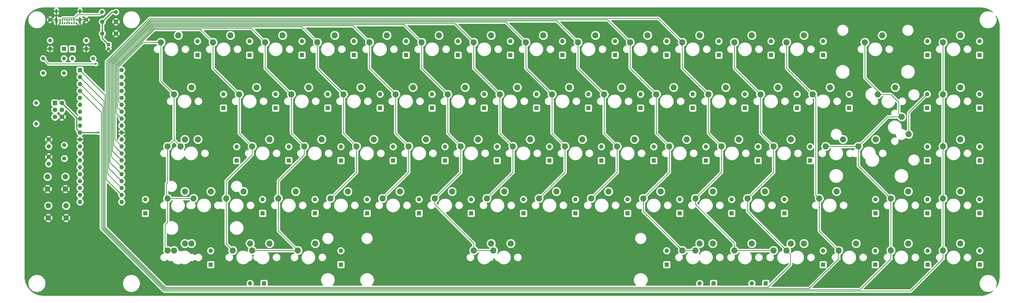
<source format=gtl>
%TF.GenerationSoftware,KiCad,Pcbnew,(5.1.8-0-10_14)*%
%TF.CreationDate,2020-12-18T20:02:30+00:00*%
%TF.ProjectId,Draytronics Jade,44726179-7472-46f6-9e69-6373204a6164,rev?*%
%TF.SameCoordinates,Original*%
%TF.FileFunction,Copper,L1,Top*%
%TF.FilePolarity,Positive*%
%FSLAX46Y46*%
G04 Gerber Fmt 4.6, Leading zero omitted, Abs format (unit mm)*
G04 Created by KiCad (PCBNEW (5.1.8-0-10_14)) date 2020-12-18 20:02:30*
%MOMM*%
%LPD*%
G01*
G04 APERTURE LIST*
%TA.AperFunction,ComponentPad*%
%ADD10C,2.250000*%
%TD*%
%TA.AperFunction,ComponentPad*%
%ADD11C,1.500000*%
%TD*%
%TA.AperFunction,ComponentPad*%
%ADD12C,0.650000*%
%TD*%
%TA.AperFunction,ComponentPad*%
%ADD13O,0.900000X2.400000*%
%TD*%
%TA.AperFunction,ComponentPad*%
%ADD14O,0.900000X1.700000*%
%TD*%
%TA.AperFunction,ComponentPad*%
%ADD15O,1.600000X1.600000*%
%TD*%
%TA.AperFunction,ComponentPad*%
%ADD16R,1.600000X1.600000*%
%TD*%
%TA.AperFunction,ComponentPad*%
%ADD17C,2.000000*%
%TD*%
%TA.AperFunction,ComponentPad*%
%ADD18O,1.400000X1.400000*%
%TD*%
%TA.AperFunction,ComponentPad*%
%ADD19C,1.400000*%
%TD*%
%TA.AperFunction,ComponentPad*%
%ADD20C,1.700000*%
%TD*%
%TA.AperFunction,ComponentPad*%
%ADD21C,1.600000*%
%TD*%
%TA.AperFunction,ComponentPad*%
%ADD22C,1.200000*%
%TD*%
%TA.AperFunction,ComponentPad*%
%ADD23R,1.200000X1.200000*%
%TD*%
%TA.AperFunction,ViaPad*%
%ADD24C,0.800000*%
%TD*%
%TA.AperFunction,Conductor*%
%ADD25C,0.250000*%
%TD*%
%TA.AperFunction,Conductor*%
%ADD26C,0.381000*%
%TD*%
%TA.AperFunction,Conductor*%
%ADD27C,0.254000*%
%TD*%
%TA.AperFunction,Conductor*%
%ADD28C,0.100000*%
%TD*%
G04 APERTURE END LIST*
D10*
%TO.P,MX68,2*%
%TO.N,Net-(D62-Pad2)*%
X339344000Y-31115000D03*
%TO.P,MX68,1*%
%TO.N,col13*%
X332994000Y-33655000D03*
%TD*%
%TO.P,MX13,2*%
%TO.N,Net-(D12-Pad2)*%
X108394500Y-107315000D03*
%TO.P,MX13,1*%
%TO.N,col1*%
X102044500Y-109855000D03*
%TD*%
D11*
%TO.P,Y1,2*%
%TO.N,Net-(C1-Pad1)*%
X40513000Y-71320000D03*
%TO.P,Y1,1*%
%TO.N,Net-(C2-Pad1)*%
X40513000Y-76200000D03*
%TD*%
D12*
%TO.P,USB1,A5*%
%TO.N,Net-(R2-Pad2)*%
X43185000Y-26674000D03*
%TO.P,USB1,A1*%
%TO.N,GND*%
X44885000Y-26674000D03*
%TO.P,USB1,A4*%
%TO.N,VCC*%
X44035000Y-26674000D03*
%TO.P,USB1,A6*%
%TO.N,Net-(D1-Pad1)*%
X42335000Y-26674000D03*
%TO.P,USB1,A7*%
%TO.N,Net-(D2-Pad1)*%
X41485000Y-26674000D03*
%TO.P,USB1,A8*%
%TO.N,Net-(USB1-PadA8)*%
X40635000Y-26674000D03*
%TO.P,USB1,A9*%
%TO.N,VCC*%
X39785000Y-26674000D03*
%TO.P,USB1,A12*%
%TO.N,GND*%
X38935000Y-26674000D03*
%TO.P,USB1,B12*%
X44885000Y-25349000D03*
%TO.P,USB1,B9*%
%TO.N,VCC*%
X44030000Y-25349000D03*
%TO.P,USB1,B8*%
%TO.N,Net-(USB1-PadB8)*%
X43180000Y-25349000D03*
%TO.P,USB1,B7*%
%TO.N,Net-(D2-Pad1)*%
X42330000Y-25349000D03*
%TO.P,USB1,B6*%
%TO.N,Net-(D1-Pad1)*%
X41480000Y-25349000D03*
%TO.P,USB1,B5*%
%TO.N,Net-(R3-Pad2)*%
X40630000Y-25349000D03*
%TO.P,USB1,B4*%
%TO.N,VCC*%
X39780000Y-25349000D03*
%TO.P,USB1,B1*%
%TO.N,GND*%
X38930000Y-25349000D03*
D13*
%TO.P,USB1,S1*%
X46235000Y-25694000D03*
X37585000Y-25694000D03*
D14*
X46235000Y-22314000D03*
X37585000Y-22314000D03*
%TD*%
D15*
%TO.P,U1,40*%
%TO.N,row0*%
X61468000Y-43815000D03*
%TO.P,U1,20*%
%TO.N,bload*%
X46228000Y-92075000D03*
%TO.P,U1,39*%
%TO.N,row1*%
X61468000Y-46355000D03*
%TO.P,U1,19*%
%TO.N,Net-(U1-Pad19)*%
X46228000Y-89535000D03*
%TO.P,U1,38*%
%TO.N,row2*%
X61468000Y-48895000D03*
%TO.P,U1,18*%
%TO.N,Net-(U1-Pad18)*%
X46228000Y-86995000D03*
%TO.P,U1,37*%
%TO.N,row3*%
X61468000Y-51435000D03*
%TO.P,U1,17*%
%TO.N,D-*%
X46228000Y-84455000D03*
%TO.P,U1,36*%
%TO.N,row4*%
X61468000Y-53975000D03*
%TO.P,U1,16*%
%TO.N,D+*%
X46228000Y-81915000D03*
%TO.P,U1,35*%
%TO.N,col0*%
X61468000Y-56515000D03*
%TO.P,U1,15*%
%TO.N,Net-(U1-Pad15)*%
X46228000Y-79375000D03*
%TO.P,U1,34*%
%TO.N,col1*%
X61468000Y-59055000D03*
%TO.P,U1,14*%
%TO.N,Net-(U1-Pad14)*%
X46228000Y-76835000D03*
%TO.P,U1,33*%
%TO.N,col2*%
X61468000Y-61595000D03*
%TO.P,U1,13*%
%TO.N,Net-(C2-Pad1)*%
X46228000Y-74295000D03*
%TO.P,U1,32*%
%TO.N,Net-(U1-Pad32)*%
X61468000Y-64135000D03*
%TO.P,U1,12*%
%TO.N,Net-(C1-Pad1)*%
X46228000Y-71755000D03*
%TO.P,U1,31*%
%TO.N,GND*%
X61468000Y-66675000D03*
%TO.P,U1,11*%
X46228000Y-69215000D03*
%TO.P,U1,30*%
%TO.N,+5V*%
X61468000Y-69215000D03*
%TO.P,U1,10*%
X46228000Y-66675000D03*
%TO.P,U1,29*%
%TO.N,col3*%
X61468000Y-71755000D03*
%TO.P,U1,9*%
%TO.N,reset*%
X46228000Y-64135000D03*
%TO.P,U1,28*%
%TO.N,col4*%
X61468000Y-74295000D03*
%TO.P,U1,8*%
%TO.N,sck*%
X46228000Y-61595000D03*
%TO.P,U1,27*%
%TO.N,col5*%
X61468000Y-76835000D03*
%TO.P,U1,7*%
%TO.N,miso*%
X46228000Y-59055000D03*
%TO.P,U1,26*%
%TO.N,col6*%
X61468000Y-79375000D03*
%TO.P,U1,6*%
%TO.N,mosi*%
X46228000Y-56515000D03*
%TO.P,U1,25*%
%TO.N,col7*%
X61468000Y-81915000D03*
%TO.P,U1,5*%
%TO.N,Net-(U1-Pad5)*%
X46228000Y-53975000D03*
%TO.P,U1,24*%
%TO.N,col8*%
X61468000Y-84455000D03*
%TO.P,U1,4*%
%TO.N,col14*%
X46228000Y-51435000D03*
%TO.P,U1,23*%
%TO.N,col9*%
X61468000Y-86995000D03*
%TO.P,U1,3*%
%TO.N,col13*%
X46228000Y-48895000D03*
%TO.P,U1,22*%
%TO.N,col10*%
X61468000Y-89535000D03*
%TO.P,U1,2*%
%TO.N,col12*%
X46228000Y-46355000D03*
%TO.P,U1,21*%
%TO.N,Net-(U1-Pad21)*%
X61468000Y-92075000D03*
D16*
%TO.P,U1,1*%
%TO.N,col11*%
X46228000Y-43815000D03*
%TD*%
D17*
%TO.P,Reset1,1*%
%TO.N,GND*%
X34394000Y-87376000D03*
%TO.P,Reset1,2*%
%TO.N,reset*%
X34394000Y-82876000D03*
%TO.P,Reset1,1*%
%TO.N,GND*%
X40894000Y-87376000D03*
%TO.P,Reset1,2*%
%TO.N,reset*%
X40894000Y-82876000D03*
%TD*%
D18*
%TO.P,R6,2*%
%TO.N,Net-(D2-Pad1)*%
X40386000Y-44958000D03*
D19*
%TO.P,R6,1*%
%TO.N,+5V*%
X32766000Y-44958000D03*
%TD*%
D18*
%TO.P,R5,2*%
%TO.N,Net-(D1-Pad1)*%
X43434000Y-39624000D03*
D19*
%TO.P,R5,1*%
%TO.N,D+*%
X51054000Y-39624000D03*
%TD*%
D18*
%TO.P,R4,2*%
%TO.N,Net-(D2-Pad1)*%
X40386000Y-39624000D03*
D19*
%TO.P,R4,1*%
%TO.N,D-*%
X32766000Y-39624000D03*
%TD*%
%TO.P,R3,1*%
%TO.N,GND*%
X35306000Y-25400000D03*
D18*
%TO.P,R3,2*%
%TO.N,Net-(R3-Pad2)*%
X35306000Y-33020000D03*
%TD*%
%TO.P,R2,2*%
%TO.N,Net-(R2-Pad2)*%
X48514000Y-33020000D03*
D19*
%TO.P,R2,1*%
%TO.N,GND*%
X48514000Y-25400000D03*
%TD*%
D18*
%TO.P,R1,2*%
%TO.N,reset*%
X30226000Y-63500000D03*
D19*
%TO.P,R1,1*%
%TO.N,+5V*%
X30226000Y-55880000D03*
%TD*%
D10*
%TO.P,MX78,1*%
%TO.N,col13*%
X346486500Y-60960000D03*
%TO.P,MX78,2*%
%TO.N,Net-(D63-Pad2)*%
X349026500Y-67310000D03*
%TD*%
%TO.P,MX77,2*%
%TO.N,Net-(D71-Pad2)*%
X367919000Y-107315000D03*
%TO.P,MX77,1*%
%TO.N,col14*%
X361569000Y-109855000D03*
%TD*%
%TO.P,MX76,2*%
%TO.N,Net-(D70-Pad2)*%
X367919000Y-88265000D03*
%TO.P,MX76,1*%
%TO.N,col14*%
X361569000Y-90805000D03*
%TD*%
%TO.P,MX75,2*%
%TO.N,Net-(D69-Pad2)*%
X367919000Y-69215000D03*
%TO.P,MX75,1*%
%TO.N,col14*%
X361569000Y-71755000D03*
%TD*%
%TO.P,MX74,2*%
%TO.N,Net-(D68-Pad2)*%
X367919000Y-50165000D03*
%TO.P,MX74,1*%
%TO.N,col14*%
X361569000Y-52705000D03*
%TD*%
%TO.P,MX73,2*%
%TO.N,Net-(D67-Pad2)*%
X367919000Y-31115000D03*
%TO.P,MX73,1*%
%TO.N,col14*%
X361569000Y-33655000D03*
%TD*%
%TO.P,MX72,2*%
%TO.N,Net-(D66-Pad2)*%
X348869000Y-107315000D03*
%TO.P,MX72,1*%
%TO.N,col13*%
X342519000Y-109855000D03*
%TD*%
%TO.P,MX71,2*%
%TO.N,Net-(D65-Pad2)*%
X348869000Y-88265000D03*
%TO.P,MX71,1*%
%TO.N,col13*%
X342519000Y-90805000D03*
%TD*%
%TO.P,MX70,2*%
%TO.N,Net-(D64-Pad2)*%
X325056500Y-69215000D03*
%TO.P,MX70,1*%
%TO.N,col13*%
X318706500Y-71755000D03*
%TD*%
%TO.P,MX69,2*%
%TO.N,Net-(D63-Pad2)*%
X344106500Y-50165000D03*
%TO.P,MX69,1*%
%TO.N,col13*%
X337756500Y-52705000D03*
%TD*%
%TO.P,MX67,2*%
%TO.N,Net-(D61-Pad2)*%
X329819000Y-107315000D03*
%TO.P,MX67,1*%
%TO.N,col12*%
X323469000Y-109855000D03*
%TD*%
%TO.P,MX66,2*%
%TO.N,Net-(D60-Pad2)*%
X322675300Y-88265000D03*
%TO.P,MX66,1*%
%TO.N,col12*%
X316325300Y-90805000D03*
%TD*%
%TO.P,MX65,2*%
%TO.N,Net-(D64-Pad2)*%
X336964000Y-69215000D03*
%TO.P,MX65,1*%
%TO.N,col13*%
X330614000Y-71755000D03*
%TD*%
%TO.P,MX64,2*%
%TO.N,Net-(D59-Pad2)*%
X320294000Y-50165000D03*
%TO.P,MX64,1*%
%TO.N,col12*%
X313944000Y-52705000D03*
%TD*%
%TO.P,MX63,2*%
%TO.N,Net-(D58-Pad2)*%
X310769000Y-31115000D03*
%TO.P,MX63,1*%
%TO.N,col12*%
X304419000Y-33655000D03*
%TD*%
%TO.P,MX62,2*%
%TO.N,Net-(D57-Pad2)*%
X310769000Y-107315000D03*
%TO.P,MX62,1*%
%TO.N,col11*%
X304419000Y-109855000D03*
%TD*%
%TO.P,MX61,2*%
%TO.N,Net-(D56-Pad2)*%
X296481500Y-88265000D03*
%TO.P,MX61,1*%
%TO.N,col11*%
X290131500Y-90805000D03*
%TD*%
%TO.P,MX60,2*%
%TO.N,Net-(D55-Pad2)*%
X306006500Y-69215000D03*
%TO.P,MX60,1*%
%TO.N,col11*%
X299656500Y-71755000D03*
%TD*%
%TO.P,MX59,2*%
%TO.N,Net-(D54-Pad2)*%
X301244000Y-50165000D03*
%TO.P,MX59,1*%
%TO.N,col11*%
X294894000Y-52705000D03*
%TD*%
%TO.P,MX58,2*%
%TO.N,Net-(D53-Pad2)*%
X291719000Y-31115000D03*
%TO.P,MX58,1*%
%TO.N,col11*%
X285369000Y-33655000D03*
%TD*%
%TO.P,MX57,2*%
%TO.N,Net-(D52-Pad2)*%
X306006500Y-107315000D03*
%TO.P,MX57,1*%
%TO.N,col10*%
X299656500Y-109855000D03*
%TD*%
%TO.P,MX56,2*%
%TO.N,Net-(D52-Pad2)*%
X291719000Y-107315000D03*
%TO.P,MX56,1*%
%TO.N,col10*%
X285369000Y-109855000D03*
%TD*%
%TO.P,MX55,2*%
%TO.N,Net-(D51-Pad2)*%
X277431500Y-88265000D03*
%TO.P,MX55,1*%
%TO.N,col10*%
X271081500Y-90805000D03*
%TD*%
%TO.P,MX54,2*%
%TO.N,Net-(D50-Pad2)*%
X286956500Y-69215000D03*
%TO.P,MX54,1*%
%TO.N,col10*%
X280606500Y-71755000D03*
%TD*%
%TO.P,MX53,2*%
%TO.N,Net-(D49-Pad2)*%
X282194000Y-50165000D03*
%TO.P,MX53,1*%
%TO.N,col10*%
X275844000Y-52705000D03*
%TD*%
%TO.P,MX52,2*%
%TO.N,Net-(D48-Pad2)*%
X272669000Y-31115000D03*
%TO.P,MX52,1*%
%TO.N,col10*%
X266319000Y-33655000D03*
%TD*%
%TO.P,MX51,2*%
%TO.N,Net-(D47-Pad2)*%
X277431500Y-107315000D03*
%TO.P,MX51,1*%
%TO.N,col9*%
X271081500Y-109855000D03*
%TD*%
%TO.P,MX50,2*%
%TO.N,Net-(D47-Pad2)*%
X272669000Y-107315000D03*
%TO.P,MX50,1*%
%TO.N,col9*%
X266319000Y-109855000D03*
%TD*%
%TO.P,MX49,2*%
%TO.N,Net-(D46-Pad2)*%
X258381500Y-88265000D03*
%TO.P,MX49,1*%
%TO.N,col9*%
X252031500Y-90805000D03*
%TD*%
%TO.P,MX48,2*%
%TO.N,Net-(D45-Pad2)*%
X267906500Y-69215000D03*
%TO.P,MX48,1*%
%TO.N,col9*%
X261556500Y-71755000D03*
%TD*%
%TO.P,MX47,2*%
%TO.N,Net-(D44-Pad2)*%
X263144000Y-50165000D03*
%TO.P,MX47,1*%
%TO.N,col9*%
X256794000Y-52705000D03*
%TD*%
%TO.P,MX46,2*%
%TO.N,Net-(D43-Pad2)*%
X253619000Y-31115000D03*
%TO.P,MX46,1*%
%TO.N,col9*%
X247269000Y-33655000D03*
%TD*%
%TO.P,MX45,2*%
%TO.N,Net-(D42-Pad2)*%
X239331500Y-88265000D03*
%TO.P,MX45,1*%
%TO.N,col8*%
X232981500Y-90805000D03*
%TD*%
%TO.P,MX44,2*%
%TO.N,Net-(D41-Pad2)*%
X248856500Y-69215000D03*
%TO.P,MX44,1*%
%TO.N,col8*%
X242506500Y-71755000D03*
%TD*%
%TO.P,MX43,2*%
%TO.N,Net-(D40-Pad2)*%
X244094000Y-50165000D03*
%TO.P,MX43,1*%
%TO.N,col8*%
X237744000Y-52705000D03*
%TD*%
%TO.P,MX42,2*%
%TO.N,Net-(D39-Pad2)*%
X234569000Y-31115000D03*
%TO.P,MX42,1*%
%TO.N,col8*%
X228219000Y-33655000D03*
%TD*%
%TO.P,MX41,2*%
%TO.N,Net-(D38-Pad2)*%
X220281500Y-88265000D03*
%TO.P,MX41,1*%
%TO.N,col7*%
X213931500Y-90805000D03*
%TD*%
%TO.P,MX40,2*%
%TO.N,Net-(D37-Pad2)*%
X229806500Y-69215000D03*
%TO.P,MX40,1*%
%TO.N,col7*%
X223456500Y-71755000D03*
%TD*%
%TO.P,MX39,2*%
%TO.N,Net-(D36-Pad2)*%
X225044000Y-50165000D03*
%TO.P,MX39,1*%
%TO.N,col7*%
X218694000Y-52705000D03*
%TD*%
%TO.P,MX38,2*%
%TO.N,Net-(D35-Pad2)*%
X215519000Y-31115000D03*
%TO.P,MX38,1*%
%TO.N,col7*%
X209169000Y-33655000D03*
%TD*%
%TO.P,MX37,2*%
%TO.N,Net-(D34-Pad2)*%
X201231500Y-88265000D03*
%TO.P,MX37,1*%
%TO.N,col6*%
X194881500Y-90805000D03*
%TD*%
%TO.P,MX36,2*%
%TO.N,Net-(D33-Pad2)*%
X210756500Y-69215000D03*
%TO.P,MX36,1*%
%TO.N,col6*%
X204406500Y-71755000D03*
%TD*%
%TO.P,MX35,2*%
%TO.N,Net-(D32-Pad2)*%
X205994000Y-50165000D03*
%TO.P,MX35,1*%
%TO.N,col6*%
X199644000Y-52705000D03*
%TD*%
%TO.P,MX34,2*%
%TO.N,Net-(D31-Pad2)*%
X196469000Y-31115000D03*
%TO.P,MX34,1*%
%TO.N,col6*%
X190119000Y-33655000D03*
%TD*%
%TO.P,MX33,2*%
%TO.N,Net-(D30-Pad2)*%
X196469000Y-107315000D03*
%TO.P,MX33,1*%
%TO.N,col5*%
X190119000Y-109855000D03*
%TD*%
%TO.P,MX32,2*%
%TO.N,Net-(D30-Pad2)*%
X203644500Y-107315000D03*
%TO.P,MX32,1*%
%TO.N,col5*%
X197294500Y-109855000D03*
%TD*%
%TO.P,MX31,2*%
%TO.N,Net-(D29-Pad2)*%
X182181500Y-88265000D03*
%TO.P,MX31,1*%
%TO.N,col5*%
X175831500Y-90805000D03*
%TD*%
%TO.P,MX30,2*%
%TO.N,Net-(D28-Pad2)*%
X191706500Y-69215000D03*
%TO.P,MX30,1*%
%TO.N,col5*%
X185356500Y-71755000D03*
%TD*%
%TO.P,MX29,2*%
%TO.N,Net-(D27-Pad2)*%
X186944000Y-50165000D03*
%TO.P,MX29,1*%
%TO.N,col5*%
X180594000Y-52705000D03*
%TD*%
%TO.P,MX28,2*%
%TO.N,Net-(D26-Pad2)*%
X177419000Y-31115000D03*
%TO.P,MX28,1*%
%TO.N,col5*%
X171069000Y-33655000D03*
%TD*%
%TO.P,MX27,2*%
%TO.N,Net-(D25-Pad2)*%
X163131500Y-88265000D03*
%TO.P,MX27,1*%
%TO.N,col4*%
X156781500Y-90805000D03*
%TD*%
%TO.P,MX26,2*%
%TO.N,Net-(D24-Pad2)*%
X172656500Y-69215000D03*
%TO.P,MX26,1*%
%TO.N,col4*%
X166306500Y-71755000D03*
%TD*%
%TO.P,MX25,2*%
%TO.N,Net-(D23-Pad2)*%
X167894000Y-50165000D03*
%TO.P,MX25,1*%
%TO.N,col4*%
X161544000Y-52705000D03*
%TD*%
%TO.P,MX24,2*%
%TO.N,Net-(D22-Pad2)*%
X158369000Y-31115000D03*
%TO.P,MX24,1*%
%TO.N,col4*%
X152019000Y-33655000D03*
%TD*%
%TO.P,MX23,2*%
%TO.N,Net-(D21-Pad2)*%
X144081500Y-88265000D03*
%TO.P,MX23,1*%
%TO.N,col3*%
X137731500Y-90805000D03*
%TD*%
%TO.P,MX22,2*%
%TO.N,Net-(D20-Pad2)*%
X153606500Y-69215000D03*
%TO.P,MX22,1*%
%TO.N,col3*%
X147256500Y-71755000D03*
%TD*%
%TO.P,MX21,2*%
%TO.N,Net-(D19-Pad2)*%
X148844000Y-50165000D03*
%TO.P,MX21,1*%
%TO.N,col3*%
X142494000Y-52705000D03*
%TD*%
%TO.P,MX20,2*%
%TO.N,Net-(D18-Pad2)*%
X139319000Y-31115000D03*
%TO.P,MX20,1*%
%TO.N,col3*%
X132969000Y-33655000D03*
%TD*%
%TO.P,MX19,2*%
%TO.N,Net-(D17-Pad2)*%
X115506500Y-107315000D03*
%TO.P,MX19,1*%
%TO.N,col2*%
X109156500Y-109855000D03*
%TD*%
%TO.P,MX18,2*%
%TO.N,Net-(D17-Pad2)*%
X132207000Y-107315000D03*
%TO.P,MX18,1*%
%TO.N,col2*%
X125857000Y-109855000D03*
%TD*%
%TO.P,MX17,2*%
%TO.N,Net-(D16-Pad2)*%
X125031500Y-88265000D03*
%TO.P,MX17,1*%
%TO.N,col2*%
X118681500Y-90805000D03*
%TD*%
%TO.P,MX16,2*%
%TO.N,Net-(D15-Pad2)*%
X134556500Y-69215000D03*
%TO.P,MX16,1*%
%TO.N,col2*%
X128206500Y-71755000D03*
%TD*%
%TO.P,MX15,2*%
%TO.N,Net-(D14-Pad2)*%
X129794000Y-50165000D03*
%TO.P,MX15,1*%
%TO.N,col2*%
X123444000Y-52705000D03*
%TD*%
%TO.P,MX14,2*%
%TO.N,Net-(D13-Pad2)*%
X120269000Y-31115000D03*
%TO.P,MX14,1*%
%TO.N,col2*%
X113919000Y-33655000D03*
%TD*%
%TO.P,MX12,2*%
%TO.N,Net-(D11-Pad2)*%
X105981500Y-88265000D03*
%TO.P,MX12,1*%
%TO.N,col1*%
X99631500Y-90805000D03*
%TD*%
%TO.P,MX11,2*%
%TO.N,Net-(D10-Pad2)*%
X115506500Y-69215000D03*
%TO.P,MX11,1*%
%TO.N,col1*%
X109156500Y-71755000D03*
%TD*%
%TO.P,MX10,2*%
%TO.N,Net-(D9-Pad2)*%
X110744000Y-50165000D03*
%TO.P,MX10,1*%
%TO.N,col1*%
X104394000Y-52705000D03*
%TD*%
%TO.P,MX9,2*%
%TO.N,Net-(D8-Pad2)*%
X101219000Y-31115000D03*
%TO.P,MX9,1*%
%TO.N,col1*%
X94869000Y-33655000D03*
%TD*%
%TO.P,MX8,2*%
%TO.N,Net-(D7-Pad2)*%
X86931500Y-107315000D03*
%TO.P,MX8,1*%
%TO.N,col0*%
X80581500Y-109855000D03*
%TD*%
%TO.P,MX7,2*%
%TO.N,Net-(D7-Pad2)*%
X84582000Y-107315000D03*
%TO.P,MX7,1*%
%TO.N,col0*%
X78232000Y-109855000D03*
%TD*%
%TO.P,MX6,2*%
%TO.N,Net-(D6-Pad2)*%
X94075300Y-88265000D03*
%TO.P,MX6,1*%
%TO.N,col0*%
X87725300Y-90805000D03*
%TD*%
%TO.P,MX5,2*%
%TO.N,Net-(D5-Pad2)*%
X89313800Y-69215000D03*
%TO.P,MX5,1*%
%TO.N,col0*%
X82963800Y-71755000D03*
%TD*%
%TO.P,MX4,2*%
%TO.N,Net-(D4-Pad2)*%
X86931500Y-50165000D03*
%TO.P,MX4,1*%
%TO.N,col0*%
X80581500Y-52705000D03*
%TD*%
%TO.P,MX3,2*%
%TO.N,Net-(D3-Pad2)*%
X82169000Y-31115000D03*
%TO.P,MX3,1*%
%TO.N,col0*%
X75819000Y-33655000D03*
%TD*%
%TO.P,MX2,2*%
%TO.N,Net-(D6-Pad2)*%
X84550300Y-88265000D03*
%TO.P,MX2,1*%
%TO.N,col0*%
X78200300Y-90805000D03*
%TD*%
%TO.P,MX1,2*%
%TO.N,Net-(D5-Pad2)*%
X84551000Y-69215000D03*
%TO.P,MX1,1*%
%TO.N,col0*%
X78201000Y-71755000D03*
%TD*%
D20*
%TO.P,J1-ISP1,6*%
%TO.N,GND*%
X39624000Y-60960000D03*
%TO.P,J1-ISP1,4*%
%TO.N,mosi*%
X39624000Y-58420000D03*
%TO.P,J1-ISP1,2*%
%TO.N,+5V*%
X39624000Y-55880000D03*
%TO.P,J1-ISP1,5*%
%TO.N,reset*%
X37084000Y-60960000D03*
%TO.P,J1-ISP1,3*%
%TO.N,sck*%
X37084000Y-58420000D03*
%TO.P,J1-ISP1,1*%
%TO.N,miso*%
%TA.AperFunction,ComponentPad*%
G36*
G01*
X36234000Y-56480000D02*
X36234000Y-55280000D01*
G75*
G02*
X36484000Y-55030000I250000J0D01*
G01*
X37684000Y-55030000D01*
G75*
G02*
X37934000Y-55280000I0J-250000D01*
G01*
X37934000Y-56480000D01*
G75*
G02*
X37684000Y-56730000I-250000J0D01*
G01*
X36484000Y-56730000D01*
G75*
G02*
X36234000Y-56480000I0J250000D01*
G01*
G37*
%TD.AperFunction*%
%TD*%
D19*
%TO.P,F1,1*%
%TO.N,+5V*%
X59382500Y-22606000D03*
%TO.P,F1,2*%
%TO.N,VCC*%
X54282500Y-22606000D03*
%TD*%
D15*
%TO.P,D71,2*%
%TO.N,Net-(D71-Pad2)*%
X374967500Y-109982000D03*
D16*
%TO.P,D71,1*%
%TO.N,row4*%
X374967500Y-115062000D03*
%TD*%
D15*
%TO.P,D70,2*%
%TO.N,Net-(D70-Pad2)*%
X374904000Y-91186000D03*
D16*
%TO.P,D70,1*%
%TO.N,row3*%
X374904000Y-96266000D03*
%TD*%
D15*
%TO.P,D69,2*%
%TO.N,Net-(D69-Pad2)*%
X374967500Y-71882000D03*
D16*
%TO.P,D69,1*%
%TO.N,row2*%
X374967500Y-76962000D03*
%TD*%
D15*
%TO.P,D68,2*%
%TO.N,Net-(D68-Pad2)*%
X374904000Y-52641500D03*
D16*
%TO.P,D68,1*%
%TO.N,row1*%
X374904000Y-57721500D03*
%TD*%
D15*
%TO.P,D67,2*%
%TO.N,Net-(D67-Pad2)*%
X374904000Y-33274000D03*
D16*
%TO.P,D67,1*%
%TO.N,row0*%
X374904000Y-38354000D03*
%TD*%
D15*
%TO.P,D66,2*%
%TO.N,Net-(D66-Pad2)*%
X355917500Y-109982000D03*
D16*
%TO.P,D66,1*%
%TO.N,row4*%
X355917500Y-115062000D03*
%TD*%
D15*
%TO.P,D65,2*%
%TO.N,Net-(D65-Pad2)*%
X355854000Y-91186000D03*
D16*
%TO.P,D65,1*%
%TO.N,row3*%
X355854000Y-96266000D03*
%TD*%
D15*
%TO.P,D64,2*%
%TO.N,Net-(D64-Pad2)*%
X355854000Y-71882000D03*
D16*
%TO.P,D64,1*%
%TO.N,row2*%
X355854000Y-76962000D03*
%TD*%
D15*
%TO.P,D63,2*%
%TO.N,Net-(D63-Pad2)*%
X355790500Y-52641500D03*
D16*
%TO.P,D63,1*%
%TO.N,row1*%
X355790500Y-57721500D03*
%TD*%
D15*
%TO.P,D62,2*%
%TO.N,Net-(D62-Pad2)*%
X355854000Y-33274000D03*
D16*
%TO.P,D62,1*%
%TO.N,row0*%
X355854000Y-38354000D03*
%TD*%
D15*
%TO.P,D61,2*%
%TO.N,Net-(D61-Pad2)*%
X336804000Y-109982000D03*
D16*
%TO.P,D61,1*%
%TO.N,row4*%
X336804000Y-115062000D03*
%TD*%
D15*
%TO.P,D60,2*%
%TO.N,Net-(D60-Pad2)*%
X336867500Y-91186000D03*
D16*
%TO.P,D60,1*%
%TO.N,row3*%
X336867500Y-96266000D03*
%TD*%
D15*
%TO.P,D59,2*%
%TO.N,Net-(D59-Pad2)*%
X327279000Y-52641500D03*
D16*
%TO.P,D59,1*%
%TO.N,row1*%
X327279000Y-57721500D03*
%TD*%
D15*
%TO.P,D58,2*%
%TO.N,Net-(D58-Pad2)*%
X317754000Y-33274000D03*
D16*
%TO.P,D58,1*%
%TO.N,row0*%
X317754000Y-38354000D03*
%TD*%
D15*
%TO.P,D57,2*%
%TO.N,Net-(D57-Pad2)*%
X317754000Y-109982000D03*
D16*
%TO.P,D57,1*%
%TO.N,row4*%
X317754000Y-115062000D03*
%TD*%
D15*
%TO.P,D56,2*%
%TO.N,Net-(D56-Pad2)*%
X303593500Y-91186000D03*
D16*
%TO.P,D56,1*%
%TO.N,row3*%
X303593500Y-96266000D03*
%TD*%
D15*
%TO.P,D55,2*%
%TO.N,Net-(D55-Pad2)*%
X312991500Y-71882000D03*
D16*
%TO.P,D55,1*%
%TO.N,row2*%
X312991500Y-76962000D03*
%TD*%
D15*
%TO.P,D54,2*%
%TO.N,Net-(D54-Pad2)*%
X308229000Y-52641500D03*
D16*
%TO.P,D54,1*%
%TO.N,row1*%
X308229000Y-57721500D03*
%TD*%
D15*
%TO.P,D53,2*%
%TO.N,Net-(D53-Pad2)*%
X298704000Y-33274000D03*
D16*
%TO.P,D53,1*%
%TO.N,row0*%
X298704000Y-38354000D03*
%TD*%
D15*
%TO.P,D52,2*%
%TO.N,Net-(D52-Pad2)*%
X291719000Y-121920000D03*
D16*
%TO.P,D52,1*%
%TO.N,row4*%
X296799000Y-121920000D03*
%TD*%
D15*
%TO.P,D51,2*%
%TO.N,Net-(D51-Pad2)*%
X284353000Y-91186000D03*
D16*
%TO.P,D51,1*%
%TO.N,row3*%
X284353000Y-96266000D03*
%TD*%
D15*
%TO.P,D50,2*%
%TO.N,Net-(D50-Pad2)*%
X294005000Y-71882000D03*
D16*
%TO.P,D50,1*%
%TO.N,row2*%
X294005000Y-76962000D03*
%TD*%
D15*
%TO.P,D49,2*%
%TO.N,Net-(D49-Pad2)*%
X289179000Y-52641500D03*
D16*
%TO.P,D49,1*%
%TO.N,row1*%
X289179000Y-57721500D03*
%TD*%
D15*
%TO.P,D48,2*%
%TO.N,Net-(D48-Pad2)*%
X279654000Y-33274000D03*
D16*
%TO.P,D48,1*%
%TO.N,row0*%
X279654000Y-38354000D03*
%TD*%
D15*
%TO.P,D47,2*%
%TO.N,Net-(D47-Pad2)*%
X272669000Y-121920000D03*
D16*
%TO.P,D47,1*%
%TO.N,row4*%
X277749000Y-121920000D03*
%TD*%
D15*
%TO.P,D46,2*%
%TO.N,Net-(D46-Pad2)*%
X265366500Y-91186000D03*
D16*
%TO.P,D46,1*%
%TO.N,row3*%
X265366500Y-96266000D03*
%TD*%
D15*
%TO.P,D45,2*%
%TO.N,Net-(D45-Pad2)*%
X274955000Y-71882000D03*
D16*
%TO.P,D45,1*%
%TO.N,row2*%
X274955000Y-76962000D03*
%TD*%
D15*
%TO.P,D44,2*%
%TO.N,Net-(D44-Pad2)*%
X270129000Y-52641500D03*
D16*
%TO.P,D44,1*%
%TO.N,row1*%
X270129000Y-57721500D03*
%TD*%
D15*
%TO.P,D43,2*%
%TO.N,Net-(D43-Pad2)*%
X260604000Y-33274000D03*
D16*
%TO.P,D43,1*%
%TO.N,row0*%
X260604000Y-38354000D03*
%TD*%
D15*
%TO.P,D42,2*%
%TO.N,Net-(D42-Pad2)*%
X246316500Y-91186000D03*
D16*
%TO.P,D42,1*%
%TO.N,row3*%
X246316500Y-96266000D03*
%TD*%
D15*
%TO.P,D41,2*%
%TO.N,Net-(D41-Pad2)*%
X255905000Y-71882000D03*
D16*
%TO.P,D41,1*%
%TO.N,row2*%
X255905000Y-76962000D03*
%TD*%
D15*
%TO.P,D40,2*%
%TO.N,Net-(D40-Pad2)*%
X251015500Y-52641500D03*
D16*
%TO.P,D40,1*%
%TO.N,row1*%
X251015500Y-57721500D03*
%TD*%
D15*
%TO.P,D39,2*%
%TO.N,Net-(D39-Pad2)*%
X241744500Y-33274000D03*
D16*
%TO.P,D39,1*%
%TO.N,row0*%
X241744500Y-38354000D03*
%TD*%
D15*
%TO.P,D38,2*%
%TO.N,Net-(D38-Pad2)*%
X227266500Y-91186000D03*
D16*
%TO.P,D38,1*%
%TO.N,row3*%
X227266500Y-96266000D03*
%TD*%
D15*
%TO.P,D37,2*%
%TO.N,Net-(D37-Pad2)*%
X236728000Y-71882000D03*
D16*
%TO.P,D37,1*%
%TO.N,row2*%
X236728000Y-76962000D03*
%TD*%
D15*
%TO.P,D36,2*%
%TO.N,Net-(D36-Pad2)*%
X232029000Y-52641500D03*
D16*
%TO.P,D36,1*%
%TO.N,row1*%
X232029000Y-57721500D03*
%TD*%
D15*
%TO.P,D35,2*%
%TO.N,Net-(D35-Pad2)*%
X222504000Y-33274000D03*
D16*
%TO.P,D35,1*%
%TO.N,row0*%
X222504000Y-38354000D03*
%TD*%
D15*
%TO.P,D34,2*%
%TO.N,Net-(D34-Pad2)*%
X208280000Y-91186000D03*
D16*
%TO.P,D34,1*%
%TO.N,row3*%
X208280000Y-96266000D03*
%TD*%
D15*
%TO.P,D33,2*%
%TO.N,Net-(D33-Pad2)*%
X217741500Y-71882000D03*
D16*
%TO.P,D33,1*%
%TO.N,row2*%
X217741500Y-76962000D03*
%TD*%
D15*
%TO.P,D32,2*%
%TO.N,Net-(D32-Pad2)*%
X213042500Y-52641500D03*
D16*
%TO.P,D32,1*%
%TO.N,row1*%
X213042500Y-57721500D03*
%TD*%
D15*
%TO.P,D31,2*%
%TO.N,Net-(D31-Pad2)*%
X203454000Y-33274000D03*
D16*
%TO.P,D31,1*%
%TO.N,row0*%
X203454000Y-38354000D03*
%TD*%
D15*
%TO.P,D30,2*%
%TO.N,Net-(D30-Pad2)*%
X260604000Y-109982000D03*
D16*
%TO.P,D30,1*%
%TO.N,row4*%
X260604000Y-115062000D03*
%TD*%
D15*
%TO.P,D29,2*%
%TO.N,Net-(D29-Pad2)*%
X189166500Y-91186000D03*
D16*
%TO.P,D29,1*%
%TO.N,row3*%
X189166500Y-96266000D03*
%TD*%
D15*
%TO.P,D28,2*%
%TO.N,Net-(D28-Pad2)*%
X198628000Y-71882000D03*
D16*
%TO.P,D28,1*%
%TO.N,row2*%
X198628000Y-76962000D03*
%TD*%
D15*
%TO.P,D27,2*%
%TO.N,Net-(D27-Pad2)*%
X193929000Y-52641500D03*
D16*
%TO.P,D27,1*%
%TO.N,row1*%
X193929000Y-57721500D03*
%TD*%
D15*
%TO.P,D26,2*%
%TO.N,Net-(D26-Pad2)*%
X184340500Y-33274000D03*
D16*
%TO.P,D26,1*%
%TO.N,row0*%
X184340500Y-38354000D03*
%TD*%
D15*
%TO.P,D25,2*%
%TO.N,Net-(D25-Pad2)*%
X170116500Y-91186000D03*
D16*
%TO.P,D25,1*%
%TO.N,row3*%
X170116500Y-96266000D03*
%TD*%
D15*
%TO.P,D24,2*%
%TO.N,Net-(D24-Pad2)*%
X179578000Y-71882000D03*
D16*
%TO.P,D24,1*%
%TO.N,row2*%
X179578000Y-76962000D03*
%TD*%
D15*
%TO.P,D23,2*%
%TO.N,Net-(D23-Pad2)*%
X174879000Y-52641500D03*
D16*
%TO.P,D23,1*%
%TO.N,row1*%
X174879000Y-57721500D03*
%TD*%
D15*
%TO.P,D22,2*%
%TO.N,Net-(D22-Pad2)*%
X165354000Y-33274000D03*
D16*
%TO.P,D22,1*%
%TO.N,row0*%
X165354000Y-38354000D03*
%TD*%
D15*
%TO.P,D21,2*%
%TO.N,Net-(D21-Pad2)*%
X151130000Y-91186000D03*
D16*
%TO.P,D21,1*%
%TO.N,row3*%
X151130000Y-96266000D03*
%TD*%
D15*
%TO.P,D20,2*%
%TO.N,Net-(D20-Pad2)*%
X160655000Y-71882000D03*
D16*
%TO.P,D20,1*%
%TO.N,row2*%
X160655000Y-76962000D03*
%TD*%
D15*
%TO.P,D19,2*%
%TO.N,Net-(D19-Pad2)*%
X155892500Y-52641500D03*
D16*
%TO.P,D19,1*%
%TO.N,row1*%
X155892500Y-57721500D03*
%TD*%
D15*
%TO.P,D18,2*%
%TO.N,Net-(D18-Pad2)*%
X146304000Y-33274000D03*
D16*
%TO.P,D18,1*%
%TO.N,row0*%
X146304000Y-38354000D03*
%TD*%
D15*
%TO.P,D17,2*%
%TO.N,Net-(D17-Pad2)*%
X141541500Y-109982000D03*
D16*
%TO.P,D17,1*%
%TO.N,row4*%
X141541500Y-115062000D03*
%TD*%
D15*
%TO.P,D16,2*%
%TO.N,Net-(D16-Pad2)*%
X132080000Y-91186000D03*
D16*
%TO.P,D16,1*%
%TO.N,row3*%
X132080000Y-96266000D03*
%TD*%
D15*
%TO.P,D15,2*%
%TO.N,Net-(D15-Pad2)*%
X141541500Y-71882000D03*
D16*
%TO.P,D15,1*%
%TO.N,row2*%
X141541500Y-76962000D03*
%TD*%
D15*
%TO.P,D14,2*%
%TO.N,Net-(D14-Pad2)*%
X136779000Y-52641500D03*
D16*
%TO.P,D14,1*%
%TO.N,row1*%
X136779000Y-57721500D03*
%TD*%
D15*
%TO.P,D13,2*%
%TO.N,Net-(D13-Pad2)*%
X127317500Y-33274000D03*
D16*
%TO.P,D13,1*%
%TO.N,row0*%
X127317500Y-38354000D03*
%TD*%
D15*
%TO.P,D12,2*%
%TO.N,Net-(D12-Pad2)*%
X108394500Y-121920000D03*
D16*
%TO.P,D12,1*%
%TO.N,row4*%
X113474500Y-121920000D03*
%TD*%
D15*
%TO.P,D11,2*%
%TO.N,Net-(D11-Pad2)*%
X112966500Y-91186000D03*
D16*
%TO.P,D11,1*%
%TO.N,row3*%
X112966500Y-96266000D03*
%TD*%
D15*
%TO.P,D10,2*%
%TO.N,Net-(D10-Pad2)*%
X122491500Y-71882000D03*
D16*
%TO.P,D10,1*%
%TO.N,row2*%
X122491500Y-76962000D03*
%TD*%
D15*
%TO.P,D9,2*%
%TO.N,Net-(D9-Pad2)*%
X117729000Y-52641500D03*
D16*
%TO.P,D9,1*%
%TO.N,row1*%
X117729000Y-57721500D03*
%TD*%
D15*
%TO.P,D8,2*%
%TO.N,Net-(D8-Pad2)*%
X108204000Y-33274000D03*
D16*
%TO.P,D8,1*%
%TO.N,row0*%
X108204000Y-38354000D03*
%TD*%
D15*
%TO.P,D7,2*%
%TO.N,Net-(D7-Pad2)*%
X93980000Y-109982000D03*
D16*
%TO.P,D7,1*%
%TO.N,row4*%
X93980000Y-115062000D03*
%TD*%
D15*
%TO.P,D6,2*%
%TO.N,Net-(D6-Pad2)*%
X70104000Y-91186000D03*
D16*
%TO.P,D6,1*%
%TO.N,row3*%
X70104000Y-96266000D03*
%TD*%
D15*
%TO.P,D5,2*%
%TO.N,Net-(D5-Pad2)*%
X103505000Y-71882000D03*
D16*
%TO.P,D5,1*%
%TO.N,row2*%
X103505000Y-76962000D03*
%TD*%
D15*
%TO.P,D4,2*%
%TO.N,Net-(D4-Pad2)*%
X98679000Y-52641500D03*
D16*
%TO.P,D4,1*%
%TO.N,row1*%
X98679000Y-57721500D03*
%TD*%
D15*
%TO.P,D3,2*%
%TO.N,Net-(D3-Pad2)*%
X89154000Y-33274000D03*
D16*
%TO.P,D3,1*%
%TO.N,row0*%
X89154000Y-38354000D03*
%TD*%
D15*
%TO.P,D2,2*%
%TO.N,GND*%
X35306000Y-36068000D03*
D16*
%TO.P,D2,1*%
%TO.N,Net-(D2-Pad1)*%
X40386000Y-36068000D03*
%TD*%
D15*
%TO.P,D1,2*%
%TO.N,GND*%
X48514000Y-36068000D03*
D16*
%TO.P,D1,1*%
%TO.N,Net-(D1-Pad1)*%
X43434000Y-36068000D03*
%TD*%
D21*
%TO.P,C5,2*%
%TO.N,GND*%
X59356000Y-26162000D03*
%TO.P,C5,1*%
%TO.N,+5V*%
X54356000Y-26162000D03*
%TD*%
%TO.P,C4,2*%
%TO.N,GND*%
X59356000Y-30480000D03*
%TO.P,C4,1*%
%TO.N,+5V*%
X54356000Y-30480000D03*
%TD*%
D22*
%TO.P,C3,2*%
%TO.N,GND*%
X56642000Y-36044000D03*
D23*
%TO.P,C3,1*%
%TO.N,+5V*%
X56642000Y-34544000D03*
%TD*%
D21*
%TO.P,C2,2*%
%TO.N,GND*%
X34798000Y-75605000D03*
%TO.P,C2,1*%
%TO.N,Net-(C2-Pad1)*%
X34798000Y-78105000D03*
%TD*%
%TO.P,C1,2*%
%TO.N,GND*%
X34798000Y-69255000D03*
%TO.P,C1,1*%
%TO.N,Net-(C1-Pad1)*%
X34798000Y-71755000D03*
%TD*%
D17*
%TO.P,Boot1,1*%
%TO.N,GND*%
X34648000Y-97972000D03*
%TO.P,Boot1,2*%
%TO.N,bload*%
X34648000Y-93472000D03*
%TO.P,Boot1,1*%
%TO.N,GND*%
X41148000Y-97972000D03*
%TO.P,Boot1,2*%
%TO.N,bload*%
X41148000Y-93472000D03*
%TD*%
D24*
%TO.N,+5V*%
X52895500Y-66675000D03*
%TO.N,D-*%
X52006500Y-41529000D03*
%TD*%
D25*
%TO.N,GND*%
X38930000Y-26669000D02*
X38935000Y-26674000D01*
X37930000Y-25349000D02*
X37585000Y-25694000D01*
D26*
X45890000Y-25349000D02*
X46235000Y-25694000D01*
X44885000Y-25349000D02*
X45890000Y-25349000D01*
D25*
X48220000Y-25694000D02*
X48514000Y-25400000D01*
D26*
X46529000Y-25400000D02*
X46235000Y-25694000D01*
X48514000Y-25400000D02*
X46529000Y-25400000D01*
X37291000Y-25400000D02*
X37585000Y-25694000D01*
X35306000Y-25400000D02*
X37291000Y-25400000D01*
X38935000Y-25354000D02*
X38930000Y-25349000D01*
X38935000Y-26674000D02*
X38935000Y-25354000D01*
%TO.N,+5V*%
X57912000Y-22606000D02*
X54356000Y-26162000D01*
X59382500Y-22606000D02*
X57912000Y-22606000D01*
X54356000Y-26162000D02*
X54356000Y-30480000D01*
X54356000Y-32258000D02*
X56642000Y-34544000D01*
X54356000Y-30480000D02*
X54356000Y-32258000D01*
X45037499Y-65484499D02*
X46228000Y-66675000D01*
X45037499Y-61293499D02*
X45037499Y-65484499D01*
X39624000Y-55880000D02*
X45037499Y-61293499D01*
X46228000Y-66675000D02*
X52895500Y-66675000D01*
D25*
%TO.N,Net-(D1-Pad1)*%
X42335000Y-26561998D02*
X42335000Y-26674000D01*
X41480000Y-25706998D02*
X42335000Y-26561998D01*
X41480000Y-25349000D02*
X41480000Y-25706998D01*
%TO.N,Net-(D63-Pad2)*%
X349026500Y-59405500D02*
X355790500Y-52641500D01*
X349026500Y-67310000D02*
X349026500Y-59405500D01*
%TO.N,col0*%
X69278500Y-33655000D02*
X60342999Y-42590501D01*
X60342999Y-55389999D02*
X61468000Y-56515000D01*
X60342999Y-42590501D02*
X60342999Y-55389999D01*
X75819000Y-33655000D02*
X69278500Y-33655000D01*
X75819000Y-47942500D02*
X80581500Y-52705000D01*
X75819000Y-33655000D02*
X75819000Y-47942500D01*
X80581500Y-69374500D02*
X78201000Y-71755000D01*
X80581500Y-69372700D02*
X80581500Y-69215000D01*
X82963800Y-71755000D02*
X80581500Y-69372700D01*
X80581500Y-69215000D02*
X80581500Y-69374500D01*
X80581500Y-52705000D02*
X80581500Y-69215000D01*
X77780049Y-90384749D02*
X78200300Y-90805000D01*
X77780049Y-85472479D02*
X77780049Y-90384749D01*
X78201000Y-85051528D02*
X77780049Y-85472479D01*
X78201000Y-71755000D02*
X78201000Y-85051528D01*
X77310149Y-108933149D02*
X78232000Y-109855000D01*
X78200300Y-99596776D02*
X77310149Y-100486927D01*
X77310149Y-100486927D02*
X77310149Y-108933149D01*
X78200300Y-90805000D02*
X78200300Y-99596776D01*
X78200300Y-90805000D02*
X87725300Y-90805000D01*
X78232000Y-109855000D02*
X80581500Y-109855000D01*
%TO.N,col1*%
X59892989Y-42404101D02*
X59892989Y-57479989D01*
X59892989Y-57479989D02*
X61468000Y-59055000D01*
X90170000Y-28956000D02*
X73341090Y-28956000D01*
X73341090Y-28956000D02*
X59892989Y-42404101D01*
X94869000Y-33655000D02*
X90170000Y-28956000D01*
X94869000Y-43180000D02*
X104394000Y-52705000D01*
X94869000Y-33655000D02*
X94869000Y-43180000D01*
X104394000Y-66992500D02*
X109156500Y-71755000D01*
X104394000Y-52705000D02*
X104394000Y-66992500D01*
X99631500Y-84326002D02*
X99631500Y-90805000D01*
X109156500Y-74801002D02*
X99631500Y-84326002D01*
X109156500Y-71755000D02*
X109156500Y-74801002D01*
X99631500Y-107442000D02*
X102044500Y-109855000D01*
X99631500Y-90805000D02*
X99631500Y-107442000D01*
%TO.N,col2*%
X59442979Y-59569979D02*
X61468000Y-61595000D01*
X59442979Y-42217701D02*
X59442979Y-59569979D01*
X108769991Y-28505991D02*
X73154689Y-28505991D01*
X73154689Y-28505991D02*
X59442979Y-42217701D01*
X113919000Y-33655000D02*
X108769991Y-28505991D01*
X113919000Y-43180000D02*
X123444000Y-52705000D01*
X113919000Y-33655000D02*
X113919000Y-43180000D01*
X123444000Y-66992500D02*
X128206500Y-71755000D01*
X123444000Y-52705000D02*
X123444000Y-66992500D01*
X128206500Y-74801002D02*
X118681500Y-84326002D01*
X118681500Y-84326002D02*
X118681500Y-90805000D01*
X128206500Y-71755000D02*
X128206500Y-74801002D01*
X118681500Y-102679500D02*
X125857000Y-109855000D01*
X118681500Y-90805000D02*
X118681500Y-102679500D01*
X115112502Y-109855000D02*
X125857000Y-109855000D01*
X109156500Y-109855000D02*
X115112502Y-109855000D01*
%TO.N,col3*%
X58992969Y-69279969D02*
X61468000Y-71755000D01*
X72968288Y-28055982D02*
X58992969Y-42031301D01*
X58992969Y-42031301D02*
X58992969Y-69279969D01*
X127369981Y-28055981D02*
X72968288Y-28055982D01*
X132969000Y-33655000D02*
X127369981Y-28055981D01*
X132969000Y-43180000D02*
X142494000Y-52705000D01*
X132969000Y-33655000D02*
X132969000Y-43180000D01*
X142494000Y-66992500D02*
X147256500Y-71755000D01*
X142494000Y-52705000D02*
X142494000Y-66992500D01*
X147256500Y-81280000D02*
X137731500Y-90805000D01*
X147256500Y-71755000D02*
X147256500Y-81280000D01*
%TO.N,col4*%
X72781889Y-27605971D02*
X58542959Y-41844901D01*
X58542959Y-71369959D02*
X61468000Y-74295000D01*
X145969971Y-27605971D02*
X72781889Y-27605971D01*
X58542959Y-41844901D02*
X58542959Y-71369959D01*
X152019000Y-33655000D02*
X145969971Y-27605971D01*
X152019000Y-43180000D02*
X161544000Y-52705000D01*
X152019000Y-33655000D02*
X152019000Y-43180000D01*
X161544000Y-66992500D02*
X166306500Y-71755000D01*
X161544000Y-52705000D02*
X161544000Y-66992500D01*
X166306500Y-81280000D02*
X156781500Y-90805000D01*
X166306500Y-71755000D02*
X166306500Y-81280000D01*
%TO.N,col5*%
X58092949Y-41658501D02*
X58092949Y-73459949D01*
X72595488Y-27155962D02*
X58092949Y-41658501D01*
X58092949Y-73459949D02*
X61468000Y-76835000D01*
X164569961Y-27155961D02*
X72595488Y-27155962D01*
X171069000Y-33655000D02*
X164569961Y-27155961D01*
X190119000Y-107254474D02*
X190119000Y-109855000D01*
X175831500Y-92966974D02*
X190119000Y-107254474D01*
X175831500Y-90805000D02*
X175831500Y-92966974D01*
X190119000Y-109855000D02*
X197294500Y-109855000D01*
X185356500Y-81280000D02*
X185356500Y-71755000D01*
X175831500Y-90805000D02*
X185356500Y-81280000D01*
X171069000Y-43180000D02*
X180594000Y-52705000D01*
X171069000Y-33655000D02*
X171069000Y-43180000D01*
X180594000Y-66992500D02*
X185356500Y-71755000D01*
X180594000Y-52705000D02*
X180594000Y-66992500D01*
%TO.N,col6*%
X72409089Y-26705951D02*
X57642939Y-41472101D01*
X57642939Y-75549939D02*
X61468000Y-79375000D01*
X183169951Y-26705951D02*
X72409089Y-26705951D01*
X57642939Y-41472101D02*
X57642939Y-75549939D01*
X190119000Y-33655000D02*
X183169951Y-26705951D01*
X190119000Y-43180000D02*
X199644000Y-52705000D01*
X190119000Y-33655000D02*
X190119000Y-43180000D01*
X199644000Y-66992500D02*
X204406500Y-71755000D01*
X199644000Y-52705000D02*
X199644000Y-66992500D01*
X204406500Y-81280000D02*
X194881500Y-90805000D01*
X204406500Y-71755000D02*
X204406500Y-81280000D01*
%TO.N,col7*%
X209169000Y-33655000D02*
X201769941Y-26255941D01*
X57192929Y-41285701D02*
X57192929Y-77639929D01*
X57192929Y-77639929D02*
X61468000Y-81915000D01*
X72222688Y-26255942D02*
X57192929Y-41285701D01*
X201769941Y-26255941D02*
X72222688Y-26255942D01*
X209169000Y-43180000D02*
X218694000Y-52705000D01*
X209169000Y-33655000D02*
X209169000Y-43180000D01*
X218694000Y-66992500D02*
X223456500Y-71755000D01*
X218694000Y-52705000D02*
X218694000Y-66992500D01*
X223456500Y-81280000D02*
X213931500Y-90805000D01*
X223456500Y-71755000D02*
X223456500Y-81280000D01*
%TO.N,col8*%
X228219000Y-33655000D02*
X220369933Y-25805933D01*
X56742919Y-79729919D02*
X61468000Y-84455000D01*
X72036287Y-25805933D02*
X56742919Y-41099301D01*
X56742919Y-41099301D02*
X56742919Y-79729919D01*
X220369933Y-25805933D02*
X72036287Y-25805933D01*
X228219000Y-43180000D02*
X237744000Y-52705000D01*
X228219000Y-33655000D02*
X228219000Y-43180000D01*
X237744000Y-66992500D02*
X242506500Y-71755000D01*
X237744000Y-52705000D02*
X237744000Y-66992500D01*
X242506500Y-81280000D02*
X232981500Y-90805000D01*
X242506500Y-71755000D02*
X242506500Y-81280000D01*
%TO.N,col9*%
X56292909Y-81819909D02*
X61468000Y-86995000D01*
X56292909Y-40912901D02*
X56292909Y-81819909D01*
X238969923Y-25355923D02*
X71849886Y-25355924D01*
X71849886Y-25355924D02*
X56292909Y-40912901D01*
X247269000Y-33655000D02*
X238969923Y-25355923D01*
X247269000Y-43180000D02*
X256794000Y-52705000D01*
X247269000Y-33655000D02*
X247269000Y-43180000D01*
X256794000Y-66992500D02*
X261556500Y-71755000D01*
X256794000Y-52705000D02*
X256794000Y-66992500D01*
X261556500Y-81280000D02*
X252031500Y-90805000D01*
X261556500Y-71755000D02*
X261556500Y-81280000D01*
X252031500Y-95567500D02*
X266319000Y-109855000D01*
X252031500Y-90805000D02*
X252031500Y-95567500D01*
X266319000Y-109855000D02*
X271081500Y-109855000D01*
%TO.N,col10*%
X55842899Y-83909899D02*
X61468000Y-89535000D01*
X71663485Y-24905915D02*
X55842899Y-40726501D01*
X237616999Y-24905915D02*
X71663485Y-24905915D01*
X257569913Y-24905915D02*
X237616999Y-24905915D01*
X55842899Y-40726501D02*
X55842899Y-83909899D01*
X266319000Y-33655000D02*
X257569913Y-24905915D01*
X266319000Y-43180000D02*
X275844000Y-52705000D01*
X266319000Y-33655000D02*
X266319000Y-43180000D01*
X275844000Y-66992500D02*
X280606500Y-71755000D01*
X275844000Y-52705000D02*
X275844000Y-66992500D01*
X280606500Y-81280000D02*
X271081500Y-90805000D01*
X280606500Y-71755000D02*
X280606500Y-81280000D01*
X271081500Y-92966974D02*
X285369000Y-107254474D01*
X285369000Y-107254474D02*
X285369000Y-109855000D01*
X271081500Y-90805000D02*
X271081500Y-92966974D01*
X285369000Y-109855000D02*
X299656500Y-109855000D01*
%TO.N,col11*%
X305785401Y-115118601D02*
X297587002Y-123317000D01*
X305785401Y-111221401D02*
X305785401Y-115118601D01*
X304419000Y-109855000D02*
X305785401Y-111221401D01*
X297587002Y-123317000D02*
X77406500Y-123317000D01*
X55392889Y-52979889D02*
X46228000Y-43815000D01*
X55392889Y-101303389D02*
X55392889Y-52979889D01*
X77406500Y-123317000D02*
X55392889Y-101303389D01*
X285369000Y-43180000D02*
X294894000Y-52705000D01*
X285369000Y-33655000D02*
X285369000Y-43180000D01*
X294894000Y-66992500D02*
X299656500Y-71755000D01*
X294894000Y-52705000D02*
X294894000Y-66992500D01*
X299656500Y-81280000D02*
X290131500Y-90805000D01*
X299656500Y-71755000D02*
X299656500Y-81280000D01*
X290131500Y-95567500D02*
X304419000Y-109855000D01*
X290131500Y-90805000D02*
X290131500Y-95567500D01*
%TO.N,col12*%
X54942879Y-55069879D02*
X46228000Y-46355000D01*
X77220100Y-123767010D02*
X54942879Y-101489789D01*
X312602992Y-123767010D02*
X77220100Y-123767010D01*
X323469000Y-109855000D02*
X323469000Y-112901002D01*
X323469000Y-112901002D02*
X312602992Y-123767010D01*
X54942879Y-101489789D02*
X54942879Y-55069879D01*
X304419000Y-43180000D02*
X313944000Y-52705000D01*
X304419000Y-33655000D02*
X304419000Y-43180000D01*
X315068999Y-89548699D02*
X316325300Y-90805000D01*
X315068999Y-53829999D02*
X315068999Y-89548699D01*
X313944000Y-52705000D02*
X315068999Y-53829999D01*
X316325300Y-102711300D02*
X323469000Y-109855000D01*
X316325300Y-90805000D02*
X316325300Y-102711300D01*
%TO.N,col14*%
X54042859Y-59249859D02*
X46228000Y-51435000D01*
X54042859Y-101862589D02*
X54042859Y-59249859D01*
X361569000Y-109855000D02*
X361569000Y-112901002D01*
X76847298Y-124667028D02*
X54042859Y-101862589D01*
X349802973Y-124667029D02*
X76847298Y-124667028D01*
X361569000Y-112901002D02*
X349802973Y-124667029D01*
X361569000Y-109855000D02*
X361569000Y-90805000D01*
X361569000Y-90805000D02*
X361569000Y-71755000D01*
X361569000Y-71755000D02*
X361569000Y-52705000D01*
X361569000Y-33655000D02*
X361569000Y-52705000D01*
%TO.N,D-*%
X34671000Y-41529000D02*
X52006500Y-41529000D01*
X32766000Y-39624000D02*
X34671000Y-41529000D01*
%TO.N,col13*%
X54492869Y-57159869D02*
X46228000Y-48895000D01*
X54492869Y-101676189D02*
X54492869Y-57159869D01*
X77033699Y-124217019D02*
X54492869Y-101676189D01*
X331202982Y-124217020D02*
X77033699Y-124217019D01*
X342519000Y-112901002D02*
X331202982Y-124217020D01*
X342519000Y-109855000D02*
X342519000Y-112901002D01*
X338010401Y-51718927D02*
X338010401Y-52705000D01*
X332994000Y-46702526D02*
X338010401Y-51718927D01*
X332994000Y-33655000D02*
X332994000Y-46702526D01*
X342458474Y-52705000D02*
X338010401Y-52705000D01*
X345361501Y-55608027D02*
X342458474Y-52705000D01*
X345361501Y-59835001D02*
X345361501Y-55608027D01*
X346486500Y-60960000D02*
X345361501Y-59835001D01*
X341409000Y-60960000D02*
X330614000Y-71755000D01*
X346486500Y-60960000D02*
X341409000Y-60960000D01*
X330614000Y-71755000D02*
X318706500Y-71755000D01*
X330614000Y-78900000D02*
X342519000Y-90805000D01*
X330614000Y-71755000D02*
X330614000Y-78900000D01*
X342519000Y-90805000D02*
X342519000Y-109855000D01*
%TO.N,VCC*%
X44030000Y-25241998D02*
X44030000Y-25349000D01*
X39785000Y-25354000D02*
X39780000Y-25349000D01*
X39785000Y-26674000D02*
X39785000Y-25354000D01*
X44035000Y-25354000D02*
X44030000Y-25349000D01*
X44035000Y-26674000D02*
X44035000Y-25354000D01*
X43839618Y-24698999D02*
X44030000Y-24889381D01*
X39970382Y-24698999D02*
X43839618Y-24698999D01*
X39780000Y-24889381D02*
X39970382Y-24698999D01*
X39780000Y-25349000D02*
X39780000Y-24889381D01*
X53399490Y-23489010D02*
X54282500Y-22606000D01*
X45430371Y-23489010D02*
X53399490Y-23489010D01*
X44030000Y-24889381D02*
X45430371Y-23489010D01*
X44030000Y-25349000D02*
X44030000Y-24889381D01*
%TD*%
D27*
%TO.N,GND*%
X36907592Y-21056986D02*
X36753413Y-21205609D01*
X36631191Y-21381455D01*
X36545624Y-21577767D01*
X36500000Y-21787000D01*
X36500000Y-22187000D01*
X37458000Y-22187000D01*
X37458000Y-22167000D01*
X37712000Y-22167000D01*
X37712000Y-22187000D01*
X38670000Y-22187000D01*
X38670000Y-21787000D01*
X38624376Y-21577767D01*
X38538809Y-21381455D01*
X38416587Y-21205609D01*
X38262408Y-21056986D01*
X38142484Y-20980000D01*
X45677516Y-20980000D01*
X45557592Y-21056986D01*
X45403413Y-21205609D01*
X45281191Y-21381455D01*
X45195624Y-21577767D01*
X45150000Y-21787000D01*
X45150000Y-22187000D01*
X46108000Y-22187000D01*
X46108000Y-22167000D01*
X46362000Y-22167000D01*
X46362000Y-22187000D01*
X47320000Y-22187000D01*
X47320000Y-21787000D01*
X47274376Y-21577767D01*
X47188809Y-21381455D01*
X47066587Y-21205609D01*
X46912408Y-21056986D01*
X46792484Y-20980000D01*
X375153080Y-20980000D01*
X376181470Y-21054617D01*
X377164898Y-21271739D01*
X378106675Y-21628546D01*
X378987095Y-22117575D01*
X379628167Y-22606826D01*
X379528558Y-22540270D01*
X378941281Y-22297012D01*
X378317832Y-22173000D01*
X377682168Y-22173000D01*
X377058719Y-22297012D01*
X376471442Y-22540270D01*
X375942907Y-22893425D01*
X375493425Y-23342907D01*
X375140270Y-23871442D01*
X374897012Y-24458719D01*
X374773000Y-25082168D01*
X374773000Y-25717832D01*
X374897012Y-26341281D01*
X375140270Y-26928558D01*
X375493425Y-27457093D01*
X375942907Y-27906575D01*
X376471442Y-28259730D01*
X377058719Y-28502988D01*
X377682168Y-28627000D01*
X378317832Y-28627000D01*
X378941281Y-28502988D01*
X379528558Y-28259730D01*
X380057093Y-27906575D01*
X380506575Y-27457093D01*
X380859730Y-26928558D01*
X381102988Y-26341281D01*
X381227000Y-25717832D01*
X381227000Y-25082168D01*
X381102988Y-24458719D01*
X380939435Y-24063866D01*
X381084370Y-24262987D01*
X381553296Y-25154269D01*
X381888647Y-26103900D01*
X382084127Y-27095692D01*
X382137000Y-27960164D01*
X382137001Y-119356080D01*
X382062382Y-120384470D01*
X381845262Y-121367896D01*
X381488454Y-122309675D01*
X380999424Y-123190095D01*
X380928051Y-123283617D01*
X381102988Y-122861281D01*
X381227000Y-122237832D01*
X381227000Y-121602168D01*
X381102988Y-120978719D01*
X380859730Y-120391442D01*
X380506575Y-119862907D01*
X380057093Y-119413425D01*
X379528558Y-119060270D01*
X378941281Y-118817012D01*
X378317832Y-118693000D01*
X377682168Y-118693000D01*
X377058719Y-118817012D01*
X376471442Y-119060270D01*
X375942907Y-119413425D01*
X375493425Y-119862907D01*
X375140270Y-120391442D01*
X374897012Y-120978719D01*
X374773000Y-121602168D01*
X374773000Y-122237832D01*
X374897012Y-122861281D01*
X375140270Y-123448558D01*
X375493425Y-123977093D01*
X375942907Y-124426575D01*
X376471442Y-124779730D01*
X377058719Y-125022988D01*
X377682168Y-125147000D01*
X378317832Y-125147000D01*
X378941281Y-125022988D01*
X379528558Y-124779730D01*
X379695142Y-124668423D01*
X379668268Y-124694694D01*
X378854013Y-125287370D01*
X377962731Y-125756296D01*
X377013099Y-126091647D01*
X376021309Y-126287127D01*
X375156835Y-126340000D01*
X33043906Y-126340000D01*
X32015530Y-126265382D01*
X31032104Y-126048262D01*
X30090325Y-125691454D01*
X29209905Y-125202424D01*
X28409316Y-124591435D01*
X27705306Y-123871268D01*
X27112630Y-123057013D01*
X26643704Y-122165731D01*
X26444689Y-121602168D01*
X27253000Y-121602168D01*
X27253000Y-122237832D01*
X27377012Y-122861281D01*
X27620270Y-123448558D01*
X27973425Y-123977093D01*
X28422907Y-124426575D01*
X28951442Y-124779730D01*
X29538719Y-125022988D01*
X30162168Y-125147000D01*
X30797832Y-125147000D01*
X31421281Y-125022988D01*
X32008558Y-124779730D01*
X32537093Y-124426575D01*
X32986575Y-123977093D01*
X33339730Y-123448558D01*
X33582988Y-122861281D01*
X33707000Y-122237832D01*
X33707000Y-121602168D01*
X61773000Y-121602168D01*
X61773000Y-122237832D01*
X61897012Y-122861281D01*
X62140270Y-123448558D01*
X62493425Y-123977093D01*
X62942907Y-124426575D01*
X63471442Y-124779730D01*
X64058719Y-125022988D01*
X64682168Y-125147000D01*
X65317832Y-125147000D01*
X65941281Y-125022988D01*
X66528558Y-124779730D01*
X67057093Y-124426575D01*
X67506575Y-123977093D01*
X67859730Y-123448558D01*
X68102988Y-122861281D01*
X68227000Y-122237832D01*
X68227000Y-121602168D01*
X68102988Y-120978719D01*
X67859730Y-120391442D01*
X67506575Y-119862907D01*
X67057093Y-119413425D01*
X66528558Y-119060270D01*
X65941281Y-118817012D01*
X65317832Y-118693000D01*
X64682168Y-118693000D01*
X64058719Y-118817012D01*
X63471442Y-119060270D01*
X62942907Y-119413425D01*
X62493425Y-119862907D01*
X62140270Y-120391442D01*
X61897012Y-120978719D01*
X61773000Y-121602168D01*
X33707000Y-121602168D01*
X33582988Y-120978719D01*
X33339730Y-120391442D01*
X32986575Y-119862907D01*
X32537093Y-119413425D01*
X32008558Y-119060270D01*
X31421281Y-118817012D01*
X30797832Y-118693000D01*
X30162168Y-118693000D01*
X29538719Y-118817012D01*
X28951442Y-119060270D01*
X28422907Y-119413425D01*
X27973425Y-119862907D01*
X27620270Y-120391442D01*
X27377012Y-120978719D01*
X27253000Y-121602168D01*
X26444689Y-121602168D01*
X26308353Y-121216099D01*
X26112873Y-120224309D01*
X26060000Y-119359835D01*
X26060000Y-99107413D01*
X33692192Y-99107413D01*
X33787956Y-99371814D01*
X34077571Y-99512704D01*
X34389108Y-99594384D01*
X34710595Y-99613718D01*
X35029675Y-99569961D01*
X35334088Y-99464795D01*
X35508044Y-99371814D01*
X35603808Y-99107413D01*
X40192192Y-99107413D01*
X40287956Y-99371814D01*
X40577571Y-99512704D01*
X40889108Y-99594384D01*
X41210595Y-99613718D01*
X41529675Y-99569961D01*
X41834088Y-99464795D01*
X42008044Y-99371814D01*
X42103808Y-99107413D01*
X41148000Y-98151605D01*
X40192192Y-99107413D01*
X35603808Y-99107413D01*
X34648000Y-98151605D01*
X33692192Y-99107413D01*
X26060000Y-99107413D01*
X26060000Y-98034595D01*
X33006282Y-98034595D01*
X33050039Y-98353675D01*
X33155205Y-98658088D01*
X33248186Y-98832044D01*
X33512587Y-98927808D01*
X34468395Y-97972000D01*
X34827605Y-97972000D01*
X35783413Y-98927808D01*
X36047814Y-98832044D01*
X36188704Y-98542429D01*
X36270384Y-98230892D01*
X36282189Y-98034595D01*
X39506282Y-98034595D01*
X39550039Y-98353675D01*
X39655205Y-98658088D01*
X39748186Y-98832044D01*
X40012587Y-98927808D01*
X40968395Y-97972000D01*
X41327605Y-97972000D01*
X42283413Y-98927808D01*
X42547814Y-98832044D01*
X42688704Y-98542429D01*
X42770384Y-98230892D01*
X42789718Y-97909405D01*
X42745961Y-97590325D01*
X42640795Y-97285912D01*
X42547814Y-97111956D01*
X42283413Y-97016192D01*
X41327605Y-97972000D01*
X40968395Y-97972000D01*
X40012587Y-97016192D01*
X39748186Y-97111956D01*
X39607296Y-97401571D01*
X39525616Y-97713108D01*
X39506282Y-98034595D01*
X36282189Y-98034595D01*
X36289718Y-97909405D01*
X36245961Y-97590325D01*
X36140795Y-97285912D01*
X36047814Y-97111956D01*
X35783413Y-97016192D01*
X34827605Y-97972000D01*
X34468395Y-97972000D01*
X33512587Y-97016192D01*
X33248186Y-97111956D01*
X33107296Y-97401571D01*
X33025616Y-97713108D01*
X33006282Y-98034595D01*
X26060000Y-98034595D01*
X26060000Y-96836587D01*
X33692192Y-96836587D01*
X34648000Y-97792395D01*
X35603808Y-96836587D01*
X40192192Y-96836587D01*
X41148000Y-97792395D01*
X42103808Y-96836587D01*
X42008044Y-96572186D01*
X41718429Y-96431296D01*
X41406892Y-96349616D01*
X41085405Y-96330282D01*
X40766325Y-96374039D01*
X40461912Y-96479205D01*
X40287956Y-96572186D01*
X40192192Y-96836587D01*
X35603808Y-96836587D01*
X35508044Y-96572186D01*
X35218429Y-96431296D01*
X34906892Y-96349616D01*
X34585405Y-96330282D01*
X34266325Y-96374039D01*
X33961912Y-96479205D01*
X33787956Y-96572186D01*
X33692192Y-96836587D01*
X26060000Y-96836587D01*
X26060000Y-93310967D01*
X33013000Y-93310967D01*
X33013000Y-93633033D01*
X33075832Y-93948912D01*
X33199082Y-94246463D01*
X33378013Y-94514252D01*
X33605748Y-94741987D01*
X33873537Y-94920918D01*
X34171088Y-95044168D01*
X34486967Y-95107000D01*
X34809033Y-95107000D01*
X35124912Y-95044168D01*
X35422463Y-94920918D01*
X35690252Y-94741987D01*
X35917987Y-94514252D01*
X36096918Y-94246463D01*
X36220168Y-93948912D01*
X36283000Y-93633033D01*
X36283000Y-93310967D01*
X39513000Y-93310967D01*
X39513000Y-93633033D01*
X39575832Y-93948912D01*
X39699082Y-94246463D01*
X39878013Y-94514252D01*
X40105748Y-94741987D01*
X40373537Y-94920918D01*
X40671088Y-95044168D01*
X40986967Y-95107000D01*
X41309033Y-95107000D01*
X41624912Y-95044168D01*
X41922463Y-94920918D01*
X42190252Y-94741987D01*
X42417987Y-94514252D01*
X42596918Y-94246463D01*
X42720168Y-93948912D01*
X42783000Y-93633033D01*
X42783000Y-93310967D01*
X42720168Y-92995088D01*
X42596918Y-92697537D01*
X42417987Y-92429748D01*
X42190252Y-92202013D01*
X41922463Y-92023082D01*
X41624912Y-91899832D01*
X41309033Y-91837000D01*
X40986967Y-91837000D01*
X40671088Y-91899832D01*
X40373537Y-92023082D01*
X40105748Y-92202013D01*
X39878013Y-92429748D01*
X39699082Y-92697537D01*
X39575832Y-92995088D01*
X39513000Y-93310967D01*
X36283000Y-93310967D01*
X36220168Y-92995088D01*
X36096918Y-92697537D01*
X35917987Y-92429748D01*
X35690252Y-92202013D01*
X35422463Y-92023082D01*
X35124912Y-91899832D01*
X34809033Y-91837000D01*
X34486967Y-91837000D01*
X34171088Y-91899832D01*
X33873537Y-92023082D01*
X33605748Y-92202013D01*
X33378013Y-92429748D01*
X33199082Y-92697537D01*
X33075832Y-92995088D01*
X33013000Y-93310967D01*
X26060000Y-93310967D01*
X26060000Y-88511413D01*
X33438192Y-88511413D01*
X33533956Y-88775814D01*
X33823571Y-88916704D01*
X34135108Y-88998384D01*
X34456595Y-89017718D01*
X34775675Y-88973961D01*
X35080088Y-88868795D01*
X35254044Y-88775814D01*
X35349808Y-88511413D01*
X39938192Y-88511413D01*
X40033956Y-88775814D01*
X40323571Y-88916704D01*
X40635108Y-88998384D01*
X40956595Y-89017718D01*
X41275675Y-88973961D01*
X41580088Y-88868795D01*
X41754044Y-88775814D01*
X41849808Y-88511413D01*
X40894000Y-87555605D01*
X39938192Y-88511413D01*
X35349808Y-88511413D01*
X34394000Y-87555605D01*
X33438192Y-88511413D01*
X26060000Y-88511413D01*
X26060000Y-87438595D01*
X32752282Y-87438595D01*
X32796039Y-87757675D01*
X32901205Y-88062088D01*
X32994186Y-88236044D01*
X33258587Y-88331808D01*
X34214395Y-87376000D01*
X34573605Y-87376000D01*
X35529413Y-88331808D01*
X35793814Y-88236044D01*
X35934704Y-87946429D01*
X36016384Y-87634892D01*
X36028189Y-87438595D01*
X39252282Y-87438595D01*
X39296039Y-87757675D01*
X39401205Y-88062088D01*
X39494186Y-88236044D01*
X39758587Y-88331808D01*
X40714395Y-87376000D01*
X41073605Y-87376000D01*
X42029413Y-88331808D01*
X42293814Y-88236044D01*
X42434704Y-87946429D01*
X42516384Y-87634892D01*
X42535718Y-87313405D01*
X42491961Y-86994325D01*
X42386795Y-86689912D01*
X42293814Y-86515956D01*
X42029413Y-86420192D01*
X41073605Y-87376000D01*
X40714395Y-87376000D01*
X39758587Y-86420192D01*
X39494186Y-86515956D01*
X39353296Y-86805571D01*
X39271616Y-87117108D01*
X39252282Y-87438595D01*
X36028189Y-87438595D01*
X36035718Y-87313405D01*
X35991961Y-86994325D01*
X35886795Y-86689912D01*
X35793814Y-86515956D01*
X35529413Y-86420192D01*
X34573605Y-87376000D01*
X34214395Y-87376000D01*
X33258587Y-86420192D01*
X32994186Y-86515956D01*
X32853296Y-86805571D01*
X32771616Y-87117108D01*
X32752282Y-87438595D01*
X26060000Y-87438595D01*
X26060000Y-86240587D01*
X33438192Y-86240587D01*
X34394000Y-87196395D01*
X35349808Y-86240587D01*
X39938192Y-86240587D01*
X40894000Y-87196395D01*
X41849808Y-86240587D01*
X41754044Y-85976186D01*
X41464429Y-85835296D01*
X41152892Y-85753616D01*
X40831405Y-85734282D01*
X40512325Y-85778039D01*
X40207912Y-85883205D01*
X40033956Y-85976186D01*
X39938192Y-86240587D01*
X35349808Y-86240587D01*
X35254044Y-85976186D01*
X34964429Y-85835296D01*
X34652892Y-85753616D01*
X34331405Y-85734282D01*
X34012325Y-85778039D01*
X33707912Y-85883205D01*
X33533956Y-85976186D01*
X33438192Y-86240587D01*
X26060000Y-86240587D01*
X26060000Y-82714967D01*
X32759000Y-82714967D01*
X32759000Y-83037033D01*
X32821832Y-83352912D01*
X32945082Y-83650463D01*
X33124013Y-83918252D01*
X33351748Y-84145987D01*
X33619537Y-84324918D01*
X33917088Y-84448168D01*
X34232967Y-84511000D01*
X34555033Y-84511000D01*
X34870912Y-84448168D01*
X35168463Y-84324918D01*
X35436252Y-84145987D01*
X35663987Y-83918252D01*
X35842918Y-83650463D01*
X35966168Y-83352912D01*
X36029000Y-83037033D01*
X36029000Y-82714967D01*
X39259000Y-82714967D01*
X39259000Y-83037033D01*
X39321832Y-83352912D01*
X39445082Y-83650463D01*
X39624013Y-83918252D01*
X39851748Y-84145987D01*
X40119537Y-84324918D01*
X40417088Y-84448168D01*
X40732967Y-84511000D01*
X41055033Y-84511000D01*
X41370912Y-84448168D01*
X41668463Y-84324918D01*
X41936252Y-84145987D01*
X42163987Y-83918252D01*
X42342918Y-83650463D01*
X42466168Y-83352912D01*
X42529000Y-83037033D01*
X42529000Y-82714967D01*
X42466168Y-82399088D01*
X42342918Y-82101537D01*
X42163987Y-81833748D01*
X41936252Y-81606013D01*
X41668463Y-81427082D01*
X41370912Y-81303832D01*
X41055033Y-81241000D01*
X40732967Y-81241000D01*
X40417088Y-81303832D01*
X40119537Y-81427082D01*
X39851748Y-81606013D01*
X39624013Y-81833748D01*
X39445082Y-82101537D01*
X39321832Y-82399088D01*
X39259000Y-82714967D01*
X36029000Y-82714967D01*
X35966168Y-82399088D01*
X35842918Y-82101537D01*
X35663987Y-81833748D01*
X35436252Y-81606013D01*
X35168463Y-81427082D01*
X34870912Y-81303832D01*
X34555033Y-81241000D01*
X34232967Y-81241000D01*
X33917088Y-81303832D01*
X33619537Y-81427082D01*
X33351748Y-81606013D01*
X33124013Y-81833748D01*
X32945082Y-82101537D01*
X32821832Y-82399088D01*
X32759000Y-82714967D01*
X26060000Y-82714967D01*
X26060000Y-77963665D01*
X33363000Y-77963665D01*
X33363000Y-78246335D01*
X33418147Y-78523574D01*
X33526320Y-78784727D01*
X33683363Y-79019759D01*
X33883241Y-79219637D01*
X34118273Y-79376680D01*
X34379426Y-79484853D01*
X34656665Y-79540000D01*
X34939335Y-79540000D01*
X35216574Y-79484853D01*
X35477727Y-79376680D01*
X35712759Y-79219637D01*
X35912637Y-79019759D01*
X36069680Y-78784727D01*
X36177853Y-78523574D01*
X36233000Y-78246335D01*
X36233000Y-77963665D01*
X36177853Y-77686426D01*
X36069680Y-77425273D01*
X35912637Y-77190241D01*
X35712759Y-76990363D01*
X35512131Y-76856308D01*
X35539514Y-76841671D01*
X35611097Y-76597702D01*
X34798000Y-75784605D01*
X33984903Y-76597702D01*
X34056486Y-76841671D01*
X34085341Y-76855324D01*
X33883241Y-76990363D01*
X33683363Y-77190241D01*
X33526320Y-77425273D01*
X33418147Y-77686426D01*
X33363000Y-77963665D01*
X26060000Y-77963665D01*
X26060000Y-75675512D01*
X33357783Y-75675512D01*
X33399213Y-75955130D01*
X33494397Y-76221292D01*
X33561329Y-76346514D01*
X33805298Y-76418097D01*
X34618395Y-75605000D01*
X34977605Y-75605000D01*
X35790702Y-76418097D01*
X36034671Y-76346514D01*
X36155571Y-76091004D01*
X36162442Y-76063589D01*
X39128000Y-76063589D01*
X39128000Y-76336411D01*
X39181225Y-76603989D01*
X39285629Y-76856043D01*
X39437201Y-77082886D01*
X39630114Y-77275799D01*
X39856957Y-77427371D01*
X40109011Y-77531775D01*
X40376589Y-77585000D01*
X40649411Y-77585000D01*
X40916989Y-77531775D01*
X41169043Y-77427371D01*
X41395886Y-77275799D01*
X41588799Y-77082886D01*
X41740371Y-76856043D01*
X41844775Y-76603989D01*
X41898000Y-76336411D01*
X41898000Y-76063589D01*
X41844775Y-75796011D01*
X41740371Y-75543957D01*
X41588799Y-75317114D01*
X41395886Y-75124201D01*
X41169043Y-74972629D01*
X40916989Y-74868225D01*
X40649411Y-74815000D01*
X40376589Y-74815000D01*
X40109011Y-74868225D01*
X39856957Y-74972629D01*
X39630114Y-75124201D01*
X39437201Y-75317114D01*
X39285629Y-75543957D01*
X39181225Y-75796011D01*
X39128000Y-76063589D01*
X36162442Y-76063589D01*
X36224300Y-75816816D01*
X36238217Y-75534488D01*
X36196787Y-75254870D01*
X36101603Y-74988708D01*
X36034671Y-74863486D01*
X35790702Y-74791903D01*
X34977605Y-75605000D01*
X34618395Y-75605000D01*
X33805298Y-74791903D01*
X33561329Y-74863486D01*
X33440429Y-75118996D01*
X33371700Y-75393184D01*
X33357783Y-75675512D01*
X26060000Y-75675512D01*
X26060000Y-74612298D01*
X33984903Y-74612298D01*
X34798000Y-75425395D01*
X35611097Y-74612298D01*
X35539514Y-74368329D01*
X35284004Y-74247429D01*
X35009816Y-74178700D01*
X34727488Y-74164783D01*
X34447870Y-74206213D01*
X34181708Y-74301397D01*
X34056486Y-74368329D01*
X33984903Y-74612298D01*
X26060000Y-74612298D01*
X26060000Y-71613665D01*
X33363000Y-71613665D01*
X33363000Y-71896335D01*
X33418147Y-72173574D01*
X33526320Y-72434727D01*
X33683363Y-72669759D01*
X33883241Y-72869637D01*
X34118273Y-73026680D01*
X34379426Y-73134853D01*
X34656665Y-73190000D01*
X34939335Y-73190000D01*
X35216574Y-73134853D01*
X35477727Y-73026680D01*
X35712759Y-72869637D01*
X35912637Y-72669759D01*
X36069680Y-72434727D01*
X36177853Y-72173574D01*
X36233000Y-71896335D01*
X36233000Y-71613665D01*
X36177853Y-71336426D01*
X36114546Y-71183589D01*
X39128000Y-71183589D01*
X39128000Y-71456411D01*
X39181225Y-71723989D01*
X39285629Y-71976043D01*
X39437201Y-72202886D01*
X39630114Y-72395799D01*
X39856957Y-72547371D01*
X40109011Y-72651775D01*
X40376589Y-72705000D01*
X40649411Y-72705000D01*
X40916989Y-72651775D01*
X41169043Y-72547371D01*
X41395886Y-72395799D01*
X41588799Y-72202886D01*
X41740371Y-71976043D01*
X41844775Y-71723989D01*
X41866719Y-71613665D01*
X44793000Y-71613665D01*
X44793000Y-71896335D01*
X44848147Y-72173574D01*
X44956320Y-72434727D01*
X45113363Y-72669759D01*
X45313241Y-72869637D01*
X45545759Y-73025000D01*
X45313241Y-73180363D01*
X45113363Y-73380241D01*
X44956320Y-73615273D01*
X44848147Y-73876426D01*
X44793000Y-74153665D01*
X44793000Y-74436335D01*
X44848147Y-74713574D01*
X44956320Y-74974727D01*
X45113363Y-75209759D01*
X45313241Y-75409637D01*
X45545759Y-75565000D01*
X45313241Y-75720363D01*
X45113363Y-75920241D01*
X44956320Y-76155273D01*
X44848147Y-76416426D01*
X44793000Y-76693665D01*
X44793000Y-76976335D01*
X44848147Y-77253574D01*
X44956320Y-77514727D01*
X45113363Y-77749759D01*
X45313241Y-77949637D01*
X45545759Y-78105000D01*
X45313241Y-78260363D01*
X45113363Y-78460241D01*
X44956320Y-78695273D01*
X44848147Y-78956426D01*
X44793000Y-79233665D01*
X44793000Y-79516335D01*
X44848147Y-79793574D01*
X44956320Y-80054727D01*
X45113363Y-80289759D01*
X45313241Y-80489637D01*
X45545759Y-80645000D01*
X45313241Y-80800363D01*
X45113363Y-81000241D01*
X44956320Y-81235273D01*
X44848147Y-81496426D01*
X44793000Y-81773665D01*
X44793000Y-82056335D01*
X44848147Y-82333574D01*
X44956320Y-82594727D01*
X45113363Y-82829759D01*
X45313241Y-83029637D01*
X45545759Y-83185000D01*
X45313241Y-83340363D01*
X45113363Y-83540241D01*
X44956320Y-83775273D01*
X44848147Y-84036426D01*
X44793000Y-84313665D01*
X44793000Y-84596335D01*
X44848147Y-84873574D01*
X44956320Y-85134727D01*
X45113363Y-85369759D01*
X45313241Y-85569637D01*
X45545759Y-85725000D01*
X45313241Y-85880363D01*
X45113363Y-86080241D01*
X44956320Y-86315273D01*
X44848147Y-86576426D01*
X44793000Y-86853665D01*
X44793000Y-87136335D01*
X44848147Y-87413574D01*
X44956320Y-87674727D01*
X45113363Y-87909759D01*
X45313241Y-88109637D01*
X45545759Y-88265000D01*
X45313241Y-88420363D01*
X45113363Y-88620241D01*
X44956320Y-88855273D01*
X44848147Y-89116426D01*
X44793000Y-89393665D01*
X44793000Y-89676335D01*
X44848147Y-89953574D01*
X44956320Y-90214727D01*
X45113363Y-90449759D01*
X45313241Y-90649637D01*
X45545759Y-90805000D01*
X45313241Y-90960363D01*
X45113363Y-91160241D01*
X44956320Y-91395273D01*
X44848147Y-91656426D01*
X44793000Y-91933665D01*
X44793000Y-92216335D01*
X44848147Y-92493574D01*
X44956320Y-92754727D01*
X45113363Y-92989759D01*
X45313241Y-93189637D01*
X45548273Y-93346680D01*
X45809426Y-93454853D01*
X46086665Y-93510000D01*
X46369335Y-93510000D01*
X46646574Y-93454853D01*
X46907727Y-93346680D01*
X47142759Y-93189637D01*
X47342637Y-92989759D01*
X47499680Y-92754727D01*
X47607853Y-92493574D01*
X47663000Y-92216335D01*
X47663000Y-91933665D01*
X47607853Y-91656426D01*
X47499680Y-91395273D01*
X47342637Y-91160241D01*
X47142759Y-90960363D01*
X46910241Y-90805000D01*
X47142759Y-90649637D01*
X47342637Y-90449759D01*
X47499680Y-90214727D01*
X47607853Y-89953574D01*
X47663000Y-89676335D01*
X47663000Y-89393665D01*
X47607853Y-89116426D01*
X47499680Y-88855273D01*
X47342637Y-88620241D01*
X47142759Y-88420363D01*
X46910241Y-88265000D01*
X47142759Y-88109637D01*
X47342637Y-87909759D01*
X47499680Y-87674727D01*
X47607853Y-87413574D01*
X47663000Y-87136335D01*
X47663000Y-86853665D01*
X47607853Y-86576426D01*
X47499680Y-86315273D01*
X47342637Y-86080241D01*
X47142759Y-85880363D01*
X46910241Y-85725000D01*
X47142759Y-85569637D01*
X47342637Y-85369759D01*
X47499680Y-85134727D01*
X47607853Y-84873574D01*
X47663000Y-84596335D01*
X47663000Y-84313665D01*
X47607853Y-84036426D01*
X47499680Y-83775273D01*
X47342637Y-83540241D01*
X47142759Y-83340363D01*
X46910241Y-83185000D01*
X47142759Y-83029637D01*
X47342637Y-82829759D01*
X47499680Y-82594727D01*
X47607853Y-82333574D01*
X47663000Y-82056335D01*
X47663000Y-81773665D01*
X47607853Y-81496426D01*
X47499680Y-81235273D01*
X47342637Y-81000241D01*
X47142759Y-80800363D01*
X46910241Y-80645000D01*
X47142759Y-80489637D01*
X47342637Y-80289759D01*
X47499680Y-80054727D01*
X47607853Y-79793574D01*
X47663000Y-79516335D01*
X47663000Y-79233665D01*
X47607853Y-78956426D01*
X47499680Y-78695273D01*
X47342637Y-78460241D01*
X47142759Y-78260363D01*
X46910241Y-78105000D01*
X47142759Y-77949637D01*
X47342637Y-77749759D01*
X47499680Y-77514727D01*
X47607853Y-77253574D01*
X47663000Y-76976335D01*
X47663000Y-76693665D01*
X47607853Y-76416426D01*
X47499680Y-76155273D01*
X47342637Y-75920241D01*
X47142759Y-75720363D01*
X46910241Y-75565000D01*
X47142759Y-75409637D01*
X47342637Y-75209759D01*
X47499680Y-74974727D01*
X47607853Y-74713574D01*
X47663000Y-74436335D01*
X47663000Y-74153665D01*
X47607853Y-73876426D01*
X47499680Y-73615273D01*
X47342637Y-73380241D01*
X47142759Y-73180363D01*
X46910241Y-73025000D01*
X47142759Y-72869637D01*
X47342637Y-72669759D01*
X47499680Y-72434727D01*
X47607853Y-72173574D01*
X47663000Y-71896335D01*
X47663000Y-71613665D01*
X47607853Y-71336426D01*
X47499680Y-71075273D01*
X47342637Y-70840241D01*
X47142759Y-70640363D01*
X46907727Y-70483320D01*
X46897135Y-70478933D01*
X47083131Y-70367385D01*
X47291519Y-70178414D01*
X47459037Y-69952420D01*
X47579246Y-69698087D01*
X47619904Y-69564039D01*
X47497915Y-69342000D01*
X46355000Y-69342000D01*
X46355000Y-69362000D01*
X46101000Y-69362000D01*
X46101000Y-69342000D01*
X44958085Y-69342000D01*
X44836096Y-69564039D01*
X44876754Y-69698087D01*
X44996963Y-69952420D01*
X45164481Y-70178414D01*
X45372869Y-70367385D01*
X45558865Y-70478933D01*
X45548273Y-70483320D01*
X45313241Y-70640363D01*
X45113363Y-70840241D01*
X44956320Y-71075273D01*
X44848147Y-71336426D01*
X44793000Y-71613665D01*
X41866719Y-71613665D01*
X41898000Y-71456411D01*
X41898000Y-71183589D01*
X41844775Y-70916011D01*
X41740371Y-70663957D01*
X41588799Y-70437114D01*
X41395886Y-70244201D01*
X41169043Y-70092629D01*
X40916989Y-69988225D01*
X40649411Y-69935000D01*
X40376589Y-69935000D01*
X40109011Y-69988225D01*
X39856957Y-70092629D01*
X39630114Y-70244201D01*
X39437201Y-70437114D01*
X39285629Y-70663957D01*
X39181225Y-70916011D01*
X39128000Y-71183589D01*
X36114546Y-71183589D01*
X36069680Y-71075273D01*
X35912637Y-70840241D01*
X35712759Y-70640363D01*
X35512131Y-70506308D01*
X35539514Y-70491671D01*
X35611097Y-70247702D01*
X34798000Y-69434605D01*
X33984903Y-70247702D01*
X34056486Y-70491671D01*
X34085341Y-70505324D01*
X33883241Y-70640363D01*
X33683363Y-70840241D01*
X33526320Y-71075273D01*
X33418147Y-71336426D01*
X33363000Y-71613665D01*
X26060000Y-71613665D01*
X26060000Y-69325512D01*
X33357783Y-69325512D01*
X33399213Y-69605130D01*
X33494397Y-69871292D01*
X33561329Y-69996514D01*
X33805298Y-70068097D01*
X34618395Y-69255000D01*
X34977605Y-69255000D01*
X35790702Y-70068097D01*
X36034671Y-69996514D01*
X36155571Y-69741004D01*
X36224300Y-69466816D01*
X36238217Y-69184488D01*
X36196787Y-68904870D01*
X36101603Y-68638708D01*
X36034671Y-68513486D01*
X35790702Y-68441903D01*
X34977605Y-69255000D01*
X34618395Y-69255000D01*
X33805298Y-68441903D01*
X33561329Y-68513486D01*
X33440429Y-68768996D01*
X33371700Y-69043184D01*
X33357783Y-69325512D01*
X26060000Y-69325512D01*
X26060000Y-68262298D01*
X33984903Y-68262298D01*
X34798000Y-69075395D01*
X35611097Y-68262298D01*
X35539514Y-68018329D01*
X35284004Y-67897429D01*
X35009816Y-67828700D01*
X34727488Y-67814783D01*
X34447870Y-67856213D01*
X34181708Y-67951397D01*
X34056486Y-68018329D01*
X33984903Y-68262298D01*
X26060000Y-68262298D01*
X26060000Y-63368514D01*
X28891000Y-63368514D01*
X28891000Y-63631486D01*
X28942304Y-63889405D01*
X29042939Y-64132359D01*
X29189038Y-64351013D01*
X29374987Y-64536962D01*
X29593641Y-64683061D01*
X29836595Y-64783696D01*
X30094514Y-64835000D01*
X30357486Y-64835000D01*
X30615405Y-64783696D01*
X30858359Y-64683061D01*
X31077013Y-64536962D01*
X31262962Y-64351013D01*
X31409061Y-64132359D01*
X31509696Y-63889405D01*
X31561000Y-63631486D01*
X31561000Y-63368514D01*
X31509696Y-63110595D01*
X31409061Y-62867641D01*
X31262962Y-62648987D01*
X31077013Y-62463038D01*
X30858359Y-62316939D01*
X30615405Y-62216304D01*
X30357486Y-62165000D01*
X30094514Y-62165000D01*
X29836595Y-62216304D01*
X29593641Y-62316939D01*
X29374987Y-62463038D01*
X29189038Y-62648987D01*
X29042939Y-62867641D01*
X28942304Y-63110595D01*
X28891000Y-63368514D01*
X26060000Y-63368514D01*
X26060000Y-55748514D01*
X28891000Y-55748514D01*
X28891000Y-56011486D01*
X28942304Y-56269405D01*
X29042939Y-56512359D01*
X29189038Y-56731013D01*
X29374987Y-56916962D01*
X29593641Y-57063061D01*
X29836595Y-57163696D01*
X30094514Y-57215000D01*
X30357486Y-57215000D01*
X30615405Y-57163696D01*
X30858359Y-57063061D01*
X31077013Y-56916962D01*
X31262962Y-56731013D01*
X31409061Y-56512359D01*
X31509696Y-56269405D01*
X31561000Y-56011486D01*
X31561000Y-55748514D01*
X31509696Y-55490595D01*
X31422465Y-55280000D01*
X35595928Y-55280000D01*
X35595928Y-56480000D01*
X35612992Y-56653254D01*
X35663528Y-56819850D01*
X35745595Y-56973386D01*
X35856038Y-57107962D01*
X35990614Y-57218405D01*
X36117608Y-57286285D01*
X35930525Y-57473368D01*
X35768010Y-57716589D01*
X35656068Y-57986842D01*
X35599000Y-58273740D01*
X35599000Y-58566260D01*
X35656068Y-58853158D01*
X35768010Y-59123411D01*
X35930525Y-59366632D01*
X36137368Y-59573475D01*
X36311760Y-59690000D01*
X36137368Y-59806525D01*
X35930525Y-60013368D01*
X35768010Y-60256589D01*
X35656068Y-60526842D01*
X35599000Y-60813740D01*
X35599000Y-61106260D01*
X35656068Y-61393158D01*
X35768010Y-61663411D01*
X35930525Y-61906632D01*
X36137368Y-62113475D01*
X36380589Y-62275990D01*
X36650842Y-62387932D01*
X36937740Y-62445000D01*
X37230260Y-62445000D01*
X37517158Y-62387932D01*
X37787411Y-62275990D01*
X38030632Y-62113475D01*
X38155710Y-61988397D01*
X38775208Y-61988397D01*
X38852843Y-62237472D01*
X39116883Y-62363371D01*
X39400411Y-62435339D01*
X39692531Y-62450611D01*
X39982019Y-62408599D01*
X40257747Y-62310919D01*
X40395157Y-62237472D01*
X40472792Y-61988397D01*
X39624000Y-61139605D01*
X38775208Y-61988397D01*
X38155710Y-61988397D01*
X38237475Y-61906632D01*
X38353311Y-61733271D01*
X38595603Y-61808792D01*
X39444395Y-60960000D01*
X39803605Y-60960000D01*
X40652397Y-61808792D01*
X40901472Y-61731157D01*
X41027371Y-61467117D01*
X41099339Y-61183589D01*
X41114611Y-60891469D01*
X41072599Y-60601981D01*
X40974919Y-60326253D01*
X40901472Y-60188843D01*
X40652397Y-60111208D01*
X39803605Y-60960000D01*
X39444395Y-60960000D01*
X38595603Y-60111208D01*
X38353311Y-60186729D01*
X38237475Y-60013368D01*
X38030632Y-59806525D01*
X37856240Y-59690000D01*
X38030632Y-59573475D01*
X38237475Y-59366632D01*
X38354000Y-59192240D01*
X38470525Y-59366632D01*
X38677368Y-59573475D01*
X38850729Y-59689311D01*
X38775208Y-59931603D01*
X39624000Y-60780395D01*
X40472792Y-59931603D01*
X40397271Y-59689311D01*
X40570632Y-59573475D01*
X40777475Y-59366632D01*
X40939990Y-59123411D01*
X41051932Y-58853158D01*
X41109000Y-58566260D01*
X41109000Y-58532433D01*
X44211999Y-61635433D01*
X44212000Y-65443939D01*
X44208005Y-65484499D01*
X44223944Y-65646325D01*
X44271146Y-65801932D01*
X44347800Y-65945341D01*
X44380595Y-65985301D01*
X44450959Y-66071040D01*
X44482460Y-66096892D01*
X44813944Y-66428376D01*
X44793000Y-66533665D01*
X44793000Y-66816335D01*
X44848147Y-67093574D01*
X44956320Y-67354727D01*
X45113363Y-67589759D01*
X45313241Y-67789637D01*
X45548273Y-67946680D01*
X45558865Y-67951067D01*
X45372869Y-68062615D01*
X45164481Y-68251586D01*
X44996963Y-68477580D01*
X44876754Y-68731913D01*
X44836096Y-68865961D01*
X44958085Y-69088000D01*
X46101000Y-69088000D01*
X46101000Y-69068000D01*
X46355000Y-69068000D01*
X46355000Y-69088000D01*
X47497915Y-69088000D01*
X47619904Y-68865961D01*
X47579246Y-68731913D01*
X47459037Y-68477580D01*
X47291519Y-68251586D01*
X47083131Y-68062615D01*
X46897135Y-67951067D01*
X46907727Y-67946680D01*
X47142759Y-67789637D01*
X47342637Y-67589759D01*
X47402278Y-67500500D01*
X52267997Y-67500500D01*
X52405244Y-67592205D01*
X52593602Y-67670226D01*
X52793561Y-67710000D01*
X52997439Y-67710000D01*
X53197398Y-67670226D01*
X53282860Y-67634826D01*
X53282859Y-101825267D01*
X53279183Y-101862589D01*
X53282859Y-101899911D01*
X53282859Y-101899921D01*
X53293856Y-102011574D01*
X53325442Y-102115701D01*
X53337313Y-102154835D01*
X53407885Y-102286865D01*
X53427826Y-102311163D01*
X53502858Y-102402590D01*
X53531862Y-102426393D01*
X76283503Y-125178035D01*
X76307297Y-125207028D01*
X76336290Y-125230822D01*
X76336295Y-125230827D01*
X76423021Y-125302002D01*
X76555051Y-125372574D01*
X76698312Y-125416030D01*
X76847298Y-125430704D01*
X76884631Y-125427027D01*
X349765651Y-125427029D01*
X349802973Y-125430705D01*
X349840295Y-125427029D01*
X349840305Y-125427029D01*
X349951958Y-125416032D01*
X350095219Y-125372575D01*
X350151644Y-125342415D01*
X350227249Y-125302003D01*
X350313975Y-125230828D01*
X350313976Y-125230827D01*
X350342973Y-125207030D01*
X350366771Y-125178032D01*
X362080003Y-113464801D01*
X362109001Y-113441003D01*
X362135332Y-113408919D01*
X362203974Y-113325279D01*
X362274546Y-113193249D01*
X362299722Y-113110253D01*
X362318003Y-113049988D01*
X362329000Y-112938335D01*
X362329000Y-112938325D01*
X362332676Y-112901002D01*
X362329000Y-112863679D01*
X362329000Y-112136076D01*
X362750100Y-112136076D01*
X362750100Y-112653924D01*
X362851127Y-113161822D01*
X363049299Y-113640251D01*
X363337000Y-114070826D01*
X363703174Y-114437000D01*
X364133749Y-114724701D01*
X364612178Y-114922873D01*
X365120076Y-115023900D01*
X365637924Y-115023900D01*
X366145822Y-114922873D01*
X366624251Y-114724701D01*
X367054826Y-114437000D01*
X367229826Y-114262000D01*
X373529428Y-114262000D01*
X373529428Y-115862000D01*
X373541688Y-115986482D01*
X373577998Y-116106180D01*
X373636963Y-116216494D01*
X373716315Y-116313185D01*
X373813006Y-116392537D01*
X373923320Y-116451502D01*
X374043018Y-116487812D01*
X374167500Y-116500072D01*
X375767500Y-116500072D01*
X375891982Y-116487812D01*
X376011680Y-116451502D01*
X376121994Y-116392537D01*
X376218685Y-116313185D01*
X376298037Y-116216494D01*
X376357002Y-116106180D01*
X376393312Y-115986482D01*
X376405572Y-115862000D01*
X376405572Y-114262000D01*
X376393312Y-114137518D01*
X376357002Y-114017820D01*
X376298037Y-113907506D01*
X376218685Y-113810815D01*
X376121994Y-113731463D01*
X376011680Y-113672498D01*
X375891982Y-113636188D01*
X375767500Y-113623928D01*
X374167500Y-113623928D01*
X374043018Y-113636188D01*
X373923320Y-113672498D01*
X373813006Y-113731463D01*
X373716315Y-113810815D01*
X373636963Y-113907506D01*
X373577998Y-114017820D01*
X373541688Y-114137518D01*
X373529428Y-114262000D01*
X367229826Y-114262000D01*
X367421000Y-114070826D01*
X367708701Y-113640251D01*
X367906873Y-113161822D01*
X368007900Y-112653924D01*
X368007900Y-112246278D01*
X368949000Y-112246278D01*
X368949000Y-112543722D01*
X369007029Y-112835451D01*
X369120856Y-113110253D01*
X369286107Y-113357569D01*
X369496431Y-113567893D01*
X369743747Y-113733144D01*
X370018549Y-113846971D01*
X370310278Y-113905000D01*
X370607722Y-113905000D01*
X370899451Y-113846971D01*
X371174253Y-113733144D01*
X371421569Y-113567893D01*
X371631893Y-113357569D01*
X371797144Y-113110253D01*
X371910971Y-112835451D01*
X371969000Y-112543722D01*
X371969000Y-112246278D01*
X371910971Y-111954549D01*
X371797144Y-111679747D01*
X371631893Y-111432431D01*
X371421569Y-111222107D01*
X371174253Y-111056856D01*
X370899451Y-110943029D01*
X370607722Y-110885000D01*
X370310278Y-110885000D01*
X370018549Y-110943029D01*
X369743747Y-111056856D01*
X369496431Y-111222107D01*
X369286107Y-111432431D01*
X369120856Y-111679747D01*
X369007029Y-111954549D01*
X368949000Y-112246278D01*
X368007900Y-112246278D01*
X368007900Y-112136076D01*
X367906873Y-111628178D01*
X367708701Y-111149749D01*
X367421000Y-110719174D01*
X367054826Y-110353000D01*
X366624251Y-110065299D01*
X366145822Y-109867127D01*
X366012789Y-109840665D01*
X373532500Y-109840665D01*
X373532500Y-110123335D01*
X373587647Y-110400574D01*
X373695820Y-110661727D01*
X373852863Y-110896759D01*
X374052741Y-111096637D01*
X374287773Y-111253680D01*
X374548926Y-111361853D01*
X374826165Y-111417000D01*
X375108835Y-111417000D01*
X375386074Y-111361853D01*
X375647227Y-111253680D01*
X375882259Y-111096637D01*
X376082137Y-110896759D01*
X376239180Y-110661727D01*
X376347353Y-110400574D01*
X376402500Y-110123335D01*
X376402500Y-109840665D01*
X376347353Y-109563426D01*
X376239180Y-109302273D01*
X376082137Y-109067241D01*
X375882259Y-108867363D01*
X375647227Y-108710320D01*
X375386074Y-108602147D01*
X375108835Y-108547000D01*
X374826165Y-108547000D01*
X374548926Y-108602147D01*
X374287773Y-108710320D01*
X374052741Y-108867363D01*
X373852863Y-109067241D01*
X373695820Y-109302273D01*
X373587647Y-109563426D01*
X373532500Y-109840665D01*
X366012789Y-109840665D01*
X365637924Y-109766100D01*
X365120076Y-109766100D01*
X364612178Y-109867127D01*
X364133749Y-110065299D01*
X363703174Y-110353000D01*
X363337000Y-110719174D01*
X363049299Y-111149749D01*
X362851127Y-111628178D01*
X362750100Y-112136076D01*
X362329000Y-112136076D01*
X362329000Y-111445208D01*
X362402673Y-111414692D01*
X362690935Y-111222081D01*
X362936081Y-110976935D01*
X363128692Y-110688673D01*
X363261364Y-110368373D01*
X363329000Y-110028345D01*
X363329000Y-109681655D01*
X363261364Y-109341627D01*
X363128692Y-109021327D01*
X362936081Y-108733065D01*
X362690935Y-108487919D01*
X362402673Y-108295308D01*
X362329000Y-108264792D01*
X362329000Y-107141655D01*
X366159000Y-107141655D01*
X366159000Y-107488345D01*
X366226636Y-107828373D01*
X366359308Y-108148673D01*
X366551919Y-108436935D01*
X366797065Y-108682081D01*
X367085327Y-108874692D01*
X367405627Y-109007364D01*
X367745655Y-109075000D01*
X368092345Y-109075000D01*
X368432373Y-109007364D01*
X368752673Y-108874692D01*
X369040935Y-108682081D01*
X369286081Y-108436935D01*
X369478692Y-108148673D01*
X369611364Y-107828373D01*
X369679000Y-107488345D01*
X369679000Y-107141655D01*
X369611364Y-106801627D01*
X369478692Y-106481327D01*
X369286081Y-106193065D01*
X369040935Y-105947919D01*
X368752673Y-105755308D01*
X368432373Y-105622636D01*
X368092345Y-105555000D01*
X367745655Y-105555000D01*
X367405627Y-105622636D01*
X367085327Y-105755308D01*
X366797065Y-105947919D01*
X366551919Y-106193065D01*
X366359308Y-106481327D01*
X366226636Y-106801627D01*
X366159000Y-107141655D01*
X362329000Y-107141655D01*
X362329000Y-93086076D01*
X362750100Y-93086076D01*
X362750100Y-93603924D01*
X362851127Y-94111822D01*
X363049299Y-94590251D01*
X363337000Y-95020826D01*
X363703174Y-95387000D01*
X364133749Y-95674701D01*
X364612178Y-95872873D01*
X365120076Y-95973900D01*
X365637924Y-95973900D01*
X366145822Y-95872873D01*
X366624251Y-95674701D01*
X366936594Y-95466000D01*
X373465928Y-95466000D01*
X373465928Y-97066000D01*
X373478188Y-97190482D01*
X373514498Y-97310180D01*
X373573463Y-97420494D01*
X373652815Y-97517185D01*
X373749506Y-97596537D01*
X373859820Y-97655502D01*
X373979518Y-97691812D01*
X374104000Y-97704072D01*
X375704000Y-97704072D01*
X375828482Y-97691812D01*
X375948180Y-97655502D01*
X376058494Y-97596537D01*
X376155185Y-97517185D01*
X376234537Y-97420494D01*
X376293502Y-97310180D01*
X376329812Y-97190482D01*
X376342072Y-97066000D01*
X376342072Y-95466000D01*
X376329812Y-95341518D01*
X376293502Y-95221820D01*
X376234537Y-95111506D01*
X376155185Y-95014815D01*
X376058494Y-94935463D01*
X375948180Y-94876498D01*
X375828482Y-94840188D01*
X375704000Y-94827928D01*
X374104000Y-94827928D01*
X373979518Y-94840188D01*
X373859820Y-94876498D01*
X373749506Y-94935463D01*
X373652815Y-95014815D01*
X373573463Y-95111506D01*
X373514498Y-95221820D01*
X373478188Y-95341518D01*
X373465928Y-95466000D01*
X366936594Y-95466000D01*
X367054826Y-95387000D01*
X367421000Y-95020826D01*
X367708701Y-94590251D01*
X367906873Y-94111822D01*
X368007900Y-93603924D01*
X368007900Y-93196278D01*
X368949000Y-93196278D01*
X368949000Y-93493722D01*
X369007029Y-93785451D01*
X369120856Y-94060253D01*
X369286107Y-94307569D01*
X369496431Y-94517893D01*
X369743747Y-94683144D01*
X370018549Y-94796971D01*
X370310278Y-94855000D01*
X370607722Y-94855000D01*
X370899451Y-94796971D01*
X371174253Y-94683144D01*
X371421569Y-94517893D01*
X371631893Y-94307569D01*
X371797144Y-94060253D01*
X371910971Y-93785451D01*
X371969000Y-93493722D01*
X371969000Y-93196278D01*
X371910971Y-92904549D01*
X371797144Y-92629747D01*
X371631893Y-92382431D01*
X371421569Y-92172107D01*
X371174253Y-92006856D01*
X370899451Y-91893029D01*
X370607722Y-91835000D01*
X370310278Y-91835000D01*
X370018549Y-91893029D01*
X369743747Y-92006856D01*
X369496431Y-92172107D01*
X369286107Y-92382431D01*
X369120856Y-92629747D01*
X369007029Y-92904549D01*
X368949000Y-93196278D01*
X368007900Y-93196278D01*
X368007900Y-93086076D01*
X367906873Y-92578178D01*
X367708701Y-92099749D01*
X367421000Y-91669174D01*
X367054826Y-91303000D01*
X366668201Y-91044665D01*
X373469000Y-91044665D01*
X373469000Y-91327335D01*
X373524147Y-91604574D01*
X373632320Y-91865727D01*
X373789363Y-92100759D01*
X373989241Y-92300637D01*
X374224273Y-92457680D01*
X374485426Y-92565853D01*
X374762665Y-92621000D01*
X375045335Y-92621000D01*
X375322574Y-92565853D01*
X375583727Y-92457680D01*
X375818759Y-92300637D01*
X376018637Y-92100759D01*
X376175680Y-91865727D01*
X376283853Y-91604574D01*
X376339000Y-91327335D01*
X376339000Y-91044665D01*
X376283853Y-90767426D01*
X376175680Y-90506273D01*
X376018637Y-90271241D01*
X375818759Y-90071363D01*
X375583727Y-89914320D01*
X375322574Y-89806147D01*
X375045335Y-89751000D01*
X374762665Y-89751000D01*
X374485426Y-89806147D01*
X374224273Y-89914320D01*
X373989241Y-90071363D01*
X373789363Y-90271241D01*
X373632320Y-90506273D01*
X373524147Y-90767426D01*
X373469000Y-91044665D01*
X366668201Y-91044665D01*
X366624251Y-91015299D01*
X366145822Y-90817127D01*
X365637924Y-90716100D01*
X365120076Y-90716100D01*
X364612178Y-90817127D01*
X364133749Y-91015299D01*
X363703174Y-91303000D01*
X363337000Y-91669174D01*
X363049299Y-92099749D01*
X362851127Y-92578178D01*
X362750100Y-93086076D01*
X362329000Y-93086076D01*
X362329000Y-92395208D01*
X362402673Y-92364692D01*
X362690935Y-92172081D01*
X362936081Y-91926935D01*
X363128692Y-91638673D01*
X363261364Y-91318373D01*
X363329000Y-90978345D01*
X363329000Y-90631655D01*
X363261364Y-90291627D01*
X363128692Y-89971327D01*
X362936081Y-89683065D01*
X362690935Y-89437919D01*
X362402673Y-89245308D01*
X362329000Y-89214792D01*
X362329000Y-88091655D01*
X366159000Y-88091655D01*
X366159000Y-88438345D01*
X366226636Y-88778373D01*
X366359308Y-89098673D01*
X366551919Y-89386935D01*
X366797065Y-89632081D01*
X367085327Y-89824692D01*
X367405627Y-89957364D01*
X367745655Y-90025000D01*
X368092345Y-90025000D01*
X368432373Y-89957364D01*
X368752673Y-89824692D01*
X369040935Y-89632081D01*
X369286081Y-89386935D01*
X369478692Y-89098673D01*
X369611364Y-88778373D01*
X369679000Y-88438345D01*
X369679000Y-88091655D01*
X369611364Y-87751627D01*
X369478692Y-87431327D01*
X369286081Y-87143065D01*
X369040935Y-86897919D01*
X368752673Y-86705308D01*
X368432373Y-86572636D01*
X368092345Y-86505000D01*
X367745655Y-86505000D01*
X367405627Y-86572636D01*
X367085327Y-86705308D01*
X366797065Y-86897919D01*
X366551919Y-87143065D01*
X366359308Y-87431327D01*
X366226636Y-87751627D01*
X366159000Y-88091655D01*
X362329000Y-88091655D01*
X362329000Y-74036076D01*
X362750100Y-74036076D01*
X362750100Y-74553924D01*
X362851127Y-75061822D01*
X363049299Y-75540251D01*
X363337000Y-75970826D01*
X363703174Y-76337000D01*
X364133749Y-76624701D01*
X364612178Y-76822873D01*
X365120076Y-76923900D01*
X365637924Y-76923900D01*
X366145822Y-76822873D01*
X366624251Y-76624701D01*
X367054826Y-76337000D01*
X367229826Y-76162000D01*
X373529428Y-76162000D01*
X373529428Y-77762000D01*
X373541688Y-77886482D01*
X373577998Y-78006180D01*
X373636963Y-78116494D01*
X373716315Y-78213185D01*
X373813006Y-78292537D01*
X373923320Y-78351502D01*
X374043018Y-78387812D01*
X374167500Y-78400072D01*
X375767500Y-78400072D01*
X375891982Y-78387812D01*
X376011680Y-78351502D01*
X376121994Y-78292537D01*
X376218685Y-78213185D01*
X376298037Y-78116494D01*
X376357002Y-78006180D01*
X376393312Y-77886482D01*
X376405572Y-77762000D01*
X376405572Y-76162000D01*
X376393312Y-76037518D01*
X376357002Y-75917820D01*
X376298037Y-75807506D01*
X376218685Y-75710815D01*
X376121994Y-75631463D01*
X376011680Y-75572498D01*
X375891982Y-75536188D01*
X375767500Y-75523928D01*
X374167500Y-75523928D01*
X374043018Y-75536188D01*
X373923320Y-75572498D01*
X373813006Y-75631463D01*
X373716315Y-75710815D01*
X373636963Y-75807506D01*
X373577998Y-75917820D01*
X373541688Y-76037518D01*
X373529428Y-76162000D01*
X367229826Y-76162000D01*
X367421000Y-75970826D01*
X367708701Y-75540251D01*
X367906873Y-75061822D01*
X368007900Y-74553924D01*
X368007900Y-74146278D01*
X368949000Y-74146278D01*
X368949000Y-74443722D01*
X369007029Y-74735451D01*
X369120856Y-75010253D01*
X369286107Y-75257569D01*
X369496431Y-75467893D01*
X369743747Y-75633144D01*
X370018549Y-75746971D01*
X370310278Y-75805000D01*
X370607722Y-75805000D01*
X370899451Y-75746971D01*
X371174253Y-75633144D01*
X371421569Y-75467893D01*
X371631893Y-75257569D01*
X371797144Y-75010253D01*
X371910971Y-74735451D01*
X371969000Y-74443722D01*
X371969000Y-74146278D01*
X371910971Y-73854549D01*
X371797144Y-73579747D01*
X371631893Y-73332431D01*
X371421569Y-73122107D01*
X371174253Y-72956856D01*
X370899451Y-72843029D01*
X370607722Y-72785000D01*
X370310278Y-72785000D01*
X370018549Y-72843029D01*
X369743747Y-72956856D01*
X369496431Y-73122107D01*
X369286107Y-73332431D01*
X369120856Y-73579747D01*
X369007029Y-73854549D01*
X368949000Y-74146278D01*
X368007900Y-74146278D01*
X368007900Y-74036076D01*
X367906873Y-73528178D01*
X367708701Y-73049749D01*
X367421000Y-72619174D01*
X367054826Y-72253000D01*
X366624251Y-71965299D01*
X366145822Y-71767127D01*
X366012789Y-71740665D01*
X373532500Y-71740665D01*
X373532500Y-72023335D01*
X373587647Y-72300574D01*
X373695820Y-72561727D01*
X373852863Y-72796759D01*
X374052741Y-72996637D01*
X374287773Y-73153680D01*
X374548926Y-73261853D01*
X374826165Y-73317000D01*
X375108835Y-73317000D01*
X375386074Y-73261853D01*
X375647227Y-73153680D01*
X375882259Y-72996637D01*
X376082137Y-72796759D01*
X376239180Y-72561727D01*
X376347353Y-72300574D01*
X376402500Y-72023335D01*
X376402500Y-71740665D01*
X376347353Y-71463426D01*
X376239180Y-71202273D01*
X376082137Y-70967241D01*
X375882259Y-70767363D01*
X375647227Y-70610320D01*
X375386074Y-70502147D01*
X375108835Y-70447000D01*
X374826165Y-70447000D01*
X374548926Y-70502147D01*
X374287773Y-70610320D01*
X374052741Y-70767363D01*
X373852863Y-70967241D01*
X373695820Y-71202273D01*
X373587647Y-71463426D01*
X373532500Y-71740665D01*
X366012789Y-71740665D01*
X365637924Y-71666100D01*
X365120076Y-71666100D01*
X364612178Y-71767127D01*
X364133749Y-71965299D01*
X363703174Y-72253000D01*
X363337000Y-72619174D01*
X363049299Y-73049749D01*
X362851127Y-73528178D01*
X362750100Y-74036076D01*
X362329000Y-74036076D01*
X362329000Y-73345208D01*
X362402673Y-73314692D01*
X362690935Y-73122081D01*
X362936081Y-72876935D01*
X363128692Y-72588673D01*
X363261364Y-72268373D01*
X363329000Y-71928345D01*
X363329000Y-71581655D01*
X363261364Y-71241627D01*
X363128692Y-70921327D01*
X362936081Y-70633065D01*
X362690935Y-70387919D01*
X362402673Y-70195308D01*
X362329000Y-70164792D01*
X362329000Y-69041655D01*
X366159000Y-69041655D01*
X366159000Y-69388345D01*
X366226636Y-69728373D01*
X366359308Y-70048673D01*
X366551919Y-70336935D01*
X366797065Y-70582081D01*
X367085327Y-70774692D01*
X367405627Y-70907364D01*
X367745655Y-70975000D01*
X368092345Y-70975000D01*
X368432373Y-70907364D01*
X368752673Y-70774692D01*
X369040935Y-70582081D01*
X369286081Y-70336935D01*
X369478692Y-70048673D01*
X369611364Y-69728373D01*
X369679000Y-69388345D01*
X369679000Y-69041655D01*
X369611364Y-68701627D01*
X369478692Y-68381327D01*
X369286081Y-68093065D01*
X369040935Y-67847919D01*
X368752673Y-67655308D01*
X368432373Y-67522636D01*
X368092345Y-67455000D01*
X367745655Y-67455000D01*
X367405627Y-67522636D01*
X367085327Y-67655308D01*
X366797065Y-67847919D01*
X366551919Y-68093065D01*
X366359308Y-68381327D01*
X366226636Y-68701627D01*
X366159000Y-69041655D01*
X362329000Y-69041655D01*
X362329000Y-54986076D01*
X362750100Y-54986076D01*
X362750100Y-55503924D01*
X362851127Y-56011822D01*
X363049299Y-56490251D01*
X363337000Y-56920826D01*
X363703174Y-57287000D01*
X364133749Y-57574701D01*
X364612178Y-57772873D01*
X365120076Y-57873900D01*
X365637924Y-57873900D01*
X366145822Y-57772873D01*
X366624251Y-57574701D01*
X367054826Y-57287000D01*
X367420326Y-56921500D01*
X373465928Y-56921500D01*
X373465928Y-58521500D01*
X373478188Y-58645982D01*
X373514498Y-58765680D01*
X373573463Y-58875994D01*
X373652815Y-58972685D01*
X373749506Y-59052037D01*
X373859820Y-59111002D01*
X373979518Y-59147312D01*
X374104000Y-59159572D01*
X375704000Y-59159572D01*
X375828482Y-59147312D01*
X375948180Y-59111002D01*
X376058494Y-59052037D01*
X376155185Y-58972685D01*
X376234537Y-58875994D01*
X376293502Y-58765680D01*
X376329812Y-58645982D01*
X376342072Y-58521500D01*
X376342072Y-56921500D01*
X376329812Y-56797018D01*
X376293502Y-56677320D01*
X376234537Y-56567006D01*
X376155185Y-56470315D01*
X376058494Y-56390963D01*
X375948180Y-56331998D01*
X375828482Y-56295688D01*
X375704000Y-56283428D01*
X374104000Y-56283428D01*
X373979518Y-56295688D01*
X373859820Y-56331998D01*
X373749506Y-56390963D01*
X373652815Y-56470315D01*
X373573463Y-56567006D01*
X373514498Y-56677320D01*
X373478188Y-56797018D01*
X373465928Y-56921500D01*
X367420326Y-56921500D01*
X367421000Y-56920826D01*
X367708701Y-56490251D01*
X367906873Y-56011822D01*
X368007900Y-55503924D01*
X368007900Y-55096278D01*
X368949000Y-55096278D01*
X368949000Y-55393722D01*
X369007029Y-55685451D01*
X369120856Y-55960253D01*
X369286107Y-56207569D01*
X369496431Y-56417893D01*
X369743747Y-56583144D01*
X370018549Y-56696971D01*
X370310278Y-56755000D01*
X370607722Y-56755000D01*
X370899451Y-56696971D01*
X371174253Y-56583144D01*
X371421569Y-56417893D01*
X371631893Y-56207569D01*
X371797144Y-55960253D01*
X371910971Y-55685451D01*
X371969000Y-55393722D01*
X371969000Y-55096278D01*
X371910971Y-54804549D01*
X371797144Y-54529747D01*
X371631893Y-54282431D01*
X371421569Y-54072107D01*
X371174253Y-53906856D01*
X370899451Y-53793029D01*
X370607722Y-53735000D01*
X370310278Y-53735000D01*
X370018549Y-53793029D01*
X369743747Y-53906856D01*
X369496431Y-54072107D01*
X369286107Y-54282431D01*
X369120856Y-54529747D01*
X369007029Y-54804549D01*
X368949000Y-55096278D01*
X368007900Y-55096278D01*
X368007900Y-54986076D01*
X367906873Y-54478178D01*
X367708701Y-53999749D01*
X367421000Y-53569174D01*
X367054826Y-53203000D01*
X366624251Y-52915299D01*
X366145822Y-52717127D01*
X365637924Y-52616100D01*
X365120076Y-52616100D01*
X364612178Y-52717127D01*
X364133749Y-52915299D01*
X363703174Y-53203000D01*
X363337000Y-53569174D01*
X363049299Y-53999749D01*
X362851127Y-54478178D01*
X362750100Y-54986076D01*
X362329000Y-54986076D01*
X362329000Y-54295208D01*
X362402673Y-54264692D01*
X362690935Y-54072081D01*
X362936081Y-53826935D01*
X363128692Y-53538673D01*
X363261364Y-53218373D01*
X363329000Y-52878345D01*
X363329000Y-52531655D01*
X363322737Y-52500165D01*
X373469000Y-52500165D01*
X373469000Y-52782835D01*
X373524147Y-53060074D01*
X373632320Y-53321227D01*
X373789363Y-53556259D01*
X373989241Y-53756137D01*
X374224273Y-53913180D01*
X374485426Y-54021353D01*
X374762665Y-54076500D01*
X375045335Y-54076500D01*
X375322574Y-54021353D01*
X375583727Y-53913180D01*
X375818759Y-53756137D01*
X376018637Y-53556259D01*
X376175680Y-53321227D01*
X376283853Y-53060074D01*
X376339000Y-52782835D01*
X376339000Y-52500165D01*
X376283853Y-52222926D01*
X376175680Y-51961773D01*
X376018637Y-51726741D01*
X375818759Y-51526863D01*
X375583727Y-51369820D01*
X375322574Y-51261647D01*
X375045335Y-51206500D01*
X374762665Y-51206500D01*
X374485426Y-51261647D01*
X374224273Y-51369820D01*
X373989241Y-51526863D01*
X373789363Y-51726741D01*
X373632320Y-51961773D01*
X373524147Y-52222926D01*
X373469000Y-52500165D01*
X363322737Y-52500165D01*
X363261364Y-52191627D01*
X363128692Y-51871327D01*
X362936081Y-51583065D01*
X362690935Y-51337919D01*
X362402673Y-51145308D01*
X362329000Y-51114792D01*
X362329000Y-49991655D01*
X366159000Y-49991655D01*
X366159000Y-50338345D01*
X366226636Y-50678373D01*
X366359308Y-50998673D01*
X366551919Y-51286935D01*
X366797065Y-51532081D01*
X367085327Y-51724692D01*
X367405627Y-51857364D01*
X367745655Y-51925000D01*
X368092345Y-51925000D01*
X368432373Y-51857364D01*
X368752673Y-51724692D01*
X369040935Y-51532081D01*
X369286081Y-51286935D01*
X369478692Y-50998673D01*
X369611364Y-50678373D01*
X369679000Y-50338345D01*
X369679000Y-49991655D01*
X369611364Y-49651627D01*
X369478692Y-49331327D01*
X369286081Y-49043065D01*
X369040935Y-48797919D01*
X368752673Y-48605308D01*
X368432373Y-48472636D01*
X368092345Y-48405000D01*
X367745655Y-48405000D01*
X367405627Y-48472636D01*
X367085327Y-48605308D01*
X366797065Y-48797919D01*
X366551919Y-49043065D01*
X366359308Y-49331327D01*
X366226636Y-49651627D01*
X366159000Y-49991655D01*
X362329000Y-49991655D01*
X362329000Y-35936076D01*
X362750100Y-35936076D01*
X362750100Y-36453924D01*
X362851127Y-36961822D01*
X363049299Y-37440251D01*
X363337000Y-37870826D01*
X363703174Y-38237000D01*
X364133749Y-38524701D01*
X364612178Y-38722873D01*
X365120076Y-38823900D01*
X365637924Y-38823900D01*
X366145822Y-38722873D01*
X366624251Y-38524701D01*
X367054826Y-38237000D01*
X367421000Y-37870826D01*
X367708701Y-37440251D01*
X367906873Y-36961822D01*
X368007900Y-36453924D01*
X368007900Y-36046278D01*
X368949000Y-36046278D01*
X368949000Y-36343722D01*
X369007029Y-36635451D01*
X369120856Y-36910253D01*
X369286107Y-37157569D01*
X369496431Y-37367893D01*
X369743747Y-37533144D01*
X370018549Y-37646971D01*
X370310278Y-37705000D01*
X370607722Y-37705000D01*
X370899451Y-37646971D01*
X371123902Y-37554000D01*
X373465928Y-37554000D01*
X373465928Y-39154000D01*
X373478188Y-39278482D01*
X373514498Y-39398180D01*
X373573463Y-39508494D01*
X373652815Y-39605185D01*
X373749506Y-39684537D01*
X373859820Y-39743502D01*
X373979518Y-39779812D01*
X374104000Y-39792072D01*
X375704000Y-39792072D01*
X375828482Y-39779812D01*
X375948180Y-39743502D01*
X376058494Y-39684537D01*
X376155185Y-39605185D01*
X376234537Y-39508494D01*
X376293502Y-39398180D01*
X376329812Y-39278482D01*
X376342072Y-39154000D01*
X376342072Y-37554000D01*
X376329812Y-37429518D01*
X376293502Y-37309820D01*
X376234537Y-37199506D01*
X376155185Y-37102815D01*
X376058494Y-37023463D01*
X375948180Y-36964498D01*
X375828482Y-36928188D01*
X375704000Y-36915928D01*
X374104000Y-36915928D01*
X373979518Y-36928188D01*
X373859820Y-36964498D01*
X373749506Y-37023463D01*
X373652815Y-37102815D01*
X373573463Y-37199506D01*
X373514498Y-37309820D01*
X373478188Y-37429518D01*
X373465928Y-37554000D01*
X371123902Y-37554000D01*
X371174253Y-37533144D01*
X371421569Y-37367893D01*
X371631893Y-37157569D01*
X371797144Y-36910253D01*
X371910971Y-36635451D01*
X371969000Y-36343722D01*
X371969000Y-36046278D01*
X371910971Y-35754549D01*
X371797144Y-35479747D01*
X371631893Y-35232431D01*
X371421569Y-35022107D01*
X371174253Y-34856856D01*
X370899451Y-34743029D01*
X370607722Y-34685000D01*
X370310278Y-34685000D01*
X370018549Y-34743029D01*
X369743747Y-34856856D01*
X369496431Y-35022107D01*
X369286107Y-35232431D01*
X369120856Y-35479747D01*
X369007029Y-35754549D01*
X368949000Y-36046278D01*
X368007900Y-36046278D01*
X368007900Y-35936076D01*
X367906873Y-35428178D01*
X367708701Y-34949749D01*
X367421000Y-34519174D01*
X367054826Y-34153000D01*
X366624251Y-33865299D01*
X366145822Y-33667127D01*
X365637924Y-33566100D01*
X365120076Y-33566100D01*
X364612178Y-33667127D01*
X364133749Y-33865299D01*
X363703174Y-34153000D01*
X363337000Y-34519174D01*
X363049299Y-34949749D01*
X362851127Y-35428178D01*
X362750100Y-35936076D01*
X362329000Y-35936076D01*
X362329000Y-35245208D01*
X362402673Y-35214692D01*
X362690935Y-35022081D01*
X362936081Y-34776935D01*
X363128692Y-34488673D01*
X363261364Y-34168373D01*
X363329000Y-33828345D01*
X363329000Y-33481655D01*
X363261364Y-33141627D01*
X363257652Y-33132665D01*
X373469000Y-33132665D01*
X373469000Y-33415335D01*
X373524147Y-33692574D01*
X373632320Y-33953727D01*
X373789363Y-34188759D01*
X373989241Y-34388637D01*
X374224273Y-34545680D01*
X374485426Y-34653853D01*
X374762665Y-34709000D01*
X375045335Y-34709000D01*
X375322574Y-34653853D01*
X375583727Y-34545680D01*
X375818759Y-34388637D01*
X376018637Y-34188759D01*
X376175680Y-33953727D01*
X376283853Y-33692574D01*
X376339000Y-33415335D01*
X376339000Y-33132665D01*
X376283853Y-32855426D01*
X376175680Y-32594273D01*
X376018637Y-32359241D01*
X375818759Y-32159363D01*
X375583727Y-32002320D01*
X375322574Y-31894147D01*
X375045335Y-31839000D01*
X374762665Y-31839000D01*
X374485426Y-31894147D01*
X374224273Y-32002320D01*
X373989241Y-32159363D01*
X373789363Y-32359241D01*
X373632320Y-32594273D01*
X373524147Y-32855426D01*
X373469000Y-33132665D01*
X363257652Y-33132665D01*
X363128692Y-32821327D01*
X362936081Y-32533065D01*
X362690935Y-32287919D01*
X362402673Y-32095308D01*
X362082373Y-31962636D01*
X361742345Y-31895000D01*
X361395655Y-31895000D01*
X361055627Y-31962636D01*
X360735327Y-32095308D01*
X360447065Y-32287919D01*
X360201919Y-32533065D01*
X360009308Y-32821327D01*
X359876636Y-33141627D01*
X359809000Y-33481655D01*
X359809000Y-33828345D01*
X359876636Y-34168373D01*
X360009308Y-34488673D01*
X360141638Y-34686719D01*
X359858549Y-34743029D01*
X359583747Y-34856856D01*
X359336431Y-35022107D01*
X359126107Y-35232431D01*
X358960856Y-35479747D01*
X358847029Y-35754549D01*
X358789000Y-36046278D01*
X358789000Y-36343722D01*
X358847029Y-36635451D01*
X358960856Y-36910253D01*
X359126107Y-37157569D01*
X359336431Y-37367893D01*
X359583747Y-37533144D01*
X359858549Y-37646971D01*
X360150278Y-37705000D01*
X360447722Y-37705000D01*
X360739451Y-37646971D01*
X360809000Y-37618163D01*
X360809001Y-51114791D01*
X360735327Y-51145308D01*
X360447065Y-51337919D01*
X360201919Y-51583065D01*
X360009308Y-51871327D01*
X359876636Y-52191627D01*
X359809000Y-52531655D01*
X359809000Y-52878345D01*
X359876636Y-53218373D01*
X360009308Y-53538673D01*
X360141638Y-53736719D01*
X359858549Y-53793029D01*
X359583747Y-53906856D01*
X359336431Y-54072107D01*
X359126107Y-54282431D01*
X358960856Y-54529747D01*
X358847029Y-54804549D01*
X358789000Y-55096278D01*
X358789000Y-55393722D01*
X358847029Y-55685451D01*
X358960856Y-55960253D01*
X359126107Y-56207569D01*
X359336431Y-56417893D01*
X359583747Y-56583144D01*
X359858549Y-56696971D01*
X360150278Y-56755000D01*
X360447722Y-56755000D01*
X360739451Y-56696971D01*
X360809001Y-56668162D01*
X360809000Y-70164792D01*
X360735327Y-70195308D01*
X360447065Y-70387919D01*
X360201919Y-70633065D01*
X360009308Y-70921327D01*
X359876636Y-71241627D01*
X359809000Y-71581655D01*
X359809000Y-71928345D01*
X359876636Y-72268373D01*
X360009308Y-72588673D01*
X360141638Y-72786719D01*
X359858549Y-72843029D01*
X359583747Y-72956856D01*
X359336431Y-73122107D01*
X359126107Y-73332431D01*
X358960856Y-73579747D01*
X358847029Y-73854549D01*
X358789000Y-74146278D01*
X358789000Y-74443722D01*
X358847029Y-74735451D01*
X358960856Y-75010253D01*
X359126107Y-75257569D01*
X359336431Y-75467893D01*
X359583747Y-75633144D01*
X359858549Y-75746971D01*
X360150278Y-75805000D01*
X360447722Y-75805000D01*
X360739451Y-75746971D01*
X360809001Y-75718162D01*
X360809000Y-89214792D01*
X360735327Y-89245308D01*
X360447065Y-89437919D01*
X360201919Y-89683065D01*
X360009308Y-89971327D01*
X359876636Y-90291627D01*
X359809000Y-90631655D01*
X359809000Y-90978345D01*
X359876636Y-91318373D01*
X360009308Y-91638673D01*
X360141638Y-91836719D01*
X359858549Y-91893029D01*
X359583747Y-92006856D01*
X359336431Y-92172107D01*
X359126107Y-92382431D01*
X358960856Y-92629747D01*
X358847029Y-92904549D01*
X358789000Y-93196278D01*
X358789000Y-93493722D01*
X358847029Y-93785451D01*
X358960856Y-94060253D01*
X359126107Y-94307569D01*
X359336431Y-94517893D01*
X359583747Y-94683144D01*
X359858549Y-94796971D01*
X360150278Y-94855000D01*
X360447722Y-94855000D01*
X360739451Y-94796971D01*
X360809001Y-94768162D01*
X360809000Y-108264792D01*
X360735327Y-108295308D01*
X360447065Y-108487919D01*
X360201919Y-108733065D01*
X360009308Y-109021327D01*
X359876636Y-109341627D01*
X359809000Y-109681655D01*
X359809000Y-110028345D01*
X359876636Y-110368373D01*
X360009308Y-110688673D01*
X360141638Y-110886719D01*
X359858549Y-110943029D01*
X359583747Y-111056856D01*
X359336431Y-111222107D01*
X359126107Y-111432431D01*
X358960856Y-111679747D01*
X358847029Y-111954549D01*
X358789000Y-112246278D01*
X358789000Y-112543722D01*
X358847029Y-112835451D01*
X358960856Y-113110253D01*
X359126107Y-113357569D01*
X359336431Y-113567893D01*
X359583747Y-113733144D01*
X359639120Y-113756080D01*
X357314832Y-116080368D01*
X357343312Y-115986482D01*
X357355572Y-115862000D01*
X357355572Y-114262000D01*
X357343312Y-114137518D01*
X357307002Y-114017820D01*
X357248037Y-113907506D01*
X357168685Y-113810815D01*
X357071994Y-113731463D01*
X356961680Y-113672498D01*
X356841982Y-113636188D01*
X356717500Y-113623928D01*
X355117500Y-113623928D01*
X354993018Y-113636188D01*
X354873320Y-113672498D01*
X354763006Y-113731463D01*
X354666315Y-113810815D01*
X354586963Y-113907506D01*
X354527998Y-114017820D01*
X354491688Y-114137518D01*
X354479428Y-114262000D01*
X354479428Y-115862000D01*
X354491688Y-115986482D01*
X354527998Y-116106180D01*
X354586963Y-116216494D01*
X354666315Y-116313185D01*
X354763006Y-116392537D01*
X354873320Y-116451502D01*
X354993018Y-116487812D01*
X355117500Y-116500072D01*
X356717500Y-116500072D01*
X356841982Y-116487812D01*
X356935869Y-116459332D01*
X349488171Y-123907030D01*
X332587773Y-123907030D01*
X343030003Y-113464801D01*
X343059001Y-113441003D01*
X343085332Y-113408919D01*
X343153974Y-113325279D01*
X343224546Y-113193249D01*
X343249722Y-113110253D01*
X343268003Y-113049988D01*
X343279000Y-112938335D01*
X343279000Y-112938326D01*
X343282676Y-112901003D01*
X343279000Y-112863680D01*
X343279000Y-112136076D01*
X343700100Y-112136076D01*
X343700100Y-112653924D01*
X343801127Y-113161822D01*
X343999299Y-113640251D01*
X344287000Y-114070826D01*
X344653174Y-114437000D01*
X345083749Y-114724701D01*
X345562178Y-114922873D01*
X346070076Y-115023900D01*
X346587924Y-115023900D01*
X347095822Y-114922873D01*
X347574251Y-114724701D01*
X348004826Y-114437000D01*
X348371000Y-114070826D01*
X348658701Y-113640251D01*
X348856873Y-113161822D01*
X348957900Y-112653924D01*
X348957900Y-112246278D01*
X349899000Y-112246278D01*
X349899000Y-112543722D01*
X349957029Y-112835451D01*
X350070856Y-113110253D01*
X350236107Y-113357569D01*
X350446431Y-113567893D01*
X350693747Y-113733144D01*
X350968549Y-113846971D01*
X351260278Y-113905000D01*
X351557722Y-113905000D01*
X351849451Y-113846971D01*
X352124253Y-113733144D01*
X352371569Y-113567893D01*
X352581893Y-113357569D01*
X352747144Y-113110253D01*
X352860971Y-112835451D01*
X352919000Y-112543722D01*
X352919000Y-112246278D01*
X352860971Y-111954549D01*
X352747144Y-111679747D01*
X352581893Y-111432431D01*
X352371569Y-111222107D01*
X352124253Y-111056856D01*
X351849451Y-110943029D01*
X351557722Y-110885000D01*
X351260278Y-110885000D01*
X350968549Y-110943029D01*
X350693747Y-111056856D01*
X350446431Y-111222107D01*
X350236107Y-111432431D01*
X350070856Y-111679747D01*
X349957029Y-111954549D01*
X349899000Y-112246278D01*
X348957900Y-112246278D01*
X348957900Y-112136076D01*
X348856873Y-111628178D01*
X348658701Y-111149749D01*
X348371000Y-110719174D01*
X348004826Y-110353000D01*
X347574251Y-110065299D01*
X347095822Y-109867127D01*
X346962789Y-109840665D01*
X354482500Y-109840665D01*
X354482500Y-110123335D01*
X354537647Y-110400574D01*
X354645820Y-110661727D01*
X354802863Y-110896759D01*
X355002741Y-111096637D01*
X355237773Y-111253680D01*
X355498926Y-111361853D01*
X355776165Y-111417000D01*
X356058835Y-111417000D01*
X356336074Y-111361853D01*
X356597227Y-111253680D01*
X356832259Y-111096637D01*
X357032137Y-110896759D01*
X357189180Y-110661727D01*
X357297353Y-110400574D01*
X357352500Y-110123335D01*
X357352500Y-109840665D01*
X357297353Y-109563426D01*
X357189180Y-109302273D01*
X357032137Y-109067241D01*
X356832259Y-108867363D01*
X356597227Y-108710320D01*
X356336074Y-108602147D01*
X356058835Y-108547000D01*
X355776165Y-108547000D01*
X355498926Y-108602147D01*
X355237773Y-108710320D01*
X355002741Y-108867363D01*
X354802863Y-109067241D01*
X354645820Y-109302273D01*
X354537647Y-109563426D01*
X354482500Y-109840665D01*
X346962789Y-109840665D01*
X346587924Y-109766100D01*
X346070076Y-109766100D01*
X345562178Y-109867127D01*
X345083749Y-110065299D01*
X344653174Y-110353000D01*
X344287000Y-110719174D01*
X343999299Y-111149749D01*
X343801127Y-111628178D01*
X343700100Y-112136076D01*
X343279000Y-112136076D01*
X343279000Y-111445208D01*
X343352673Y-111414692D01*
X343640935Y-111222081D01*
X343886081Y-110976935D01*
X344078692Y-110688673D01*
X344211364Y-110368373D01*
X344279000Y-110028345D01*
X344279000Y-109681655D01*
X344211364Y-109341627D01*
X344078692Y-109021327D01*
X343886081Y-108733065D01*
X343640935Y-108487919D01*
X343352673Y-108295308D01*
X343279000Y-108264792D01*
X343279000Y-107141655D01*
X347109000Y-107141655D01*
X347109000Y-107488345D01*
X347176636Y-107828373D01*
X347309308Y-108148673D01*
X347501919Y-108436935D01*
X347747065Y-108682081D01*
X348035327Y-108874692D01*
X348355627Y-109007364D01*
X348695655Y-109075000D01*
X349042345Y-109075000D01*
X349382373Y-109007364D01*
X349702673Y-108874692D01*
X349990935Y-108682081D01*
X350236081Y-108436935D01*
X350428692Y-108148673D01*
X350561364Y-107828373D01*
X350629000Y-107488345D01*
X350629000Y-107141655D01*
X350561364Y-106801627D01*
X350428692Y-106481327D01*
X350236081Y-106193065D01*
X349990935Y-105947919D01*
X349702673Y-105755308D01*
X349382373Y-105622636D01*
X349042345Y-105555000D01*
X348695655Y-105555000D01*
X348355627Y-105622636D01*
X348035327Y-105755308D01*
X347747065Y-105947919D01*
X347501919Y-106193065D01*
X347309308Y-106481327D01*
X347176636Y-106801627D01*
X347109000Y-107141655D01*
X343279000Y-107141655D01*
X343279000Y-93086076D01*
X343700100Y-93086076D01*
X343700100Y-93603924D01*
X343801127Y-94111822D01*
X343999299Y-94590251D01*
X344287000Y-95020826D01*
X344653174Y-95387000D01*
X345083749Y-95674701D01*
X345562178Y-95872873D01*
X346070076Y-95973900D01*
X346587924Y-95973900D01*
X347095822Y-95872873D01*
X347574251Y-95674701D01*
X347886594Y-95466000D01*
X354415928Y-95466000D01*
X354415928Y-97066000D01*
X354428188Y-97190482D01*
X354464498Y-97310180D01*
X354523463Y-97420494D01*
X354602815Y-97517185D01*
X354699506Y-97596537D01*
X354809820Y-97655502D01*
X354929518Y-97691812D01*
X355054000Y-97704072D01*
X356654000Y-97704072D01*
X356778482Y-97691812D01*
X356898180Y-97655502D01*
X357008494Y-97596537D01*
X357105185Y-97517185D01*
X357184537Y-97420494D01*
X357243502Y-97310180D01*
X357279812Y-97190482D01*
X357292072Y-97066000D01*
X357292072Y-95466000D01*
X357279812Y-95341518D01*
X357243502Y-95221820D01*
X357184537Y-95111506D01*
X357105185Y-95014815D01*
X357008494Y-94935463D01*
X356898180Y-94876498D01*
X356778482Y-94840188D01*
X356654000Y-94827928D01*
X355054000Y-94827928D01*
X354929518Y-94840188D01*
X354809820Y-94876498D01*
X354699506Y-94935463D01*
X354602815Y-95014815D01*
X354523463Y-95111506D01*
X354464498Y-95221820D01*
X354428188Y-95341518D01*
X354415928Y-95466000D01*
X347886594Y-95466000D01*
X348004826Y-95387000D01*
X348371000Y-95020826D01*
X348658701Y-94590251D01*
X348856873Y-94111822D01*
X348957900Y-93603924D01*
X348957900Y-93196278D01*
X349899000Y-93196278D01*
X349899000Y-93493722D01*
X349957029Y-93785451D01*
X350070856Y-94060253D01*
X350236107Y-94307569D01*
X350446431Y-94517893D01*
X350693747Y-94683144D01*
X350968549Y-94796971D01*
X351260278Y-94855000D01*
X351557722Y-94855000D01*
X351849451Y-94796971D01*
X352124253Y-94683144D01*
X352371569Y-94517893D01*
X352581893Y-94307569D01*
X352747144Y-94060253D01*
X352860971Y-93785451D01*
X352919000Y-93493722D01*
X352919000Y-93196278D01*
X352860971Y-92904549D01*
X352747144Y-92629747D01*
X352581893Y-92382431D01*
X352371569Y-92172107D01*
X352124253Y-92006856D01*
X351849451Y-91893029D01*
X351557722Y-91835000D01*
X351260278Y-91835000D01*
X350968549Y-91893029D01*
X350693747Y-92006856D01*
X350446431Y-92172107D01*
X350236107Y-92382431D01*
X350070856Y-92629747D01*
X349957029Y-92904549D01*
X349899000Y-93196278D01*
X348957900Y-93196278D01*
X348957900Y-93086076D01*
X348856873Y-92578178D01*
X348658701Y-92099749D01*
X348371000Y-91669174D01*
X348004826Y-91303000D01*
X347618201Y-91044665D01*
X354419000Y-91044665D01*
X354419000Y-91327335D01*
X354474147Y-91604574D01*
X354582320Y-91865727D01*
X354739363Y-92100759D01*
X354939241Y-92300637D01*
X355174273Y-92457680D01*
X355435426Y-92565853D01*
X355712665Y-92621000D01*
X355995335Y-92621000D01*
X356272574Y-92565853D01*
X356533727Y-92457680D01*
X356768759Y-92300637D01*
X356968637Y-92100759D01*
X357125680Y-91865727D01*
X357233853Y-91604574D01*
X357289000Y-91327335D01*
X357289000Y-91044665D01*
X357233853Y-90767426D01*
X357125680Y-90506273D01*
X356968637Y-90271241D01*
X356768759Y-90071363D01*
X356533727Y-89914320D01*
X356272574Y-89806147D01*
X355995335Y-89751000D01*
X355712665Y-89751000D01*
X355435426Y-89806147D01*
X355174273Y-89914320D01*
X354939241Y-90071363D01*
X354739363Y-90271241D01*
X354582320Y-90506273D01*
X354474147Y-90767426D01*
X354419000Y-91044665D01*
X347618201Y-91044665D01*
X347574251Y-91015299D01*
X347095822Y-90817127D01*
X346587924Y-90716100D01*
X346070076Y-90716100D01*
X345562178Y-90817127D01*
X345083749Y-91015299D01*
X344653174Y-91303000D01*
X344287000Y-91669174D01*
X343999299Y-92099749D01*
X343801127Y-92578178D01*
X343700100Y-93086076D01*
X343279000Y-93086076D01*
X343279000Y-92395208D01*
X343352673Y-92364692D01*
X343640935Y-92172081D01*
X343886081Y-91926935D01*
X344078692Y-91638673D01*
X344211364Y-91318373D01*
X344279000Y-90978345D01*
X344279000Y-90631655D01*
X344211364Y-90291627D01*
X344078692Y-89971327D01*
X343886081Y-89683065D01*
X343640935Y-89437919D01*
X343352673Y-89245308D01*
X343032373Y-89112636D01*
X342692345Y-89045000D01*
X342345655Y-89045000D01*
X342005627Y-89112636D01*
X341931955Y-89143152D01*
X340880458Y-88091655D01*
X347109000Y-88091655D01*
X347109000Y-88438345D01*
X347176636Y-88778373D01*
X347309308Y-89098673D01*
X347501919Y-89386935D01*
X347747065Y-89632081D01*
X348035327Y-89824692D01*
X348355627Y-89957364D01*
X348695655Y-90025000D01*
X349042345Y-90025000D01*
X349382373Y-89957364D01*
X349702673Y-89824692D01*
X349990935Y-89632081D01*
X350236081Y-89386935D01*
X350428692Y-89098673D01*
X350561364Y-88778373D01*
X350629000Y-88438345D01*
X350629000Y-88091655D01*
X350561364Y-87751627D01*
X350428692Y-87431327D01*
X350236081Y-87143065D01*
X349990935Y-86897919D01*
X349702673Y-86705308D01*
X349382373Y-86572636D01*
X349042345Y-86505000D01*
X348695655Y-86505000D01*
X348355627Y-86572636D01*
X348035327Y-86705308D01*
X347747065Y-86897919D01*
X347501919Y-87143065D01*
X347309308Y-87431327D01*
X347176636Y-87751627D01*
X347109000Y-88091655D01*
X340880458Y-88091655D01*
X335079878Y-82291076D01*
X343701350Y-82291076D01*
X343701350Y-82808924D01*
X343802377Y-83316822D01*
X344000549Y-83795251D01*
X344288250Y-84225826D01*
X344654424Y-84592000D01*
X345084999Y-84879701D01*
X345563428Y-85077873D01*
X346071326Y-85178900D01*
X346589174Y-85178900D01*
X347097072Y-85077873D01*
X347575501Y-84879701D01*
X348006076Y-84592000D01*
X348372250Y-84225826D01*
X348659951Y-83795251D01*
X348858123Y-83316822D01*
X348959150Y-82808924D01*
X348959150Y-82291076D01*
X348858123Y-81783178D01*
X348659951Y-81304749D01*
X348372250Y-80874174D01*
X348006076Y-80508000D01*
X347575501Y-80220299D01*
X347097072Y-80022127D01*
X346589174Y-79921100D01*
X346071326Y-79921100D01*
X345563428Y-80022127D01*
X345084999Y-80220299D01*
X344654424Y-80508000D01*
X344288250Y-80874174D01*
X344000549Y-81304749D01*
X343802377Y-81783178D01*
X343701350Y-82291076D01*
X335079878Y-82291076D01*
X331374000Y-78585199D01*
X331374000Y-74036076D01*
X331795100Y-74036076D01*
X331795100Y-74553924D01*
X331896127Y-75061822D01*
X332094299Y-75540251D01*
X332382000Y-75970826D01*
X332748174Y-76337000D01*
X333062600Y-76547093D01*
X333062600Y-76966924D01*
X333163627Y-77474822D01*
X333361799Y-77953251D01*
X333649500Y-78383826D01*
X334015674Y-78750000D01*
X334446249Y-79037701D01*
X334924678Y-79235873D01*
X335432576Y-79336900D01*
X335950424Y-79336900D01*
X336458322Y-79235873D01*
X336936751Y-79037701D01*
X337367326Y-78750000D01*
X337733500Y-78383826D01*
X338021201Y-77953251D01*
X338219373Y-77474822D01*
X338320400Y-76966924D01*
X338320400Y-76495357D01*
X348772500Y-76495357D01*
X348772500Y-76920643D01*
X348855470Y-77337757D01*
X349018219Y-77730670D01*
X349254496Y-78084282D01*
X349555218Y-78385004D01*
X349908830Y-78621281D01*
X350301743Y-78784030D01*
X350718857Y-78867000D01*
X351144143Y-78867000D01*
X351561257Y-78784030D01*
X351954170Y-78621281D01*
X352307782Y-78385004D01*
X352608504Y-78084282D01*
X352844781Y-77730670D01*
X353007530Y-77337757D01*
X353090500Y-76920643D01*
X353090500Y-76495357D01*
X353024191Y-76162000D01*
X354415928Y-76162000D01*
X354415928Y-77762000D01*
X354428188Y-77886482D01*
X354464498Y-78006180D01*
X354523463Y-78116494D01*
X354602815Y-78213185D01*
X354699506Y-78292537D01*
X354809820Y-78351502D01*
X354929518Y-78387812D01*
X355054000Y-78400072D01*
X356654000Y-78400072D01*
X356778482Y-78387812D01*
X356898180Y-78351502D01*
X357008494Y-78292537D01*
X357105185Y-78213185D01*
X357184537Y-78116494D01*
X357243502Y-78006180D01*
X357279812Y-77886482D01*
X357292072Y-77762000D01*
X357292072Y-76162000D01*
X357279812Y-76037518D01*
X357243502Y-75917820D01*
X357184537Y-75807506D01*
X357105185Y-75710815D01*
X357008494Y-75631463D01*
X356898180Y-75572498D01*
X356778482Y-75536188D01*
X356654000Y-75523928D01*
X355054000Y-75523928D01*
X354929518Y-75536188D01*
X354809820Y-75572498D01*
X354699506Y-75631463D01*
X354602815Y-75710815D01*
X354523463Y-75807506D01*
X354464498Y-75917820D01*
X354428188Y-76037518D01*
X354415928Y-76162000D01*
X353024191Y-76162000D01*
X353007530Y-76078243D01*
X352844781Y-75685330D01*
X352608504Y-75331718D01*
X352307782Y-75030996D01*
X351954170Y-74794719D01*
X351561257Y-74631970D01*
X351144143Y-74549000D01*
X350718857Y-74549000D01*
X350301743Y-74631970D01*
X349908830Y-74794719D01*
X349555218Y-75030996D01*
X349254496Y-75331718D01*
X349018219Y-75685330D01*
X348855470Y-76078243D01*
X348772500Y-76495357D01*
X338320400Y-76495357D01*
X338320400Y-76449076D01*
X338219373Y-75941178D01*
X338021201Y-75462749D01*
X337733500Y-75032174D01*
X337367326Y-74666000D01*
X337052900Y-74455907D01*
X337052900Y-74146278D01*
X337994000Y-74146278D01*
X337994000Y-74443722D01*
X338052029Y-74735451D01*
X338165856Y-75010253D01*
X338331107Y-75257569D01*
X338541431Y-75467893D01*
X338788747Y-75633144D01*
X339063549Y-75746971D01*
X339355278Y-75805000D01*
X339652722Y-75805000D01*
X339944451Y-75746971D01*
X340219253Y-75633144D01*
X340466569Y-75467893D01*
X340676893Y-75257569D01*
X340842144Y-75010253D01*
X340955971Y-74735451D01*
X341014000Y-74443722D01*
X341014000Y-74146278D01*
X340955971Y-73854549D01*
X340842144Y-73579747D01*
X340676893Y-73332431D01*
X340466569Y-73122107D01*
X340219253Y-72956856D01*
X339944451Y-72843029D01*
X339652722Y-72785000D01*
X339355278Y-72785000D01*
X339063549Y-72843029D01*
X338788747Y-72956856D01*
X338541431Y-73122107D01*
X338331107Y-73332431D01*
X338165856Y-73579747D01*
X338052029Y-73854549D01*
X337994000Y-74146278D01*
X337052900Y-74146278D01*
X337052900Y-74036076D01*
X336951873Y-73528178D01*
X336753701Y-73049749D01*
X336466000Y-72619174D01*
X336099826Y-72253000D01*
X335669251Y-71965299D01*
X335190822Y-71767127D01*
X335057789Y-71740665D01*
X354419000Y-71740665D01*
X354419000Y-72023335D01*
X354474147Y-72300574D01*
X354582320Y-72561727D01*
X354739363Y-72796759D01*
X354939241Y-72996637D01*
X355174273Y-73153680D01*
X355435426Y-73261853D01*
X355712665Y-73317000D01*
X355995335Y-73317000D01*
X356272574Y-73261853D01*
X356533727Y-73153680D01*
X356768759Y-72996637D01*
X356968637Y-72796759D01*
X357125680Y-72561727D01*
X357233853Y-72300574D01*
X357289000Y-72023335D01*
X357289000Y-71740665D01*
X357233853Y-71463426D01*
X357125680Y-71202273D01*
X356968637Y-70967241D01*
X356768759Y-70767363D01*
X356533727Y-70610320D01*
X356272574Y-70502147D01*
X355995335Y-70447000D01*
X355712665Y-70447000D01*
X355435426Y-70502147D01*
X355174273Y-70610320D01*
X354939241Y-70767363D01*
X354739363Y-70967241D01*
X354582320Y-71202273D01*
X354474147Y-71463426D01*
X354419000Y-71740665D01*
X335057789Y-71740665D01*
X334682924Y-71666100D01*
X334165076Y-71666100D01*
X333657178Y-71767127D01*
X333178749Y-71965299D01*
X332748174Y-72253000D01*
X332382000Y-72619174D01*
X332094299Y-73049749D01*
X331896127Y-73528178D01*
X331795100Y-74036076D01*
X331374000Y-74036076D01*
X331374000Y-73345208D01*
X331447673Y-73314692D01*
X331735935Y-73122081D01*
X331981081Y-72876935D01*
X332173692Y-72588673D01*
X332306364Y-72268373D01*
X332374000Y-71928345D01*
X332374000Y-71581655D01*
X332306364Y-71241627D01*
X332275848Y-71167954D01*
X334402147Y-69041655D01*
X335204000Y-69041655D01*
X335204000Y-69388345D01*
X335271636Y-69728373D01*
X335404308Y-70048673D01*
X335596919Y-70336935D01*
X335842065Y-70582081D01*
X336130327Y-70774692D01*
X336450627Y-70907364D01*
X336790655Y-70975000D01*
X337137345Y-70975000D01*
X337477373Y-70907364D01*
X337797673Y-70774692D01*
X338085935Y-70582081D01*
X338331081Y-70336935D01*
X338523692Y-70048673D01*
X338656364Y-69728373D01*
X338724000Y-69388345D01*
X338724000Y-69041655D01*
X338656364Y-68701627D01*
X338523692Y-68381327D01*
X338331081Y-68093065D01*
X338085935Y-67847919D01*
X337797673Y-67655308D01*
X337477373Y-67522636D01*
X337137345Y-67455000D01*
X336790655Y-67455000D01*
X336450627Y-67522636D01*
X336130327Y-67655308D01*
X335842065Y-67847919D01*
X335596919Y-68093065D01*
X335404308Y-68381327D01*
X335271636Y-68701627D01*
X335204000Y-69041655D01*
X334402147Y-69041655D01*
X338932726Y-64511076D01*
X341317600Y-64511076D01*
X341317600Y-65028924D01*
X341418627Y-65536822D01*
X341616799Y-66015251D01*
X341904500Y-66445826D01*
X342270674Y-66812000D01*
X342701249Y-67099701D01*
X343179678Y-67297873D01*
X343687576Y-67398900D01*
X344171250Y-67398900D01*
X344171250Y-67522643D01*
X344254220Y-67939757D01*
X344416969Y-68332670D01*
X344488841Y-68440233D01*
X344386951Y-68398029D01*
X344095222Y-68340000D01*
X343797778Y-68340000D01*
X343506049Y-68398029D01*
X343231247Y-68511856D01*
X342983931Y-68677107D01*
X342773607Y-68887431D01*
X342608356Y-69134747D01*
X342494529Y-69409549D01*
X342436500Y-69701278D01*
X342436500Y-69998722D01*
X342494529Y-70290451D01*
X342608356Y-70565253D01*
X342773607Y-70812569D01*
X342983931Y-71022893D01*
X343231247Y-71188144D01*
X343506049Y-71301971D01*
X343797778Y-71360000D01*
X344095222Y-71360000D01*
X344386951Y-71301971D01*
X344661753Y-71188144D01*
X344909069Y-71022893D01*
X345119393Y-70812569D01*
X345284644Y-70565253D01*
X345398471Y-70290451D01*
X345456500Y-69998722D01*
X345456500Y-69701278D01*
X345398471Y-69409549D01*
X345324161Y-69230149D01*
X345700493Y-69386030D01*
X346117607Y-69469000D01*
X346542893Y-69469000D01*
X346960007Y-69386030D01*
X347352920Y-69223281D01*
X347706532Y-68987004D01*
X347971638Y-68721898D01*
X348192827Y-68869692D01*
X348513127Y-69002364D01*
X348853155Y-69070000D01*
X349199845Y-69070000D01*
X349539873Y-69002364D01*
X349860173Y-68869692D01*
X350148435Y-68677081D01*
X350393581Y-68431935D01*
X350586192Y-68143673D01*
X350718864Y-67823373D01*
X350786500Y-67483345D01*
X350786500Y-67136655D01*
X350718864Y-66796627D01*
X350586192Y-66476327D01*
X350393581Y-66188065D01*
X350148435Y-65942919D01*
X349860173Y-65750308D01*
X349786500Y-65719792D01*
X349786500Y-59720301D01*
X352585301Y-56921500D01*
X354352428Y-56921500D01*
X354352428Y-58521500D01*
X354364688Y-58645982D01*
X354400998Y-58765680D01*
X354459963Y-58875994D01*
X354539315Y-58972685D01*
X354636006Y-59052037D01*
X354746320Y-59111002D01*
X354866018Y-59147312D01*
X354990500Y-59159572D01*
X356590500Y-59159572D01*
X356714982Y-59147312D01*
X356834680Y-59111002D01*
X356944994Y-59052037D01*
X357041685Y-58972685D01*
X357121037Y-58875994D01*
X357180002Y-58765680D01*
X357216312Y-58645982D01*
X357228572Y-58521500D01*
X357228572Y-56921500D01*
X357216312Y-56797018D01*
X357180002Y-56677320D01*
X357121037Y-56567006D01*
X357041685Y-56470315D01*
X356944994Y-56390963D01*
X356834680Y-56331998D01*
X356714982Y-56295688D01*
X356590500Y-56283428D01*
X354990500Y-56283428D01*
X354866018Y-56295688D01*
X354746320Y-56331998D01*
X354636006Y-56390963D01*
X354539315Y-56470315D01*
X354459963Y-56567006D01*
X354400998Y-56677320D01*
X354364688Y-56797018D01*
X354352428Y-56921500D01*
X352585301Y-56921500D01*
X355466614Y-54040188D01*
X355649165Y-54076500D01*
X355931835Y-54076500D01*
X356209074Y-54021353D01*
X356470227Y-53913180D01*
X356705259Y-53756137D01*
X356905137Y-53556259D01*
X357062180Y-53321227D01*
X357170353Y-53060074D01*
X357225500Y-52782835D01*
X357225500Y-52500165D01*
X357170353Y-52222926D01*
X357062180Y-51961773D01*
X356905137Y-51726741D01*
X356705259Y-51526863D01*
X356470227Y-51369820D01*
X356209074Y-51261647D01*
X355931835Y-51206500D01*
X355649165Y-51206500D01*
X355371926Y-51261647D01*
X355110773Y-51369820D01*
X354875741Y-51526863D01*
X354675863Y-51726741D01*
X354518820Y-51961773D01*
X354410647Y-52222926D01*
X354355500Y-52500165D01*
X354355500Y-52782835D01*
X354391812Y-52965386D01*
X348515498Y-58841701D01*
X348486500Y-58865499D01*
X348462702Y-58894497D01*
X348462701Y-58894498D01*
X348391526Y-58981224D01*
X348320954Y-59113254D01*
X348277498Y-59256515D01*
X348262824Y-59405500D01*
X348266501Y-59442832D01*
X348266500Y-65719792D01*
X348192827Y-65750308D01*
X347971638Y-65898102D01*
X347706532Y-65632996D01*
X347352920Y-65396719D01*
X346960007Y-65233970D01*
X346550805Y-65152574D01*
X346575400Y-65028924D01*
X346575400Y-64511076D01*
X346474373Y-64003178D01*
X346276201Y-63524749D01*
X345988500Y-63094174D01*
X345622326Y-62728000D01*
X345191751Y-62440299D01*
X344713322Y-62242127D01*
X344205424Y-62141100D01*
X343687576Y-62141100D01*
X343179678Y-62242127D01*
X342701249Y-62440299D01*
X342270674Y-62728000D01*
X341904500Y-63094174D01*
X341616799Y-63524749D01*
X341418627Y-64003178D01*
X341317600Y-64511076D01*
X338932726Y-64511076D01*
X341723803Y-61720000D01*
X344896292Y-61720000D01*
X344926808Y-61793673D01*
X345119419Y-62081935D01*
X345364565Y-62327081D01*
X345652827Y-62519692D01*
X345973127Y-62652364D01*
X346313155Y-62720000D01*
X346659845Y-62720000D01*
X346999873Y-62652364D01*
X347320173Y-62519692D01*
X347608435Y-62327081D01*
X347853581Y-62081935D01*
X348046192Y-61793673D01*
X348178864Y-61473373D01*
X348246500Y-61133345D01*
X348246500Y-60786655D01*
X348178864Y-60446627D01*
X348046192Y-60126327D01*
X347853581Y-59838065D01*
X347608435Y-59592919D01*
X347320173Y-59400308D01*
X346999873Y-59267636D01*
X346659845Y-59200000D01*
X346313155Y-59200000D01*
X346121501Y-59238122D01*
X346121501Y-56661950D01*
X346206049Y-56696971D01*
X346497778Y-56755000D01*
X346795222Y-56755000D01*
X347086951Y-56696971D01*
X347361753Y-56583144D01*
X347609069Y-56417893D01*
X347819393Y-56207569D01*
X347984644Y-55960253D01*
X348098471Y-55685451D01*
X348156500Y-55393722D01*
X348156500Y-55096278D01*
X348098471Y-54804549D01*
X347984644Y-54529747D01*
X347819393Y-54282431D01*
X347609069Y-54072107D01*
X347361753Y-53906856D01*
X347086951Y-53793029D01*
X346795222Y-53735000D01*
X346497778Y-53735000D01*
X346206049Y-53793029D01*
X345931247Y-53906856D01*
X345683931Y-54072107D01*
X345473607Y-54282431D01*
X345328250Y-54499974D01*
X343447633Y-52619357D01*
X348772500Y-52619357D01*
X348772500Y-53044643D01*
X348855470Y-53461757D01*
X349018219Y-53854670D01*
X349254496Y-54208282D01*
X349555218Y-54509004D01*
X349908830Y-54745281D01*
X350301743Y-54908030D01*
X350718857Y-54991000D01*
X351144143Y-54991000D01*
X351561257Y-54908030D01*
X351954170Y-54745281D01*
X352307782Y-54509004D01*
X352608504Y-54208282D01*
X352844781Y-53854670D01*
X353007530Y-53461757D01*
X353090500Y-53044643D01*
X353090500Y-52619357D01*
X353007530Y-52202243D01*
X352844781Y-51809330D01*
X352608504Y-51455718D01*
X352307782Y-51154996D01*
X351954170Y-50918719D01*
X351561257Y-50755970D01*
X351144143Y-50673000D01*
X350718857Y-50673000D01*
X350301743Y-50755970D01*
X349908830Y-50918719D01*
X349555218Y-51154996D01*
X349254496Y-51455718D01*
X349018219Y-51809330D01*
X348855470Y-52202243D01*
X348772500Y-52619357D01*
X343447633Y-52619357D01*
X343022278Y-52194003D01*
X342998475Y-52164999D01*
X342882750Y-52070026D01*
X342750721Y-51999454D01*
X342607460Y-51955997D01*
X342495807Y-51945000D01*
X342495796Y-51945000D01*
X342458474Y-51941324D01*
X342421152Y-51945000D01*
X339346708Y-51945000D01*
X339316192Y-51871327D01*
X339123581Y-51583065D01*
X338878435Y-51337919D01*
X338590173Y-51145308D01*
X338456014Y-51089738D01*
X337357931Y-49991655D01*
X342346500Y-49991655D01*
X342346500Y-50338345D01*
X342414136Y-50678373D01*
X342546808Y-50998673D01*
X342739419Y-51286935D01*
X342984565Y-51532081D01*
X343272827Y-51724692D01*
X343593127Y-51857364D01*
X343933155Y-51925000D01*
X344279845Y-51925000D01*
X344619873Y-51857364D01*
X344940173Y-51724692D01*
X345228435Y-51532081D01*
X345473581Y-51286935D01*
X345666192Y-50998673D01*
X345798864Y-50678373D01*
X345866500Y-50338345D01*
X345866500Y-49991655D01*
X345798864Y-49651627D01*
X345666192Y-49331327D01*
X345473581Y-49043065D01*
X345228435Y-48797919D01*
X344940173Y-48605308D01*
X344619873Y-48472636D01*
X344279845Y-48405000D01*
X343933155Y-48405000D01*
X343593127Y-48472636D01*
X343272827Y-48605308D01*
X342984565Y-48797919D01*
X342739419Y-49043065D01*
X342546808Y-49331327D01*
X342414136Y-49651627D01*
X342346500Y-49991655D01*
X337357931Y-49991655D01*
X333754000Y-46387725D01*
X333754000Y-44191076D01*
X346081350Y-44191076D01*
X346081350Y-44708924D01*
X346182377Y-45216822D01*
X346380549Y-45695251D01*
X346668250Y-46125826D01*
X347034424Y-46492000D01*
X347464999Y-46779701D01*
X347943428Y-46977873D01*
X348451326Y-47078900D01*
X348969174Y-47078900D01*
X349477072Y-46977873D01*
X349955501Y-46779701D01*
X350386076Y-46492000D01*
X350752250Y-46125826D01*
X351039951Y-45695251D01*
X351238123Y-45216822D01*
X351339150Y-44708924D01*
X351339150Y-44191076D01*
X351238123Y-43683178D01*
X351039951Y-43204749D01*
X350752250Y-42774174D01*
X350386076Y-42408000D01*
X349955501Y-42120299D01*
X349477072Y-41922127D01*
X348969174Y-41821100D01*
X348451326Y-41821100D01*
X347943428Y-41922127D01*
X347464999Y-42120299D01*
X347034424Y-42408000D01*
X346668250Y-42774174D01*
X346380549Y-43204749D01*
X346182377Y-43683178D01*
X346081350Y-44191076D01*
X333754000Y-44191076D01*
X333754000Y-35936076D01*
X334175100Y-35936076D01*
X334175100Y-36453924D01*
X334276127Y-36961822D01*
X334474299Y-37440251D01*
X334762000Y-37870826D01*
X335128174Y-38237000D01*
X335558749Y-38524701D01*
X336037178Y-38722873D01*
X336545076Y-38823900D01*
X337062924Y-38823900D01*
X337570822Y-38722873D01*
X338049251Y-38524701D01*
X338479826Y-38237000D01*
X338846000Y-37870826D01*
X339133701Y-37440251D01*
X339331873Y-36961822D01*
X339432900Y-36453924D01*
X339432900Y-36046278D01*
X340374000Y-36046278D01*
X340374000Y-36343722D01*
X340432029Y-36635451D01*
X340545856Y-36910253D01*
X340711107Y-37157569D01*
X340921431Y-37367893D01*
X341168747Y-37533144D01*
X341443549Y-37646971D01*
X341735278Y-37705000D01*
X342032722Y-37705000D01*
X342324451Y-37646971D01*
X342548902Y-37554000D01*
X354415928Y-37554000D01*
X354415928Y-39154000D01*
X354428188Y-39278482D01*
X354464498Y-39398180D01*
X354523463Y-39508494D01*
X354602815Y-39605185D01*
X354699506Y-39684537D01*
X354809820Y-39743502D01*
X354929518Y-39779812D01*
X355054000Y-39792072D01*
X356654000Y-39792072D01*
X356778482Y-39779812D01*
X356898180Y-39743502D01*
X357008494Y-39684537D01*
X357105185Y-39605185D01*
X357184537Y-39508494D01*
X357243502Y-39398180D01*
X357279812Y-39278482D01*
X357292072Y-39154000D01*
X357292072Y-37554000D01*
X357279812Y-37429518D01*
X357243502Y-37309820D01*
X357184537Y-37199506D01*
X357105185Y-37102815D01*
X357008494Y-37023463D01*
X356898180Y-36964498D01*
X356778482Y-36928188D01*
X356654000Y-36915928D01*
X355054000Y-36915928D01*
X354929518Y-36928188D01*
X354809820Y-36964498D01*
X354699506Y-37023463D01*
X354602815Y-37102815D01*
X354523463Y-37199506D01*
X354464498Y-37309820D01*
X354428188Y-37429518D01*
X354415928Y-37554000D01*
X342548902Y-37554000D01*
X342599253Y-37533144D01*
X342846569Y-37367893D01*
X343056893Y-37157569D01*
X343222144Y-36910253D01*
X343335971Y-36635451D01*
X343394000Y-36343722D01*
X343394000Y-36046278D01*
X343335971Y-35754549D01*
X343222144Y-35479747D01*
X343056893Y-35232431D01*
X342846569Y-35022107D01*
X342599253Y-34856856D01*
X342324451Y-34743029D01*
X342032722Y-34685000D01*
X341735278Y-34685000D01*
X341443549Y-34743029D01*
X341168747Y-34856856D01*
X340921431Y-35022107D01*
X340711107Y-35232431D01*
X340545856Y-35479747D01*
X340432029Y-35754549D01*
X340374000Y-36046278D01*
X339432900Y-36046278D01*
X339432900Y-35936076D01*
X339331873Y-35428178D01*
X339133701Y-34949749D01*
X338846000Y-34519174D01*
X338479826Y-34153000D01*
X338049251Y-33865299D01*
X337570822Y-33667127D01*
X337062924Y-33566100D01*
X336545076Y-33566100D01*
X336037178Y-33667127D01*
X335558749Y-33865299D01*
X335128174Y-34153000D01*
X334762000Y-34519174D01*
X334474299Y-34949749D01*
X334276127Y-35428178D01*
X334175100Y-35936076D01*
X333754000Y-35936076D01*
X333754000Y-35245208D01*
X333827673Y-35214692D01*
X334115935Y-35022081D01*
X334361081Y-34776935D01*
X334553692Y-34488673D01*
X334686364Y-34168373D01*
X334754000Y-33828345D01*
X334754000Y-33481655D01*
X334686364Y-33141627D01*
X334682652Y-33132665D01*
X354419000Y-33132665D01*
X354419000Y-33415335D01*
X354474147Y-33692574D01*
X354582320Y-33953727D01*
X354739363Y-34188759D01*
X354939241Y-34388637D01*
X355174273Y-34545680D01*
X355435426Y-34653853D01*
X355712665Y-34709000D01*
X355995335Y-34709000D01*
X356272574Y-34653853D01*
X356533727Y-34545680D01*
X356768759Y-34388637D01*
X356968637Y-34188759D01*
X357125680Y-33953727D01*
X357233853Y-33692574D01*
X357289000Y-33415335D01*
X357289000Y-33132665D01*
X357233853Y-32855426D01*
X357125680Y-32594273D01*
X356968637Y-32359241D01*
X356768759Y-32159363D01*
X356533727Y-32002320D01*
X356272574Y-31894147D01*
X355995335Y-31839000D01*
X355712665Y-31839000D01*
X355435426Y-31894147D01*
X355174273Y-32002320D01*
X354939241Y-32159363D01*
X354739363Y-32359241D01*
X354582320Y-32594273D01*
X354474147Y-32855426D01*
X354419000Y-33132665D01*
X334682652Y-33132665D01*
X334553692Y-32821327D01*
X334361081Y-32533065D01*
X334115935Y-32287919D01*
X333827673Y-32095308D01*
X333507373Y-31962636D01*
X333167345Y-31895000D01*
X332820655Y-31895000D01*
X332480627Y-31962636D01*
X332160327Y-32095308D01*
X331872065Y-32287919D01*
X331626919Y-32533065D01*
X331434308Y-32821327D01*
X331301636Y-33141627D01*
X331234000Y-33481655D01*
X331234000Y-33828345D01*
X331301636Y-34168373D01*
X331434308Y-34488673D01*
X331566638Y-34686719D01*
X331283549Y-34743029D01*
X331008747Y-34856856D01*
X330761431Y-35022107D01*
X330551107Y-35232431D01*
X330385856Y-35479747D01*
X330272029Y-35754549D01*
X330214000Y-36046278D01*
X330214000Y-36343722D01*
X330272029Y-36635451D01*
X330385856Y-36910253D01*
X330551107Y-37157569D01*
X330761431Y-37367893D01*
X331008747Y-37533144D01*
X331283549Y-37646971D01*
X331575278Y-37705000D01*
X331872722Y-37705000D01*
X332164451Y-37646971D01*
X332234000Y-37618163D01*
X332234001Y-46665194D01*
X332230324Y-46702526D01*
X332234001Y-46739859D01*
X332244998Y-46851512D01*
X332258180Y-46894968D01*
X332288454Y-46994772D01*
X332359026Y-47126802D01*
X332401720Y-47178824D01*
X332454000Y-47242527D01*
X332482998Y-47266325D01*
X335421897Y-50205224D01*
X334924678Y-50304127D01*
X334446249Y-50502299D01*
X334015674Y-50790000D01*
X333649500Y-51156174D01*
X333361799Y-51586749D01*
X333163627Y-52065178D01*
X333062600Y-52573076D01*
X333062600Y-53090924D01*
X333163627Y-53598822D01*
X333361799Y-54077251D01*
X333649500Y-54507826D01*
X334015674Y-54874000D01*
X334446249Y-55161701D01*
X334924678Y-55359873D01*
X334976500Y-55370181D01*
X334976500Y-55393722D01*
X335034529Y-55685451D01*
X335148356Y-55960253D01*
X335313607Y-56207569D01*
X335523931Y-56417893D01*
X335771247Y-56583144D01*
X336046049Y-56696971D01*
X336337778Y-56755000D01*
X336635222Y-56755000D01*
X336926951Y-56696971D01*
X337201753Y-56583144D01*
X337449069Y-56417893D01*
X337659393Y-56207569D01*
X337824644Y-55960253D01*
X337938471Y-55685451D01*
X337996500Y-55393722D01*
X337996500Y-55096278D01*
X337938471Y-54804549D01*
X337824644Y-54529747D01*
X337781382Y-54465000D01*
X337929845Y-54465000D01*
X338269873Y-54397364D01*
X338590173Y-54264692D01*
X338878435Y-54072081D01*
X339123581Y-53826935D01*
X339316192Y-53538673D01*
X339346708Y-53465000D01*
X339628674Y-53465000D01*
X339524500Y-53569174D01*
X339236799Y-53999749D01*
X339038627Y-54478178D01*
X338937600Y-54986076D01*
X338937600Y-55503924D01*
X339038627Y-56011822D01*
X339236799Y-56490251D01*
X339524500Y-56920826D01*
X339890674Y-57287000D01*
X340321249Y-57574701D01*
X340799678Y-57772873D01*
X341307576Y-57873900D01*
X341825424Y-57873900D01*
X342333322Y-57772873D01*
X342811751Y-57574701D01*
X343242326Y-57287000D01*
X343608500Y-56920826D01*
X343896201Y-56490251D01*
X344094373Y-56011822D01*
X344193276Y-55514603D01*
X344601502Y-55922830D01*
X344601501Y-58326899D01*
X344386951Y-58238029D01*
X344095222Y-58180000D01*
X343797778Y-58180000D01*
X343506049Y-58238029D01*
X343231247Y-58351856D01*
X342983931Y-58517107D01*
X342773607Y-58727431D01*
X342608356Y-58974747D01*
X342494529Y-59249549D01*
X342436500Y-59541278D01*
X342436500Y-59838722D01*
X342494529Y-60130451D01*
X342523337Y-60200000D01*
X341446322Y-60200000D01*
X341408999Y-60196324D01*
X341371676Y-60200000D01*
X341371667Y-60200000D01*
X341260014Y-60210997D01*
X341116753Y-60254454D01*
X340984724Y-60325026D01*
X340984722Y-60325027D01*
X340984723Y-60325027D01*
X340897996Y-60396201D01*
X340897992Y-60396205D01*
X340868999Y-60419999D01*
X340845205Y-60448992D01*
X331201046Y-70093152D01*
X331127373Y-70062636D01*
X330787345Y-69995000D01*
X330440655Y-69995000D01*
X330100627Y-70062636D01*
X329780327Y-70195308D01*
X329492065Y-70387919D01*
X329246919Y-70633065D01*
X329054308Y-70921327D01*
X329023792Y-70995000D01*
X320296708Y-70995000D01*
X320266192Y-70921327D01*
X320073581Y-70633065D01*
X319828435Y-70387919D01*
X319540173Y-70195308D01*
X319219873Y-70062636D01*
X318879845Y-69995000D01*
X318533155Y-69995000D01*
X318193127Y-70062636D01*
X317872827Y-70195308D01*
X317584565Y-70387919D01*
X317339419Y-70633065D01*
X317146808Y-70921327D01*
X317014136Y-71241627D01*
X316946500Y-71581655D01*
X316946500Y-71928345D01*
X317014136Y-72268373D01*
X317146808Y-72588673D01*
X317279138Y-72786719D01*
X316996049Y-72843029D01*
X316721247Y-72956856D01*
X316473931Y-73122107D01*
X316263607Y-73332431D01*
X316098356Y-73579747D01*
X315984529Y-73854549D01*
X315926500Y-74146278D01*
X315926500Y-74443722D01*
X315984529Y-74735451D01*
X316098356Y-75010253D01*
X316263607Y-75257569D01*
X316473931Y-75467893D01*
X316721247Y-75633144D01*
X316996049Y-75746971D01*
X317287778Y-75805000D01*
X317585222Y-75805000D01*
X317876951Y-75746971D01*
X318151753Y-75633144D01*
X318399069Y-75467893D01*
X318609393Y-75257569D01*
X318774644Y-75010253D01*
X318888471Y-74735451D01*
X318946500Y-74443722D01*
X318946500Y-74146278D01*
X318888471Y-73854549D01*
X318774644Y-73579747D01*
X318731382Y-73515000D01*
X318879845Y-73515000D01*
X319219873Y-73447364D01*
X319540173Y-73314692D01*
X319828435Y-73122081D01*
X320073581Y-72876935D01*
X320266192Y-72588673D01*
X320296708Y-72515000D01*
X320578674Y-72515000D01*
X320474500Y-72619174D01*
X320186799Y-73049749D01*
X319988627Y-73528178D01*
X319887600Y-74036076D01*
X319887600Y-74553924D01*
X319988627Y-75061822D01*
X320186799Y-75540251D01*
X320474500Y-75970826D01*
X320840674Y-76337000D01*
X321271249Y-76624701D01*
X321749678Y-76822873D01*
X322257576Y-76923900D01*
X322775424Y-76923900D01*
X323283322Y-76822873D01*
X323761751Y-76624701D01*
X324192326Y-76337000D01*
X324558500Y-75970826D01*
X324846201Y-75540251D01*
X325044373Y-75061822D01*
X325145400Y-74553924D01*
X325145400Y-74036076D01*
X325044373Y-73528178D01*
X324846201Y-73049749D01*
X324558500Y-72619174D01*
X324454326Y-72515000D01*
X329023792Y-72515000D01*
X329054308Y-72588673D01*
X329186638Y-72786719D01*
X328903549Y-72843029D01*
X328628747Y-72956856D01*
X328470250Y-73062760D01*
X328311753Y-72956856D01*
X328036951Y-72843029D01*
X327745222Y-72785000D01*
X327447778Y-72785000D01*
X327156049Y-72843029D01*
X326881247Y-72956856D01*
X326633931Y-73122107D01*
X326423607Y-73332431D01*
X326258356Y-73579747D01*
X326144529Y-73854549D01*
X326086500Y-74146278D01*
X326086500Y-74443722D01*
X326144529Y-74735451D01*
X326258356Y-75010253D01*
X326423607Y-75257569D01*
X326633931Y-75467893D01*
X326881247Y-75633144D01*
X327156049Y-75746971D01*
X327447778Y-75805000D01*
X327745222Y-75805000D01*
X328036951Y-75746971D01*
X328311753Y-75633144D01*
X328470250Y-75527240D01*
X328628747Y-75633144D01*
X328903549Y-75746971D01*
X329195278Y-75805000D01*
X329492722Y-75805000D01*
X329784451Y-75746971D01*
X329854001Y-75718163D01*
X329854001Y-78862668D01*
X329850324Y-78900000D01*
X329864998Y-79048985D01*
X329908454Y-79192246D01*
X329979026Y-79324276D01*
X330050201Y-79411002D01*
X330074000Y-79440001D01*
X330102998Y-79463799D01*
X340857152Y-90217955D01*
X340826636Y-90291627D01*
X340759000Y-90631655D01*
X340759000Y-90978345D01*
X340826636Y-91318373D01*
X340959308Y-91638673D01*
X341091638Y-91836719D01*
X340808549Y-91893029D01*
X340533747Y-92006856D01*
X340286431Y-92172107D01*
X340076107Y-92382431D01*
X339910856Y-92629747D01*
X339797029Y-92904549D01*
X339739000Y-93196278D01*
X339739000Y-93493722D01*
X339797029Y-93785451D01*
X339910856Y-94060253D01*
X340076107Y-94307569D01*
X340286431Y-94517893D01*
X340533747Y-94683144D01*
X340808549Y-94796971D01*
X341100278Y-94855000D01*
X341397722Y-94855000D01*
X341689451Y-94796971D01*
X341759000Y-94768163D01*
X341759001Y-108264791D01*
X341685327Y-108295308D01*
X341397065Y-108487919D01*
X341151919Y-108733065D01*
X340959308Y-109021327D01*
X340826636Y-109341627D01*
X340759000Y-109681655D01*
X340759000Y-110028345D01*
X340826636Y-110368373D01*
X340959308Y-110688673D01*
X341091638Y-110886719D01*
X340808549Y-110943029D01*
X340533747Y-111056856D01*
X340286431Y-111222107D01*
X340076107Y-111432431D01*
X339910856Y-111679747D01*
X339797029Y-111954549D01*
X339739000Y-112246278D01*
X339739000Y-112543722D01*
X339797029Y-112835451D01*
X339910856Y-113110253D01*
X340076107Y-113357569D01*
X340286431Y-113567893D01*
X340533747Y-113733144D01*
X340589120Y-113756080D01*
X338141232Y-116203968D01*
X338193502Y-116106180D01*
X338229812Y-115986482D01*
X338242072Y-115862000D01*
X338242072Y-114262000D01*
X338229812Y-114137518D01*
X338193502Y-114017820D01*
X338134537Y-113907506D01*
X338055185Y-113810815D01*
X337958494Y-113731463D01*
X337848180Y-113672498D01*
X337728482Y-113636188D01*
X337604000Y-113623928D01*
X336004000Y-113623928D01*
X335879518Y-113636188D01*
X335759820Y-113672498D01*
X335649506Y-113731463D01*
X335552815Y-113810815D01*
X335473463Y-113907506D01*
X335414498Y-114017820D01*
X335378188Y-114137518D01*
X335365928Y-114262000D01*
X335365928Y-115862000D01*
X335378188Y-115986482D01*
X335414498Y-116106180D01*
X335473463Y-116216494D01*
X335552815Y-116313185D01*
X335649506Y-116392537D01*
X335759820Y-116451502D01*
X335879518Y-116487812D01*
X336004000Y-116500072D01*
X337604000Y-116500072D01*
X337728482Y-116487812D01*
X337848180Y-116451502D01*
X337945968Y-116399232D01*
X330888180Y-123457021D01*
X313987782Y-123457021D01*
X323980003Y-113464801D01*
X324009001Y-113441003D01*
X324035332Y-113408919D01*
X324103974Y-113325279D01*
X324174546Y-113193249D01*
X324199722Y-113110253D01*
X324218003Y-113049988D01*
X324229000Y-112938335D01*
X324229000Y-112938325D01*
X324232676Y-112901002D01*
X324229000Y-112863679D01*
X324229000Y-112136076D01*
X324650100Y-112136076D01*
X324650100Y-112653924D01*
X324751127Y-113161822D01*
X324949299Y-113640251D01*
X325237000Y-114070826D01*
X325603174Y-114437000D01*
X326033749Y-114724701D01*
X326512178Y-114922873D01*
X327020076Y-115023900D01*
X327537924Y-115023900D01*
X328045822Y-114922873D01*
X328524251Y-114724701D01*
X328954826Y-114437000D01*
X329321000Y-114070826D01*
X329608701Y-113640251D01*
X329806873Y-113161822D01*
X329907900Y-112653924D01*
X329907900Y-112246278D01*
X330849000Y-112246278D01*
X330849000Y-112543722D01*
X330907029Y-112835451D01*
X331020856Y-113110253D01*
X331186107Y-113357569D01*
X331396431Y-113567893D01*
X331643747Y-113733144D01*
X331918549Y-113846971D01*
X332210278Y-113905000D01*
X332507722Y-113905000D01*
X332799451Y-113846971D01*
X333074253Y-113733144D01*
X333321569Y-113567893D01*
X333531893Y-113357569D01*
X333697144Y-113110253D01*
X333810971Y-112835451D01*
X333869000Y-112543722D01*
X333869000Y-112246278D01*
X333810971Y-111954549D01*
X333697144Y-111679747D01*
X333531893Y-111432431D01*
X333321569Y-111222107D01*
X333074253Y-111056856D01*
X332799451Y-110943029D01*
X332507722Y-110885000D01*
X332210278Y-110885000D01*
X331918549Y-110943029D01*
X331643747Y-111056856D01*
X331396431Y-111222107D01*
X331186107Y-111432431D01*
X331020856Y-111679747D01*
X330907029Y-111954549D01*
X330849000Y-112246278D01*
X329907900Y-112246278D01*
X329907900Y-112136076D01*
X329806873Y-111628178D01*
X329608701Y-111149749D01*
X329321000Y-110719174D01*
X328954826Y-110353000D01*
X328524251Y-110065299D01*
X328045822Y-109867127D01*
X327912789Y-109840665D01*
X335369000Y-109840665D01*
X335369000Y-110123335D01*
X335424147Y-110400574D01*
X335532320Y-110661727D01*
X335689363Y-110896759D01*
X335889241Y-111096637D01*
X336124273Y-111253680D01*
X336385426Y-111361853D01*
X336662665Y-111417000D01*
X336945335Y-111417000D01*
X337222574Y-111361853D01*
X337483727Y-111253680D01*
X337718759Y-111096637D01*
X337918637Y-110896759D01*
X338075680Y-110661727D01*
X338183853Y-110400574D01*
X338239000Y-110123335D01*
X338239000Y-109840665D01*
X338183853Y-109563426D01*
X338075680Y-109302273D01*
X337918637Y-109067241D01*
X337718759Y-108867363D01*
X337483727Y-108710320D01*
X337222574Y-108602147D01*
X336945335Y-108547000D01*
X336662665Y-108547000D01*
X336385426Y-108602147D01*
X336124273Y-108710320D01*
X335889241Y-108867363D01*
X335689363Y-109067241D01*
X335532320Y-109302273D01*
X335424147Y-109563426D01*
X335369000Y-109840665D01*
X327912789Y-109840665D01*
X327537924Y-109766100D01*
X327020076Y-109766100D01*
X326512178Y-109867127D01*
X326033749Y-110065299D01*
X325603174Y-110353000D01*
X325237000Y-110719174D01*
X324949299Y-111149749D01*
X324751127Y-111628178D01*
X324650100Y-112136076D01*
X324229000Y-112136076D01*
X324229000Y-111445208D01*
X324302673Y-111414692D01*
X324590935Y-111222081D01*
X324836081Y-110976935D01*
X325028692Y-110688673D01*
X325161364Y-110368373D01*
X325229000Y-110028345D01*
X325229000Y-109681655D01*
X325161364Y-109341627D01*
X325028692Y-109021327D01*
X324836081Y-108733065D01*
X324590935Y-108487919D01*
X324302673Y-108295308D01*
X323982373Y-108162636D01*
X323642345Y-108095000D01*
X323295655Y-108095000D01*
X322955627Y-108162636D01*
X322881955Y-108193152D01*
X321830458Y-107141655D01*
X328059000Y-107141655D01*
X328059000Y-107488345D01*
X328126636Y-107828373D01*
X328259308Y-108148673D01*
X328451919Y-108436935D01*
X328697065Y-108682081D01*
X328985327Y-108874692D01*
X329305627Y-109007364D01*
X329645655Y-109075000D01*
X329992345Y-109075000D01*
X330332373Y-109007364D01*
X330652673Y-108874692D01*
X330940935Y-108682081D01*
X331186081Y-108436935D01*
X331378692Y-108148673D01*
X331511364Y-107828373D01*
X331579000Y-107488345D01*
X331579000Y-107141655D01*
X331511364Y-106801627D01*
X331378692Y-106481327D01*
X331186081Y-106193065D01*
X330940935Y-105947919D01*
X330652673Y-105755308D01*
X330332373Y-105622636D01*
X329992345Y-105555000D01*
X329645655Y-105555000D01*
X329305627Y-105622636D01*
X328985327Y-105755308D01*
X328697065Y-105947919D01*
X328451919Y-106193065D01*
X328259308Y-106481327D01*
X328126636Y-106801627D01*
X328059000Y-107141655D01*
X321830458Y-107141655D01*
X317085300Y-102396499D01*
X317085300Y-93086076D01*
X317506400Y-93086076D01*
X317506400Y-93603924D01*
X317607427Y-94111822D01*
X317805599Y-94590251D01*
X318093300Y-95020826D01*
X318459474Y-95387000D01*
X318890049Y-95674701D01*
X319368478Y-95872873D01*
X319876376Y-95973900D01*
X320394224Y-95973900D01*
X320902122Y-95872873D01*
X321380551Y-95674701D01*
X321692894Y-95466000D01*
X335429428Y-95466000D01*
X335429428Y-97066000D01*
X335441688Y-97190482D01*
X335477998Y-97310180D01*
X335536963Y-97420494D01*
X335616315Y-97517185D01*
X335713006Y-97596537D01*
X335823320Y-97655502D01*
X335943018Y-97691812D01*
X336067500Y-97704072D01*
X337667500Y-97704072D01*
X337791982Y-97691812D01*
X337911680Y-97655502D01*
X338021994Y-97596537D01*
X338118685Y-97517185D01*
X338198037Y-97420494D01*
X338257002Y-97310180D01*
X338293312Y-97190482D01*
X338305572Y-97066000D01*
X338305572Y-95466000D01*
X338293312Y-95341518D01*
X338257002Y-95221820D01*
X338198037Y-95111506D01*
X338118685Y-95014815D01*
X338021994Y-94935463D01*
X337911680Y-94876498D01*
X337791982Y-94840188D01*
X337667500Y-94827928D01*
X336067500Y-94827928D01*
X335943018Y-94840188D01*
X335823320Y-94876498D01*
X335713006Y-94935463D01*
X335616315Y-95014815D01*
X335536963Y-95111506D01*
X335477998Y-95221820D01*
X335441688Y-95341518D01*
X335429428Y-95466000D01*
X321692894Y-95466000D01*
X321811126Y-95387000D01*
X322177300Y-95020826D01*
X322465001Y-94590251D01*
X322663173Y-94111822D01*
X322764200Y-93603924D01*
X322764200Y-93196278D01*
X323705300Y-93196278D01*
X323705300Y-93493722D01*
X323763329Y-93785451D01*
X323877156Y-94060253D01*
X324042407Y-94307569D01*
X324252731Y-94517893D01*
X324500047Y-94683144D01*
X324774849Y-94796971D01*
X325066578Y-94855000D01*
X325364022Y-94855000D01*
X325655751Y-94796971D01*
X325930553Y-94683144D01*
X326177869Y-94517893D01*
X326388193Y-94307569D01*
X326553444Y-94060253D01*
X326667271Y-93785451D01*
X326725300Y-93493722D01*
X326725300Y-93196278D01*
X326667271Y-92904549D01*
X326553444Y-92629747D01*
X326388193Y-92382431D01*
X326177869Y-92172107D01*
X325930553Y-92006856D01*
X325655751Y-91893029D01*
X325364022Y-91835000D01*
X325066578Y-91835000D01*
X324774849Y-91893029D01*
X324500047Y-92006856D01*
X324252731Y-92172107D01*
X324042407Y-92382431D01*
X323877156Y-92629747D01*
X323763329Y-92904549D01*
X323705300Y-93196278D01*
X322764200Y-93196278D01*
X322764200Y-93086076D01*
X322663173Y-92578178D01*
X322465001Y-92099749D01*
X322177300Y-91669174D01*
X321811126Y-91303000D01*
X321424501Y-91044665D01*
X335432500Y-91044665D01*
X335432500Y-91327335D01*
X335487647Y-91604574D01*
X335595820Y-91865727D01*
X335752863Y-92100759D01*
X335952741Y-92300637D01*
X336187773Y-92457680D01*
X336448926Y-92565853D01*
X336726165Y-92621000D01*
X337008835Y-92621000D01*
X337286074Y-92565853D01*
X337547227Y-92457680D01*
X337782259Y-92300637D01*
X337982137Y-92100759D01*
X338139180Y-91865727D01*
X338247353Y-91604574D01*
X338302500Y-91327335D01*
X338302500Y-91044665D01*
X338247353Y-90767426D01*
X338139180Y-90506273D01*
X337982137Y-90271241D01*
X337782259Y-90071363D01*
X337547227Y-89914320D01*
X337286074Y-89806147D01*
X337008835Y-89751000D01*
X336726165Y-89751000D01*
X336448926Y-89806147D01*
X336187773Y-89914320D01*
X335952741Y-90071363D01*
X335752863Y-90271241D01*
X335595820Y-90506273D01*
X335487647Y-90767426D01*
X335432500Y-91044665D01*
X321424501Y-91044665D01*
X321380551Y-91015299D01*
X320902122Y-90817127D01*
X320394224Y-90716100D01*
X319876376Y-90716100D01*
X319368478Y-90817127D01*
X318890049Y-91015299D01*
X318459474Y-91303000D01*
X318093300Y-91669174D01*
X317805599Y-92099749D01*
X317607427Y-92578178D01*
X317506400Y-93086076D01*
X317085300Y-93086076D01*
X317085300Y-92395208D01*
X317158973Y-92364692D01*
X317447235Y-92172081D01*
X317692381Y-91926935D01*
X317884992Y-91638673D01*
X318017664Y-91318373D01*
X318085300Y-90978345D01*
X318085300Y-90631655D01*
X318017664Y-90291627D01*
X317884992Y-89971327D01*
X317692381Y-89683065D01*
X317447235Y-89437919D01*
X317158973Y-89245308D01*
X316838673Y-89112636D01*
X316498645Y-89045000D01*
X316151955Y-89045000D01*
X315828999Y-89109240D01*
X315828999Y-88091655D01*
X320915300Y-88091655D01*
X320915300Y-88438345D01*
X320982936Y-88778373D01*
X321115608Y-89098673D01*
X321308219Y-89386935D01*
X321553365Y-89632081D01*
X321841627Y-89824692D01*
X322161927Y-89957364D01*
X322501955Y-90025000D01*
X322848645Y-90025000D01*
X323188673Y-89957364D01*
X323508973Y-89824692D01*
X323797235Y-89632081D01*
X324042381Y-89386935D01*
X324234992Y-89098673D01*
X324367664Y-88778373D01*
X324435300Y-88438345D01*
X324435300Y-88091655D01*
X324367664Y-87751627D01*
X324234992Y-87431327D01*
X324042381Y-87143065D01*
X323797235Y-86897919D01*
X323508973Y-86705308D01*
X323188673Y-86572636D01*
X322848645Y-86505000D01*
X322501955Y-86505000D01*
X322161927Y-86572636D01*
X321841627Y-86705308D01*
X321553365Y-86897919D01*
X321308219Y-87143065D01*
X321115608Y-87431327D01*
X320982936Y-87751627D01*
X320915300Y-88091655D01*
X315828999Y-88091655D01*
X315828999Y-82291076D01*
X319888850Y-82291076D01*
X319888850Y-82808924D01*
X319989877Y-83316822D01*
X320188049Y-83795251D01*
X320475750Y-84225826D01*
X320841924Y-84592000D01*
X321272499Y-84879701D01*
X321750928Y-85077873D01*
X322258826Y-85178900D01*
X322776674Y-85178900D01*
X323284572Y-85077873D01*
X323763001Y-84879701D01*
X324193576Y-84592000D01*
X324559750Y-84225826D01*
X324847451Y-83795251D01*
X325045623Y-83316822D01*
X325146650Y-82808924D01*
X325146650Y-82291076D01*
X325045623Y-81783178D01*
X324847451Y-81304749D01*
X324559750Y-80874174D01*
X324193576Y-80508000D01*
X323763001Y-80220299D01*
X323284572Y-80022127D01*
X322776674Y-79921100D01*
X322258826Y-79921100D01*
X321750928Y-80022127D01*
X321272499Y-80220299D01*
X320841924Y-80508000D01*
X320475750Y-80874174D01*
X320188049Y-81304749D01*
X319989877Y-81783178D01*
X319888850Y-82291076D01*
X315828999Y-82291076D01*
X315828999Y-67097357D01*
X320358750Y-67097357D01*
X320358750Y-67522643D01*
X320441720Y-67939757D01*
X320604469Y-68332670D01*
X320840746Y-68686282D01*
X321141468Y-68987004D01*
X321495080Y-69223281D01*
X321887993Y-69386030D01*
X322305107Y-69469000D01*
X322730393Y-69469000D01*
X323147507Y-69386030D01*
X323296500Y-69324315D01*
X323296500Y-69388345D01*
X323364136Y-69728373D01*
X323496808Y-70048673D01*
X323689419Y-70336935D01*
X323934565Y-70582081D01*
X324222827Y-70774692D01*
X324543127Y-70907364D01*
X324883155Y-70975000D01*
X325229845Y-70975000D01*
X325569873Y-70907364D01*
X325890173Y-70774692D01*
X326178435Y-70582081D01*
X326423581Y-70336935D01*
X326616192Y-70048673D01*
X326748864Y-69728373D01*
X326816500Y-69388345D01*
X326816500Y-69041655D01*
X326748864Y-68701627D01*
X326616192Y-68381327D01*
X326423581Y-68093065D01*
X326178435Y-67847919D01*
X325890173Y-67655308D01*
X325569873Y-67522636D01*
X325229845Y-67455000D01*
X324883155Y-67455000D01*
X324676750Y-67496057D01*
X324676750Y-67097357D01*
X324593780Y-66680243D01*
X324431031Y-66287330D01*
X324194754Y-65933718D01*
X323894032Y-65632996D01*
X323540420Y-65396719D01*
X323147507Y-65233970D01*
X322730393Y-65151000D01*
X322305107Y-65151000D01*
X321887993Y-65233970D01*
X321495080Y-65396719D01*
X321141468Y-65632996D01*
X320840746Y-65933718D01*
X320604469Y-66287330D01*
X320441720Y-66680243D01*
X320358750Y-67097357D01*
X315828999Y-67097357D01*
X315828999Y-57037825D01*
X316078174Y-57287000D01*
X316508749Y-57574701D01*
X316987178Y-57772873D01*
X317495076Y-57873900D01*
X318012924Y-57873900D01*
X318520822Y-57772873D01*
X318999251Y-57574701D01*
X319429826Y-57287000D01*
X319795326Y-56921500D01*
X325840928Y-56921500D01*
X325840928Y-58521500D01*
X325853188Y-58645982D01*
X325889498Y-58765680D01*
X325948463Y-58875994D01*
X326027815Y-58972685D01*
X326124506Y-59052037D01*
X326234820Y-59111002D01*
X326354518Y-59147312D01*
X326479000Y-59159572D01*
X328079000Y-59159572D01*
X328203482Y-59147312D01*
X328323180Y-59111002D01*
X328433494Y-59052037D01*
X328530185Y-58972685D01*
X328609537Y-58875994D01*
X328668502Y-58765680D01*
X328704812Y-58645982D01*
X328717072Y-58521500D01*
X328717072Y-56921500D01*
X328704812Y-56797018D01*
X328668502Y-56677320D01*
X328609537Y-56567006D01*
X328530185Y-56470315D01*
X328433494Y-56390963D01*
X328323180Y-56331998D01*
X328203482Y-56295688D01*
X328079000Y-56283428D01*
X326479000Y-56283428D01*
X326354518Y-56295688D01*
X326234820Y-56331998D01*
X326124506Y-56390963D01*
X326027815Y-56470315D01*
X325948463Y-56567006D01*
X325889498Y-56677320D01*
X325853188Y-56797018D01*
X325840928Y-56921500D01*
X319795326Y-56921500D01*
X319796000Y-56920826D01*
X320083701Y-56490251D01*
X320281873Y-56011822D01*
X320382900Y-55503924D01*
X320382900Y-55096278D01*
X321324000Y-55096278D01*
X321324000Y-55393722D01*
X321382029Y-55685451D01*
X321495856Y-55960253D01*
X321661107Y-56207569D01*
X321871431Y-56417893D01*
X322118747Y-56583144D01*
X322393549Y-56696971D01*
X322685278Y-56755000D01*
X322982722Y-56755000D01*
X323274451Y-56696971D01*
X323549253Y-56583144D01*
X323796569Y-56417893D01*
X324006893Y-56207569D01*
X324172144Y-55960253D01*
X324285971Y-55685451D01*
X324344000Y-55393722D01*
X324344000Y-55096278D01*
X324285971Y-54804549D01*
X324172144Y-54529747D01*
X324006893Y-54282431D01*
X323796569Y-54072107D01*
X323549253Y-53906856D01*
X323274451Y-53793029D01*
X322982722Y-53735000D01*
X322685278Y-53735000D01*
X322393549Y-53793029D01*
X322118747Y-53906856D01*
X321871431Y-54072107D01*
X321661107Y-54282431D01*
X321495856Y-54529747D01*
X321382029Y-54804549D01*
X321324000Y-55096278D01*
X320382900Y-55096278D01*
X320382900Y-54986076D01*
X320281873Y-54478178D01*
X320083701Y-53999749D01*
X319796000Y-53569174D01*
X319429826Y-53203000D01*
X318999251Y-52915299D01*
X318520822Y-52717127D01*
X318012924Y-52616100D01*
X317495076Y-52616100D01*
X316987178Y-52717127D01*
X316508749Y-52915299D01*
X316078174Y-53203000D01*
X315763704Y-53517470D01*
X315703973Y-53405723D01*
X315609000Y-53289998D01*
X315607281Y-53288587D01*
X315636364Y-53218373D01*
X315704000Y-52878345D01*
X315704000Y-52531655D01*
X315697737Y-52500165D01*
X325844000Y-52500165D01*
X325844000Y-52782835D01*
X325899147Y-53060074D01*
X326007320Y-53321227D01*
X326164363Y-53556259D01*
X326364241Y-53756137D01*
X326599273Y-53913180D01*
X326860426Y-54021353D01*
X327137665Y-54076500D01*
X327420335Y-54076500D01*
X327697574Y-54021353D01*
X327958727Y-53913180D01*
X328193759Y-53756137D01*
X328393637Y-53556259D01*
X328550680Y-53321227D01*
X328658853Y-53060074D01*
X328714000Y-52782835D01*
X328714000Y-52500165D01*
X328658853Y-52222926D01*
X328550680Y-51961773D01*
X328393637Y-51726741D01*
X328193759Y-51526863D01*
X327958727Y-51369820D01*
X327697574Y-51261647D01*
X327420335Y-51206500D01*
X327137665Y-51206500D01*
X326860426Y-51261647D01*
X326599273Y-51369820D01*
X326364241Y-51526863D01*
X326164363Y-51726741D01*
X326007320Y-51961773D01*
X325899147Y-52222926D01*
X325844000Y-52500165D01*
X315697737Y-52500165D01*
X315636364Y-52191627D01*
X315503692Y-51871327D01*
X315311081Y-51583065D01*
X315065935Y-51337919D01*
X314777673Y-51145308D01*
X314457373Y-51012636D01*
X314117345Y-50945000D01*
X313770655Y-50945000D01*
X313430627Y-51012636D01*
X313356954Y-51043152D01*
X312305457Y-49991655D01*
X318534000Y-49991655D01*
X318534000Y-50338345D01*
X318601636Y-50678373D01*
X318734308Y-50998673D01*
X318926919Y-51286935D01*
X319172065Y-51532081D01*
X319460327Y-51724692D01*
X319780627Y-51857364D01*
X320120655Y-51925000D01*
X320467345Y-51925000D01*
X320807373Y-51857364D01*
X321127673Y-51724692D01*
X321415935Y-51532081D01*
X321661081Y-51286935D01*
X321853692Y-50998673D01*
X321986364Y-50678373D01*
X322054000Y-50338345D01*
X322054000Y-49991655D01*
X321986364Y-49651627D01*
X321853692Y-49331327D01*
X321661081Y-49043065D01*
X321415935Y-48797919D01*
X321127673Y-48605308D01*
X320807373Y-48472636D01*
X320467345Y-48405000D01*
X320120655Y-48405000D01*
X319780627Y-48472636D01*
X319460327Y-48605308D01*
X319172065Y-48797919D01*
X318926919Y-49043065D01*
X318734308Y-49331327D01*
X318601636Y-49651627D01*
X318534000Y-49991655D01*
X312305457Y-49991655D01*
X306504878Y-44191076D01*
X322268850Y-44191076D01*
X322268850Y-44708924D01*
X322369877Y-45216822D01*
X322568049Y-45695251D01*
X322855750Y-46125826D01*
X323221924Y-46492000D01*
X323652499Y-46779701D01*
X324130928Y-46977873D01*
X324638826Y-47078900D01*
X325156674Y-47078900D01*
X325664572Y-46977873D01*
X326143001Y-46779701D01*
X326573576Y-46492000D01*
X326939750Y-46125826D01*
X327227451Y-45695251D01*
X327425623Y-45216822D01*
X327526650Y-44708924D01*
X327526650Y-44191076D01*
X327425623Y-43683178D01*
X327227451Y-43204749D01*
X326939750Y-42774174D01*
X326573576Y-42408000D01*
X326143001Y-42120299D01*
X325664572Y-41922127D01*
X325156674Y-41821100D01*
X324638826Y-41821100D01*
X324130928Y-41922127D01*
X323652499Y-42120299D01*
X323221924Y-42408000D01*
X322855750Y-42774174D01*
X322568049Y-43204749D01*
X322369877Y-43683178D01*
X322268850Y-44191076D01*
X306504878Y-44191076D01*
X305179000Y-42865199D01*
X305179000Y-35936076D01*
X305600100Y-35936076D01*
X305600100Y-36453924D01*
X305701127Y-36961822D01*
X305899299Y-37440251D01*
X306187000Y-37870826D01*
X306553174Y-38237000D01*
X306983749Y-38524701D01*
X307462178Y-38722873D01*
X307970076Y-38823900D01*
X308487924Y-38823900D01*
X308995822Y-38722873D01*
X309474251Y-38524701D01*
X309904826Y-38237000D01*
X310271000Y-37870826D01*
X310558701Y-37440251D01*
X310756873Y-36961822D01*
X310857900Y-36453924D01*
X310857900Y-36046278D01*
X311799000Y-36046278D01*
X311799000Y-36343722D01*
X311857029Y-36635451D01*
X311970856Y-36910253D01*
X312136107Y-37157569D01*
X312346431Y-37367893D01*
X312593747Y-37533144D01*
X312868549Y-37646971D01*
X313160278Y-37705000D01*
X313457722Y-37705000D01*
X313749451Y-37646971D01*
X313973902Y-37554000D01*
X316315928Y-37554000D01*
X316315928Y-39154000D01*
X316328188Y-39278482D01*
X316364498Y-39398180D01*
X316423463Y-39508494D01*
X316502815Y-39605185D01*
X316599506Y-39684537D01*
X316709820Y-39743502D01*
X316829518Y-39779812D01*
X316954000Y-39792072D01*
X318554000Y-39792072D01*
X318678482Y-39779812D01*
X318798180Y-39743502D01*
X318908494Y-39684537D01*
X319005185Y-39605185D01*
X319084537Y-39508494D01*
X319143502Y-39398180D01*
X319179812Y-39278482D01*
X319192072Y-39154000D01*
X319192072Y-37554000D01*
X319179812Y-37429518D01*
X319143502Y-37309820D01*
X319084537Y-37199506D01*
X319005185Y-37102815D01*
X318908494Y-37023463D01*
X318798180Y-36964498D01*
X318678482Y-36928188D01*
X318554000Y-36915928D01*
X316954000Y-36915928D01*
X316829518Y-36928188D01*
X316709820Y-36964498D01*
X316599506Y-37023463D01*
X316502815Y-37102815D01*
X316423463Y-37199506D01*
X316364498Y-37309820D01*
X316328188Y-37429518D01*
X316315928Y-37554000D01*
X313973902Y-37554000D01*
X314024253Y-37533144D01*
X314271569Y-37367893D01*
X314481893Y-37157569D01*
X314647144Y-36910253D01*
X314760971Y-36635451D01*
X314819000Y-36343722D01*
X314819000Y-36046278D01*
X314760971Y-35754549D01*
X314647144Y-35479747D01*
X314481893Y-35232431D01*
X314271569Y-35022107D01*
X314024253Y-34856856D01*
X313749451Y-34743029D01*
X313457722Y-34685000D01*
X313160278Y-34685000D01*
X312868549Y-34743029D01*
X312593747Y-34856856D01*
X312346431Y-35022107D01*
X312136107Y-35232431D01*
X311970856Y-35479747D01*
X311857029Y-35754549D01*
X311799000Y-36046278D01*
X310857900Y-36046278D01*
X310857900Y-35936076D01*
X310756873Y-35428178D01*
X310558701Y-34949749D01*
X310271000Y-34519174D01*
X309904826Y-34153000D01*
X309474251Y-33865299D01*
X308995822Y-33667127D01*
X308487924Y-33566100D01*
X307970076Y-33566100D01*
X307462178Y-33667127D01*
X306983749Y-33865299D01*
X306553174Y-34153000D01*
X306187000Y-34519174D01*
X305899299Y-34949749D01*
X305701127Y-35428178D01*
X305600100Y-35936076D01*
X305179000Y-35936076D01*
X305179000Y-35245208D01*
X305252673Y-35214692D01*
X305540935Y-35022081D01*
X305786081Y-34776935D01*
X305978692Y-34488673D01*
X306111364Y-34168373D01*
X306179000Y-33828345D01*
X306179000Y-33481655D01*
X306111364Y-33141627D01*
X306107652Y-33132665D01*
X316319000Y-33132665D01*
X316319000Y-33415335D01*
X316374147Y-33692574D01*
X316482320Y-33953727D01*
X316639363Y-34188759D01*
X316839241Y-34388637D01*
X317074273Y-34545680D01*
X317335426Y-34653853D01*
X317612665Y-34709000D01*
X317895335Y-34709000D01*
X318172574Y-34653853D01*
X318433727Y-34545680D01*
X318668759Y-34388637D01*
X318868637Y-34188759D01*
X319025680Y-33953727D01*
X319133853Y-33692574D01*
X319189000Y-33415335D01*
X319189000Y-33132665D01*
X319133853Y-32855426D01*
X319025680Y-32594273D01*
X318868637Y-32359241D01*
X318668759Y-32159363D01*
X318433727Y-32002320D01*
X318172574Y-31894147D01*
X317895335Y-31839000D01*
X317612665Y-31839000D01*
X317335426Y-31894147D01*
X317074273Y-32002320D01*
X316839241Y-32159363D01*
X316639363Y-32359241D01*
X316482320Y-32594273D01*
X316374147Y-32855426D01*
X316319000Y-33132665D01*
X306107652Y-33132665D01*
X305978692Y-32821327D01*
X305786081Y-32533065D01*
X305540935Y-32287919D01*
X305252673Y-32095308D01*
X304932373Y-31962636D01*
X304592345Y-31895000D01*
X304245655Y-31895000D01*
X303905627Y-31962636D01*
X303585327Y-32095308D01*
X303297065Y-32287919D01*
X303051919Y-32533065D01*
X302859308Y-32821327D01*
X302726636Y-33141627D01*
X302659000Y-33481655D01*
X302659000Y-33828345D01*
X302726636Y-34168373D01*
X302859308Y-34488673D01*
X302991638Y-34686719D01*
X302708549Y-34743029D01*
X302433747Y-34856856D01*
X302186431Y-35022107D01*
X301976107Y-35232431D01*
X301810856Y-35479747D01*
X301697029Y-35754549D01*
X301639000Y-36046278D01*
X301639000Y-36343722D01*
X301697029Y-36635451D01*
X301810856Y-36910253D01*
X301976107Y-37157569D01*
X302186431Y-37367893D01*
X302433747Y-37533144D01*
X302708549Y-37646971D01*
X303000278Y-37705000D01*
X303297722Y-37705000D01*
X303589451Y-37646971D01*
X303659000Y-37618163D01*
X303659001Y-43142668D01*
X303655324Y-43180000D01*
X303659001Y-43217333D01*
X303669998Y-43328986D01*
X303683180Y-43372442D01*
X303713454Y-43472246D01*
X303784026Y-43604276D01*
X303840973Y-43673665D01*
X303879000Y-43720001D01*
X303907998Y-43743799D01*
X312282152Y-52117954D01*
X312251636Y-52191627D01*
X312184000Y-52531655D01*
X312184000Y-52878345D01*
X312251636Y-53218373D01*
X312384308Y-53538673D01*
X312516638Y-53736719D01*
X312233549Y-53793029D01*
X311958747Y-53906856D01*
X311711431Y-54072107D01*
X311501107Y-54282431D01*
X311335856Y-54529747D01*
X311222029Y-54804549D01*
X311164000Y-55096278D01*
X311164000Y-55393722D01*
X311222029Y-55685451D01*
X311335856Y-55960253D01*
X311501107Y-56207569D01*
X311711431Y-56417893D01*
X311958747Y-56583144D01*
X312233549Y-56696971D01*
X312525278Y-56755000D01*
X312822722Y-56755000D01*
X313114451Y-56696971D01*
X313389253Y-56583144D01*
X313636569Y-56417893D01*
X313846893Y-56207569D01*
X314012144Y-55960253D01*
X314125971Y-55685451D01*
X314184000Y-55393722D01*
X314184000Y-55096278D01*
X314125971Y-54804549D01*
X314012144Y-54529747D01*
X313968882Y-54465000D01*
X314117345Y-54465000D01*
X314308999Y-54426878D01*
X314308999Y-71312891D01*
X314263180Y-71202273D01*
X314106137Y-70967241D01*
X313906259Y-70767363D01*
X313671227Y-70610320D01*
X313410074Y-70502147D01*
X313132835Y-70447000D01*
X312850165Y-70447000D01*
X312572926Y-70502147D01*
X312311773Y-70610320D01*
X312076741Y-70767363D01*
X311876863Y-70967241D01*
X311719820Y-71202273D01*
X311611647Y-71463426D01*
X311556500Y-71740665D01*
X311556500Y-72023335D01*
X311611647Y-72300574D01*
X311719820Y-72561727D01*
X311876863Y-72796759D01*
X312076741Y-72996637D01*
X312311773Y-73153680D01*
X312572926Y-73261853D01*
X312850165Y-73317000D01*
X313132835Y-73317000D01*
X313410074Y-73261853D01*
X313671227Y-73153680D01*
X313906259Y-72996637D01*
X314106137Y-72796759D01*
X314263180Y-72561727D01*
X314309000Y-72451109D01*
X314309000Y-75791620D01*
X314242685Y-75710815D01*
X314145994Y-75631463D01*
X314035680Y-75572498D01*
X313915982Y-75536188D01*
X313791500Y-75523928D01*
X312191500Y-75523928D01*
X312067018Y-75536188D01*
X311947320Y-75572498D01*
X311837006Y-75631463D01*
X311740315Y-75710815D01*
X311660963Y-75807506D01*
X311601998Y-75917820D01*
X311565688Y-76037518D01*
X311553428Y-76162000D01*
X311553428Y-77762000D01*
X311565688Y-77886482D01*
X311601998Y-78006180D01*
X311660963Y-78116494D01*
X311740315Y-78213185D01*
X311837006Y-78292537D01*
X311947320Y-78351502D01*
X312067018Y-78387812D01*
X312191500Y-78400072D01*
X313791500Y-78400072D01*
X313915982Y-78387812D01*
X314035680Y-78351502D01*
X314145994Y-78292537D01*
X314242685Y-78213185D01*
X314309000Y-78132380D01*
X314309000Y-89511366D01*
X314305323Y-89548699D01*
X314309000Y-89586032D01*
X314313536Y-89632081D01*
X314319997Y-89697684D01*
X314363453Y-89840945D01*
X314434025Y-89972975D01*
X314493135Y-90045000D01*
X314528999Y-90088700D01*
X314557997Y-90112498D01*
X314663452Y-90217954D01*
X314632936Y-90291627D01*
X314565300Y-90631655D01*
X314565300Y-90978345D01*
X314632936Y-91318373D01*
X314765608Y-91638673D01*
X314897938Y-91836719D01*
X314614849Y-91893029D01*
X314340047Y-92006856D01*
X314092731Y-92172107D01*
X313882407Y-92382431D01*
X313717156Y-92629747D01*
X313603329Y-92904549D01*
X313545300Y-93196278D01*
X313545300Y-93493722D01*
X313603329Y-93785451D01*
X313717156Y-94060253D01*
X313882407Y-94307569D01*
X314092731Y-94517893D01*
X314340047Y-94683144D01*
X314614849Y-94796971D01*
X314906578Y-94855000D01*
X315204022Y-94855000D01*
X315495751Y-94796971D01*
X315565300Y-94768163D01*
X315565301Y-102673968D01*
X315561624Y-102711300D01*
X315576298Y-102860285D01*
X315619754Y-103003546D01*
X315690326Y-103135576D01*
X315759202Y-103219501D01*
X315785300Y-103251301D01*
X315814298Y-103275099D01*
X321807152Y-109267955D01*
X321776636Y-109341627D01*
X321709000Y-109681655D01*
X321709000Y-110028345D01*
X321776636Y-110368373D01*
X321909308Y-110688673D01*
X322041638Y-110886719D01*
X321758549Y-110943029D01*
X321483747Y-111056856D01*
X321236431Y-111222107D01*
X321026107Y-111432431D01*
X320860856Y-111679747D01*
X320747029Y-111954549D01*
X320689000Y-112246278D01*
X320689000Y-112543722D01*
X320747029Y-112835451D01*
X320860856Y-113110253D01*
X321026107Y-113357569D01*
X321236431Y-113567893D01*
X321483747Y-113733144D01*
X321539120Y-113756080D01*
X319091232Y-116203968D01*
X319143502Y-116106180D01*
X319179812Y-115986482D01*
X319192072Y-115862000D01*
X319192072Y-114262000D01*
X319179812Y-114137518D01*
X319143502Y-114017820D01*
X319084537Y-113907506D01*
X319005185Y-113810815D01*
X318908494Y-113731463D01*
X318798180Y-113672498D01*
X318678482Y-113636188D01*
X318554000Y-113623928D01*
X316954000Y-113623928D01*
X316829518Y-113636188D01*
X316709820Y-113672498D01*
X316599506Y-113731463D01*
X316502815Y-113810815D01*
X316423463Y-113907506D01*
X316364498Y-114017820D01*
X316328188Y-114137518D01*
X316315928Y-114262000D01*
X316315928Y-115862000D01*
X316328188Y-115986482D01*
X316364498Y-116106180D01*
X316423463Y-116216494D01*
X316502815Y-116313185D01*
X316599506Y-116392537D01*
X316709820Y-116451502D01*
X316829518Y-116487812D01*
X316954000Y-116500072D01*
X318554000Y-116500072D01*
X318678482Y-116487812D01*
X318798180Y-116451502D01*
X318895968Y-116399232D01*
X312288191Y-123007010D01*
X298971793Y-123007010D01*
X306296404Y-115682400D01*
X306325402Y-115658602D01*
X306351733Y-115626518D01*
X306420375Y-115542878D01*
X306490947Y-115410848D01*
X306534404Y-115267587D01*
X306545401Y-115155934D01*
X306545401Y-115155925D01*
X306549077Y-115118602D01*
X306545401Y-115081279D01*
X306545401Y-114429227D01*
X306553174Y-114437000D01*
X306983749Y-114724701D01*
X307462178Y-114922873D01*
X307970076Y-115023900D01*
X308487924Y-115023900D01*
X308995822Y-114922873D01*
X309474251Y-114724701D01*
X309904826Y-114437000D01*
X310271000Y-114070826D01*
X310558701Y-113640251D01*
X310756873Y-113161822D01*
X310857900Y-112653924D01*
X310857900Y-112246278D01*
X311799000Y-112246278D01*
X311799000Y-112543722D01*
X311857029Y-112835451D01*
X311970856Y-113110253D01*
X312136107Y-113357569D01*
X312346431Y-113567893D01*
X312593747Y-113733144D01*
X312868549Y-113846971D01*
X313160278Y-113905000D01*
X313457722Y-113905000D01*
X313749451Y-113846971D01*
X314024253Y-113733144D01*
X314271569Y-113567893D01*
X314481893Y-113357569D01*
X314647144Y-113110253D01*
X314760971Y-112835451D01*
X314819000Y-112543722D01*
X314819000Y-112246278D01*
X314760971Y-111954549D01*
X314647144Y-111679747D01*
X314481893Y-111432431D01*
X314271569Y-111222107D01*
X314024253Y-111056856D01*
X313749451Y-110943029D01*
X313457722Y-110885000D01*
X313160278Y-110885000D01*
X312868549Y-110943029D01*
X312593747Y-111056856D01*
X312346431Y-111222107D01*
X312136107Y-111432431D01*
X311970856Y-111679747D01*
X311857029Y-111954549D01*
X311799000Y-112246278D01*
X310857900Y-112246278D01*
X310857900Y-112136076D01*
X310756873Y-111628178D01*
X310558701Y-111149749D01*
X310271000Y-110719174D01*
X309904826Y-110353000D01*
X309474251Y-110065299D01*
X308995822Y-109867127D01*
X308862789Y-109840665D01*
X316319000Y-109840665D01*
X316319000Y-110123335D01*
X316374147Y-110400574D01*
X316482320Y-110661727D01*
X316639363Y-110896759D01*
X316839241Y-111096637D01*
X317074273Y-111253680D01*
X317335426Y-111361853D01*
X317612665Y-111417000D01*
X317895335Y-111417000D01*
X318172574Y-111361853D01*
X318433727Y-111253680D01*
X318668759Y-111096637D01*
X318868637Y-110896759D01*
X319025680Y-110661727D01*
X319133853Y-110400574D01*
X319189000Y-110123335D01*
X319189000Y-109840665D01*
X319133853Y-109563426D01*
X319025680Y-109302273D01*
X318868637Y-109067241D01*
X318668759Y-108867363D01*
X318433727Y-108710320D01*
X318172574Y-108602147D01*
X317895335Y-108547000D01*
X317612665Y-108547000D01*
X317335426Y-108602147D01*
X317074273Y-108710320D01*
X316839241Y-108867363D01*
X316639363Y-109067241D01*
X316482320Y-109302273D01*
X316374147Y-109563426D01*
X316319000Y-109840665D01*
X308862789Y-109840665D01*
X308487924Y-109766100D01*
X307970076Y-109766100D01*
X307462178Y-109867127D01*
X306983749Y-110065299D01*
X306553174Y-110353000D01*
X306272488Y-110633686D01*
X306080848Y-110442046D01*
X306111364Y-110368373D01*
X306179000Y-110028345D01*
X306179000Y-109681655D01*
X306111364Y-109341627D01*
X306000924Y-109075000D01*
X306179845Y-109075000D01*
X306519873Y-109007364D01*
X306840173Y-108874692D01*
X307128435Y-108682081D01*
X307373581Y-108436935D01*
X307566192Y-108148673D01*
X307698864Y-107828373D01*
X307766500Y-107488345D01*
X307766500Y-107141655D01*
X309009000Y-107141655D01*
X309009000Y-107488345D01*
X309076636Y-107828373D01*
X309209308Y-108148673D01*
X309401919Y-108436935D01*
X309647065Y-108682081D01*
X309935327Y-108874692D01*
X310255627Y-109007364D01*
X310595655Y-109075000D01*
X310942345Y-109075000D01*
X311282373Y-109007364D01*
X311602673Y-108874692D01*
X311890935Y-108682081D01*
X312136081Y-108436935D01*
X312328692Y-108148673D01*
X312461364Y-107828373D01*
X312529000Y-107488345D01*
X312529000Y-107141655D01*
X312461364Y-106801627D01*
X312328692Y-106481327D01*
X312136081Y-106193065D01*
X311890935Y-105947919D01*
X311602673Y-105755308D01*
X311282373Y-105622636D01*
X310942345Y-105555000D01*
X310595655Y-105555000D01*
X310255627Y-105622636D01*
X309935327Y-105755308D01*
X309647065Y-105947919D01*
X309401919Y-106193065D01*
X309209308Y-106481327D01*
X309076636Y-106801627D01*
X309009000Y-107141655D01*
X307766500Y-107141655D01*
X307698864Y-106801627D01*
X307566192Y-106481327D01*
X307373581Y-106193065D01*
X307128435Y-105947919D01*
X306840173Y-105755308D01*
X306519873Y-105622636D01*
X306179845Y-105555000D01*
X305833155Y-105555000D01*
X305493127Y-105622636D01*
X305172827Y-105755308D01*
X304884565Y-105947919D01*
X304639419Y-106193065D01*
X304446808Y-106481327D01*
X304314136Y-106801627D01*
X304246500Y-107141655D01*
X304246500Y-107488345D01*
X304314136Y-107828373D01*
X304424576Y-108095000D01*
X304245655Y-108095000D01*
X303905627Y-108162636D01*
X303831954Y-108193152D01*
X290891500Y-95252699D01*
X290891500Y-93086076D01*
X291312600Y-93086076D01*
X291312600Y-93603924D01*
X291413627Y-94111822D01*
X291611799Y-94590251D01*
X291899500Y-95020826D01*
X292265674Y-95387000D01*
X292696249Y-95674701D01*
X293174678Y-95872873D01*
X293682576Y-95973900D01*
X294200424Y-95973900D01*
X294708322Y-95872873D01*
X295186751Y-95674701D01*
X295499094Y-95466000D01*
X302155428Y-95466000D01*
X302155428Y-97066000D01*
X302167688Y-97190482D01*
X302203998Y-97310180D01*
X302262963Y-97420494D01*
X302342315Y-97517185D01*
X302439006Y-97596537D01*
X302549320Y-97655502D01*
X302669018Y-97691812D01*
X302793500Y-97704072D01*
X304393500Y-97704072D01*
X304517982Y-97691812D01*
X304637680Y-97655502D01*
X304747994Y-97596537D01*
X304844685Y-97517185D01*
X304924037Y-97420494D01*
X304983002Y-97310180D01*
X305019312Y-97190482D01*
X305031572Y-97066000D01*
X305031572Y-95466000D01*
X305019312Y-95341518D01*
X304983002Y-95221820D01*
X304924037Y-95111506D01*
X304844685Y-95014815D01*
X304747994Y-94935463D01*
X304637680Y-94876498D01*
X304517982Y-94840188D01*
X304393500Y-94827928D01*
X302793500Y-94827928D01*
X302669018Y-94840188D01*
X302549320Y-94876498D01*
X302439006Y-94935463D01*
X302342315Y-95014815D01*
X302262963Y-95111506D01*
X302203998Y-95221820D01*
X302167688Y-95341518D01*
X302155428Y-95466000D01*
X295499094Y-95466000D01*
X295617326Y-95387000D01*
X295983500Y-95020826D01*
X296271201Y-94590251D01*
X296469373Y-94111822D01*
X296570400Y-93603924D01*
X296570400Y-93196278D01*
X297511500Y-93196278D01*
X297511500Y-93493722D01*
X297569529Y-93785451D01*
X297683356Y-94060253D01*
X297848607Y-94307569D01*
X298058931Y-94517893D01*
X298306247Y-94683144D01*
X298581049Y-94796971D01*
X298872778Y-94855000D01*
X299170222Y-94855000D01*
X299461951Y-94796971D01*
X299736753Y-94683144D01*
X299984069Y-94517893D01*
X300194393Y-94307569D01*
X300359644Y-94060253D01*
X300473471Y-93785451D01*
X300531500Y-93493722D01*
X300531500Y-93196278D01*
X300473471Y-92904549D01*
X300359644Y-92629747D01*
X300194393Y-92382431D01*
X299984069Y-92172107D01*
X299736753Y-92006856D01*
X299461951Y-91893029D01*
X299170222Y-91835000D01*
X298872778Y-91835000D01*
X298581049Y-91893029D01*
X298306247Y-92006856D01*
X298058931Y-92172107D01*
X297848607Y-92382431D01*
X297683356Y-92629747D01*
X297569529Y-92904549D01*
X297511500Y-93196278D01*
X296570400Y-93196278D01*
X296570400Y-93086076D01*
X296469373Y-92578178D01*
X296271201Y-92099749D01*
X295983500Y-91669174D01*
X295617326Y-91303000D01*
X295230701Y-91044665D01*
X302158500Y-91044665D01*
X302158500Y-91327335D01*
X302213647Y-91604574D01*
X302321820Y-91865727D01*
X302478863Y-92100759D01*
X302678741Y-92300637D01*
X302913773Y-92457680D01*
X303174926Y-92565853D01*
X303452165Y-92621000D01*
X303734835Y-92621000D01*
X304012074Y-92565853D01*
X304273227Y-92457680D01*
X304508259Y-92300637D01*
X304708137Y-92100759D01*
X304865180Y-91865727D01*
X304973353Y-91604574D01*
X305028500Y-91327335D01*
X305028500Y-91044665D01*
X304973353Y-90767426D01*
X304865180Y-90506273D01*
X304708137Y-90271241D01*
X304508259Y-90071363D01*
X304273227Y-89914320D01*
X304012074Y-89806147D01*
X303734835Y-89751000D01*
X303452165Y-89751000D01*
X303174926Y-89806147D01*
X302913773Y-89914320D01*
X302678741Y-90071363D01*
X302478863Y-90271241D01*
X302321820Y-90506273D01*
X302213647Y-90767426D01*
X302158500Y-91044665D01*
X295230701Y-91044665D01*
X295186751Y-91015299D01*
X294708322Y-90817127D01*
X294200424Y-90716100D01*
X293682576Y-90716100D01*
X293174678Y-90817127D01*
X292696249Y-91015299D01*
X292265674Y-91303000D01*
X291899500Y-91669174D01*
X291611799Y-92099749D01*
X291413627Y-92578178D01*
X291312600Y-93086076D01*
X290891500Y-93086076D01*
X290891500Y-92395208D01*
X290965173Y-92364692D01*
X291253435Y-92172081D01*
X291498581Y-91926935D01*
X291691192Y-91638673D01*
X291823864Y-91318373D01*
X291891500Y-90978345D01*
X291891500Y-90631655D01*
X291823864Y-90291627D01*
X291793348Y-90217954D01*
X293919647Y-88091655D01*
X294721500Y-88091655D01*
X294721500Y-88438345D01*
X294789136Y-88778373D01*
X294921808Y-89098673D01*
X295114419Y-89386935D01*
X295359565Y-89632081D01*
X295647827Y-89824692D01*
X295968127Y-89957364D01*
X296308155Y-90025000D01*
X296654845Y-90025000D01*
X296994873Y-89957364D01*
X297315173Y-89824692D01*
X297603435Y-89632081D01*
X297848581Y-89386935D01*
X298041192Y-89098673D01*
X298173864Y-88778373D01*
X298241500Y-88438345D01*
X298241500Y-88091655D01*
X298173864Y-87751627D01*
X298041192Y-87431327D01*
X297848581Y-87143065D01*
X297603435Y-86897919D01*
X297315173Y-86705308D01*
X296994873Y-86572636D01*
X296654845Y-86505000D01*
X296308155Y-86505000D01*
X295968127Y-86572636D01*
X295647827Y-86705308D01*
X295359565Y-86897919D01*
X295114419Y-87143065D01*
X294921808Y-87431327D01*
X294789136Y-87751627D01*
X294721500Y-88091655D01*
X293919647Y-88091655D01*
X300167503Y-81843799D01*
X300196501Y-81820001D01*
X300291474Y-81704276D01*
X300362046Y-81572247D01*
X300405503Y-81428986D01*
X300416500Y-81317333D01*
X300416500Y-81317324D01*
X300420176Y-81280001D01*
X300416500Y-81242678D01*
X300416500Y-74036076D01*
X300837600Y-74036076D01*
X300837600Y-74553924D01*
X300938627Y-75061822D01*
X301136799Y-75540251D01*
X301424500Y-75970826D01*
X301790674Y-76337000D01*
X302221249Y-76624701D01*
X302699678Y-76822873D01*
X303207576Y-76923900D01*
X303725424Y-76923900D01*
X304233322Y-76822873D01*
X304711751Y-76624701D01*
X305142326Y-76337000D01*
X305508500Y-75970826D01*
X305796201Y-75540251D01*
X305994373Y-75061822D01*
X306095400Y-74553924D01*
X306095400Y-74146278D01*
X307036500Y-74146278D01*
X307036500Y-74443722D01*
X307094529Y-74735451D01*
X307208356Y-75010253D01*
X307373607Y-75257569D01*
X307583931Y-75467893D01*
X307831247Y-75633144D01*
X308106049Y-75746971D01*
X308397778Y-75805000D01*
X308695222Y-75805000D01*
X308986951Y-75746971D01*
X309261753Y-75633144D01*
X309509069Y-75467893D01*
X309719393Y-75257569D01*
X309884644Y-75010253D01*
X309998471Y-74735451D01*
X310056500Y-74443722D01*
X310056500Y-74146278D01*
X309998471Y-73854549D01*
X309884644Y-73579747D01*
X309719393Y-73332431D01*
X309509069Y-73122107D01*
X309261753Y-72956856D01*
X308986951Y-72843029D01*
X308695222Y-72785000D01*
X308397778Y-72785000D01*
X308106049Y-72843029D01*
X307831247Y-72956856D01*
X307583931Y-73122107D01*
X307373607Y-73332431D01*
X307208356Y-73579747D01*
X307094529Y-73854549D01*
X307036500Y-74146278D01*
X306095400Y-74146278D01*
X306095400Y-74036076D01*
X305994373Y-73528178D01*
X305796201Y-73049749D01*
X305508500Y-72619174D01*
X305142326Y-72253000D01*
X304711751Y-71965299D01*
X304233322Y-71767127D01*
X303725424Y-71666100D01*
X303207576Y-71666100D01*
X302699678Y-71767127D01*
X302221249Y-71965299D01*
X301790674Y-72253000D01*
X301424500Y-72619174D01*
X301136799Y-73049749D01*
X300938627Y-73528178D01*
X300837600Y-74036076D01*
X300416500Y-74036076D01*
X300416500Y-73345208D01*
X300490173Y-73314692D01*
X300778435Y-73122081D01*
X301023581Y-72876935D01*
X301216192Y-72588673D01*
X301348864Y-72268373D01*
X301416500Y-71928345D01*
X301416500Y-71581655D01*
X301348864Y-71241627D01*
X301216192Y-70921327D01*
X301023581Y-70633065D01*
X300778435Y-70387919D01*
X300490173Y-70195308D01*
X300169873Y-70062636D01*
X299829845Y-69995000D01*
X299483155Y-69995000D01*
X299143127Y-70062636D01*
X299069454Y-70093152D01*
X298017957Y-69041655D01*
X304246500Y-69041655D01*
X304246500Y-69388345D01*
X304314136Y-69728373D01*
X304446808Y-70048673D01*
X304639419Y-70336935D01*
X304884565Y-70582081D01*
X305172827Y-70774692D01*
X305493127Y-70907364D01*
X305833155Y-70975000D01*
X306179845Y-70975000D01*
X306519873Y-70907364D01*
X306840173Y-70774692D01*
X307128435Y-70582081D01*
X307373581Y-70336935D01*
X307566192Y-70048673D01*
X307698864Y-69728373D01*
X307766500Y-69388345D01*
X307766500Y-69041655D01*
X307698864Y-68701627D01*
X307566192Y-68381327D01*
X307373581Y-68093065D01*
X307128435Y-67847919D01*
X306840173Y-67655308D01*
X306519873Y-67522636D01*
X306179845Y-67455000D01*
X305833155Y-67455000D01*
X305493127Y-67522636D01*
X305172827Y-67655308D01*
X304884565Y-67847919D01*
X304639419Y-68093065D01*
X304446808Y-68381327D01*
X304314136Y-68701627D01*
X304246500Y-69041655D01*
X298017957Y-69041655D01*
X295654000Y-66677699D01*
X295654000Y-54986076D01*
X296075100Y-54986076D01*
X296075100Y-55503924D01*
X296176127Y-56011822D01*
X296374299Y-56490251D01*
X296662000Y-56920826D01*
X297028174Y-57287000D01*
X297458749Y-57574701D01*
X297937178Y-57772873D01*
X298445076Y-57873900D01*
X298962924Y-57873900D01*
X299470822Y-57772873D01*
X299949251Y-57574701D01*
X300379826Y-57287000D01*
X300745326Y-56921500D01*
X306790928Y-56921500D01*
X306790928Y-58521500D01*
X306803188Y-58645982D01*
X306839498Y-58765680D01*
X306898463Y-58875994D01*
X306977815Y-58972685D01*
X307074506Y-59052037D01*
X307184820Y-59111002D01*
X307304518Y-59147312D01*
X307429000Y-59159572D01*
X309029000Y-59159572D01*
X309153482Y-59147312D01*
X309273180Y-59111002D01*
X309383494Y-59052037D01*
X309480185Y-58972685D01*
X309559537Y-58875994D01*
X309618502Y-58765680D01*
X309654812Y-58645982D01*
X309667072Y-58521500D01*
X309667072Y-56921500D01*
X309654812Y-56797018D01*
X309618502Y-56677320D01*
X309559537Y-56567006D01*
X309480185Y-56470315D01*
X309383494Y-56390963D01*
X309273180Y-56331998D01*
X309153482Y-56295688D01*
X309029000Y-56283428D01*
X307429000Y-56283428D01*
X307304518Y-56295688D01*
X307184820Y-56331998D01*
X307074506Y-56390963D01*
X306977815Y-56470315D01*
X306898463Y-56567006D01*
X306839498Y-56677320D01*
X306803188Y-56797018D01*
X306790928Y-56921500D01*
X300745326Y-56921500D01*
X300746000Y-56920826D01*
X301033701Y-56490251D01*
X301231873Y-56011822D01*
X301332900Y-55503924D01*
X301332900Y-55096278D01*
X302274000Y-55096278D01*
X302274000Y-55393722D01*
X302332029Y-55685451D01*
X302445856Y-55960253D01*
X302611107Y-56207569D01*
X302821431Y-56417893D01*
X303068747Y-56583144D01*
X303343549Y-56696971D01*
X303635278Y-56755000D01*
X303932722Y-56755000D01*
X304224451Y-56696971D01*
X304499253Y-56583144D01*
X304746569Y-56417893D01*
X304956893Y-56207569D01*
X305122144Y-55960253D01*
X305235971Y-55685451D01*
X305294000Y-55393722D01*
X305294000Y-55096278D01*
X305235971Y-54804549D01*
X305122144Y-54529747D01*
X304956893Y-54282431D01*
X304746569Y-54072107D01*
X304499253Y-53906856D01*
X304224451Y-53793029D01*
X303932722Y-53735000D01*
X303635278Y-53735000D01*
X303343549Y-53793029D01*
X303068747Y-53906856D01*
X302821431Y-54072107D01*
X302611107Y-54282431D01*
X302445856Y-54529747D01*
X302332029Y-54804549D01*
X302274000Y-55096278D01*
X301332900Y-55096278D01*
X301332900Y-54986076D01*
X301231873Y-54478178D01*
X301033701Y-53999749D01*
X300746000Y-53569174D01*
X300379826Y-53203000D01*
X299949251Y-52915299D01*
X299470822Y-52717127D01*
X298962924Y-52616100D01*
X298445076Y-52616100D01*
X297937178Y-52717127D01*
X297458749Y-52915299D01*
X297028174Y-53203000D01*
X296662000Y-53569174D01*
X296374299Y-53999749D01*
X296176127Y-54478178D01*
X296075100Y-54986076D01*
X295654000Y-54986076D01*
X295654000Y-54295208D01*
X295727673Y-54264692D01*
X296015935Y-54072081D01*
X296261081Y-53826935D01*
X296453692Y-53538673D01*
X296586364Y-53218373D01*
X296654000Y-52878345D01*
X296654000Y-52531655D01*
X296647737Y-52500165D01*
X306794000Y-52500165D01*
X306794000Y-52782835D01*
X306849147Y-53060074D01*
X306957320Y-53321227D01*
X307114363Y-53556259D01*
X307314241Y-53756137D01*
X307549273Y-53913180D01*
X307810426Y-54021353D01*
X308087665Y-54076500D01*
X308370335Y-54076500D01*
X308647574Y-54021353D01*
X308908727Y-53913180D01*
X309143759Y-53756137D01*
X309343637Y-53556259D01*
X309500680Y-53321227D01*
X309608853Y-53060074D01*
X309664000Y-52782835D01*
X309664000Y-52500165D01*
X309608853Y-52222926D01*
X309500680Y-51961773D01*
X309343637Y-51726741D01*
X309143759Y-51526863D01*
X308908727Y-51369820D01*
X308647574Y-51261647D01*
X308370335Y-51206500D01*
X308087665Y-51206500D01*
X307810426Y-51261647D01*
X307549273Y-51369820D01*
X307314241Y-51526863D01*
X307114363Y-51726741D01*
X306957320Y-51961773D01*
X306849147Y-52222926D01*
X306794000Y-52500165D01*
X296647737Y-52500165D01*
X296586364Y-52191627D01*
X296453692Y-51871327D01*
X296261081Y-51583065D01*
X296015935Y-51337919D01*
X295727673Y-51145308D01*
X295407373Y-51012636D01*
X295067345Y-50945000D01*
X294720655Y-50945000D01*
X294380627Y-51012636D01*
X294306954Y-51043152D01*
X293255457Y-49991655D01*
X299484000Y-49991655D01*
X299484000Y-50338345D01*
X299551636Y-50678373D01*
X299684308Y-50998673D01*
X299876919Y-51286935D01*
X300122065Y-51532081D01*
X300410327Y-51724692D01*
X300730627Y-51857364D01*
X301070655Y-51925000D01*
X301417345Y-51925000D01*
X301757373Y-51857364D01*
X302077673Y-51724692D01*
X302365935Y-51532081D01*
X302611081Y-51286935D01*
X302803692Y-50998673D01*
X302936364Y-50678373D01*
X303004000Y-50338345D01*
X303004000Y-49991655D01*
X302936364Y-49651627D01*
X302803692Y-49331327D01*
X302611081Y-49043065D01*
X302365935Y-48797919D01*
X302077673Y-48605308D01*
X301757373Y-48472636D01*
X301417345Y-48405000D01*
X301070655Y-48405000D01*
X300730627Y-48472636D01*
X300410327Y-48605308D01*
X300122065Y-48797919D01*
X299876919Y-49043065D01*
X299684308Y-49331327D01*
X299551636Y-49651627D01*
X299484000Y-49991655D01*
X293255457Y-49991655D01*
X286129000Y-42865199D01*
X286129000Y-35936076D01*
X286550100Y-35936076D01*
X286550100Y-36453924D01*
X286651127Y-36961822D01*
X286849299Y-37440251D01*
X287137000Y-37870826D01*
X287503174Y-38237000D01*
X287933749Y-38524701D01*
X288412178Y-38722873D01*
X288920076Y-38823900D01*
X289437924Y-38823900D01*
X289945822Y-38722873D01*
X290424251Y-38524701D01*
X290854826Y-38237000D01*
X291221000Y-37870826D01*
X291508701Y-37440251D01*
X291706873Y-36961822D01*
X291807900Y-36453924D01*
X291807900Y-36046278D01*
X292749000Y-36046278D01*
X292749000Y-36343722D01*
X292807029Y-36635451D01*
X292920856Y-36910253D01*
X293086107Y-37157569D01*
X293296431Y-37367893D01*
X293543747Y-37533144D01*
X293818549Y-37646971D01*
X294110278Y-37705000D01*
X294407722Y-37705000D01*
X294699451Y-37646971D01*
X294923902Y-37554000D01*
X297265928Y-37554000D01*
X297265928Y-39154000D01*
X297278188Y-39278482D01*
X297314498Y-39398180D01*
X297373463Y-39508494D01*
X297452815Y-39605185D01*
X297549506Y-39684537D01*
X297659820Y-39743502D01*
X297779518Y-39779812D01*
X297904000Y-39792072D01*
X299504000Y-39792072D01*
X299628482Y-39779812D01*
X299748180Y-39743502D01*
X299858494Y-39684537D01*
X299955185Y-39605185D01*
X300034537Y-39508494D01*
X300093502Y-39398180D01*
X300129812Y-39278482D01*
X300142072Y-39154000D01*
X300142072Y-37554000D01*
X300129812Y-37429518D01*
X300093502Y-37309820D01*
X300034537Y-37199506D01*
X299955185Y-37102815D01*
X299858494Y-37023463D01*
X299748180Y-36964498D01*
X299628482Y-36928188D01*
X299504000Y-36915928D01*
X297904000Y-36915928D01*
X297779518Y-36928188D01*
X297659820Y-36964498D01*
X297549506Y-37023463D01*
X297452815Y-37102815D01*
X297373463Y-37199506D01*
X297314498Y-37309820D01*
X297278188Y-37429518D01*
X297265928Y-37554000D01*
X294923902Y-37554000D01*
X294974253Y-37533144D01*
X295221569Y-37367893D01*
X295431893Y-37157569D01*
X295597144Y-36910253D01*
X295710971Y-36635451D01*
X295769000Y-36343722D01*
X295769000Y-36046278D01*
X295710971Y-35754549D01*
X295597144Y-35479747D01*
X295431893Y-35232431D01*
X295221569Y-35022107D01*
X294974253Y-34856856D01*
X294699451Y-34743029D01*
X294407722Y-34685000D01*
X294110278Y-34685000D01*
X293818549Y-34743029D01*
X293543747Y-34856856D01*
X293296431Y-35022107D01*
X293086107Y-35232431D01*
X292920856Y-35479747D01*
X292807029Y-35754549D01*
X292749000Y-36046278D01*
X291807900Y-36046278D01*
X291807900Y-35936076D01*
X291706873Y-35428178D01*
X291508701Y-34949749D01*
X291221000Y-34519174D01*
X290854826Y-34153000D01*
X290424251Y-33865299D01*
X289945822Y-33667127D01*
X289437924Y-33566100D01*
X288920076Y-33566100D01*
X288412178Y-33667127D01*
X287933749Y-33865299D01*
X287503174Y-34153000D01*
X287137000Y-34519174D01*
X286849299Y-34949749D01*
X286651127Y-35428178D01*
X286550100Y-35936076D01*
X286129000Y-35936076D01*
X286129000Y-35245208D01*
X286202673Y-35214692D01*
X286490935Y-35022081D01*
X286736081Y-34776935D01*
X286928692Y-34488673D01*
X287061364Y-34168373D01*
X287129000Y-33828345D01*
X287129000Y-33481655D01*
X287061364Y-33141627D01*
X287057652Y-33132665D01*
X297269000Y-33132665D01*
X297269000Y-33415335D01*
X297324147Y-33692574D01*
X297432320Y-33953727D01*
X297589363Y-34188759D01*
X297789241Y-34388637D01*
X298024273Y-34545680D01*
X298285426Y-34653853D01*
X298562665Y-34709000D01*
X298845335Y-34709000D01*
X299122574Y-34653853D01*
X299383727Y-34545680D01*
X299618759Y-34388637D01*
X299818637Y-34188759D01*
X299975680Y-33953727D01*
X300083853Y-33692574D01*
X300139000Y-33415335D01*
X300139000Y-33132665D01*
X300083853Y-32855426D01*
X299975680Y-32594273D01*
X299818637Y-32359241D01*
X299618759Y-32159363D01*
X299383727Y-32002320D01*
X299122574Y-31894147D01*
X298845335Y-31839000D01*
X298562665Y-31839000D01*
X298285426Y-31894147D01*
X298024273Y-32002320D01*
X297789241Y-32159363D01*
X297589363Y-32359241D01*
X297432320Y-32594273D01*
X297324147Y-32855426D01*
X297269000Y-33132665D01*
X287057652Y-33132665D01*
X286928692Y-32821327D01*
X286736081Y-32533065D01*
X286490935Y-32287919D01*
X286202673Y-32095308D01*
X285882373Y-31962636D01*
X285542345Y-31895000D01*
X285195655Y-31895000D01*
X284855627Y-31962636D01*
X284535327Y-32095308D01*
X284247065Y-32287919D01*
X284001919Y-32533065D01*
X283809308Y-32821327D01*
X283676636Y-33141627D01*
X283609000Y-33481655D01*
X283609000Y-33828345D01*
X283676636Y-34168373D01*
X283809308Y-34488673D01*
X283941638Y-34686719D01*
X283658549Y-34743029D01*
X283383747Y-34856856D01*
X283136431Y-35022107D01*
X282926107Y-35232431D01*
X282760856Y-35479747D01*
X282647029Y-35754549D01*
X282589000Y-36046278D01*
X282589000Y-36343722D01*
X282647029Y-36635451D01*
X282760856Y-36910253D01*
X282926107Y-37157569D01*
X283136431Y-37367893D01*
X283383747Y-37533144D01*
X283658549Y-37646971D01*
X283950278Y-37705000D01*
X284247722Y-37705000D01*
X284539451Y-37646971D01*
X284609000Y-37618163D01*
X284609001Y-43142668D01*
X284605324Y-43180000D01*
X284609001Y-43217333D01*
X284619998Y-43328986D01*
X284633180Y-43372442D01*
X284663454Y-43472246D01*
X284734026Y-43604276D01*
X284790973Y-43673665D01*
X284829000Y-43720001D01*
X284857998Y-43743799D01*
X293232152Y-52117954D01*
X293201636Y-52191627D01*
X293134000Y-52531655D01*
X293134000Y-52878345D01*
X293201636Y-53218373D01*
X293334308Y-53538673D01*
X293466638Y-53736719D01*
X293183549Y-53793029D01*
X292908747Y-53906856D01*
X292661431Y-54072107D01*
X292451107Y-54282431D01*
X292285856Y-54529747D01*
X292172029Y-54804549D01*
X292114000Y-55096278D01*
X292114000Y-55393722D01*
X292172029Y-55685451D01*
X292285856Y-55960253D01*
X292451107Y-56207569D01*
X292661431Y-56417893D01*
X292908747Y-56583144D01*
X293183549Y-56696971D01*
X293475278Y-56755000D01*
X293772722Y-56755000D01*
X294064451Y-56696971D01*
X294134000Y-56668163D01*
X294134001Y-66955168D01*
X294130324Y-66992500D01*
X294134001Y-67029833D01*
X294144998Y-67141486D01*
X294158180Y-67184942D01*
X294188454Y-67284746D01*
X294259026Y-67416776D01*
X294317934Y-67488555D01*
X294354000Y-67532501D01*
X294382998Y-67556299D01*
X297994652Y-71167954D01*
X297964136Y-71241627D01*
X297896500Y-71581655D01*
X297896500Y-71928345D01*
X297964136Y-72268373D01*
X298096808Y-72588673D01*
X298229138Y-72786719D01*
X297946049Y-72843029D01*
X297671247Y-72956856D01*
X297423931Y-73122107D01*
X297213607Y-73332431D01*
X297048356Y-73579747D01*
X296934529Y-73854549D01*
X296876500Y-74146278D01*
X296876500Y-74443722D01*
X296934529Y-74735451D01*
X297048356Y-75010253D01*
X297213607Y-75257569D01*
X297423931Y-75467893D01*
X297671247Y-75633144D01*
X297946049Y-75746971D01*
X298237778Y-75805000D01*
X298535222Y-75805000D01*
X298826951Y-75746971D01*
X298896500Y-75718163D01*
X298896501Y-80965197D01*
X290718546Y-89143152D01*
X290644873Y-89112636D01*
X290304845Y-89045000D01*
X289958155Y-89045000D01*
X289618127Y-89112636D01*
X289297827Y-89245308D01*
X289009565Y-89437919D01*
X288764419Y-89683065D01*
X288571808Y-89971327D01*
X288439136Y-90291627D01*
X288371500Y-90631655D01*
X288371500Y-90978345D01*
X288439136Y-91318373D01*
X288571808Y-91638673D01*
X288704138Y-91836719D01*
X288421049Y-91893029D01*
X288146247Y-92006856D01*
X287898931Y-92172107D01*
X287688607Y-92382431D01*
X287523356Y-92629747D01*
X287409529Y-92904549D01*
X287351500Y-93196278D01*
X287351500Y-93493722D01*
X287409529Y-93785451D01*
X287523356Y-94060253D01*
X287688607Y-94307569D01*
X287898931Y-94517893D01*
X288146247Y-94683144D01*
X288421049Y-94796971D01*
X288712778Y-94855000D01*
X289010222Y-94855000D01*
X289301951Y-94796971D01*
X289371501Y-94768162D01*
X289371501Y-95530168D01*
X289367824Y-95567500D01*
X289371501Y-95604833D01*
X289378383Y-95674701D01*
X289382498Y-95716485D01*
X289425954Y-95859746D01*
X289496526Y-95991776D01*
X289567701Y-96078502D01*
X289591500Y-96107501D01*
X289620498Y-96131299D01*
X302757152Y-109267954D01*
X302726636Y-109341627D01*
X302659000Y-109681655D01*
X302659000Y-109883976D01*
X302221249Y-110065299D01*
X301790674Y-110353000D01*
X301424500Y-110719174D01*
X301136799Y-111149749D01*
X300938627Y-111628178D01*
X300837600Y-112136076D01*
X300837600Y-112653924D01*
X300938627Y-113161822D01*
X301136799Y-113640251D01*
X301424500Y-114070826D01*
X301790674Y-114437000D01*
X302221249Y-114724701D01*
X302699678Y-114922873D01*
X303207576Y-115023900D01*
X303725424Y-115023900D01*
X304233322Y-114922873D01*
X304711751Y-114724701D01*
X305025402Y-114515126D01*
X305025402Y-114803798D01*
X298237072Y-121592129D01*
X298237072Y-121120000D01*
X298224812Y-120995518D01*
X298188502Y-120875820D01*
X298129537Y-120765506D01*
X298050185Y-120668815D01*
X297953494Y-120589463D01*
X297843180Y-120530498D01*
X297723482Y-120494188D01*
X297599000Y-120481928D01*
X295999000Y-120481928D01*
X295874518Y-120494188D01*
X295754820Y-120530498D01*
X295644506Y-120589463D01*
X295547815Y-120668815D01*
X295468463Y-120765506D01*
X295409498Y-120875820D01*
X295373188Y-120995518D01*
X295360928Y-121120000D01*
X295360928Y-122557000D01*
X293008378Y-122557000D01*
X293098853Y-122338574D01*
X293154000Y-122061335D01*
X293154000Y-121778665D01*
X293098853Y-121501426D01*
X292990680Y-121240273D01*
X292833637Y-121005241D01*
X292633759Y-120805363D01*
X292398727Y-120648320D01*
X292137574Y-120540147D01*
X291860335Y-120485000D01*
X291577665Y-120485000D01*
X291300426Y-120540147D01*
X291039273Y-120648320D01*
X290804241Y-120805363D01*
X290604363Y-121005241D01*
X290447320Y-121240273D01*
X290339147Y-121501426D01*
X290284000Y-121778665D01*
X290284000Y-122061335D01*
X290339147Y-122338574D01*
X290429622Y-122557000D01*
X279187072Y-122557000D01*
X279187072Y-121120000D01*
X279174812Y-120995518D01*
X279138502Y-120875820D01*
X279079537Y-120765506D01*
X279000185Y-120668815D01*
X278903494Y-120589463D01*
X278793180Y-120530498D01*
X278673482Y-120494188D01*
X278549000Y-120481928D01*
X276949000Y-120481928D01*
X276824518Y-120494188D01*
X276704820Y-120530498D01*
X276594506Y-120589463D01*
X276497815Y-120668815D01*
X276418463Y-120765506D01*
X276359498Y-120875820D01*
X276323188Y-120995518D01*
X276310928Y-121120000D01*
X276310928Y-122557000D01*
X273958378Y-122557000D01*
X274048853Y-122338574D01*
X274104000Y-122061335D01*
X274104000Y-121778665D01*
X274048853Y-121501426D01*
X273940680Y-121240273D01*
X273783637Y-121005241D01*
X273583759Y-120805363D01*
X273348727Y-120648320D01*
X273087574Y-120540147D01*
X272810335Y-120485000D01*
X272527665Y-120485000D01*
X272250426Y-120540147D01*
X271989273Y-120648320D01*
X271754241Y-120805363D01*
X271554363Y-121005241D01*
X271397320Y-121240273D01*
X271289147Y-121501426D01*
X271234000Y-121778665D01*
X271234000Y-122061335D01*
X271289147Y-122338574D01*
X271379622Y-122557000D01*
X252915226Y-122557000D01*
X253146400Y-122325826D01*
X253434101Y-121895251D01*
X253632273Y-121416822D01*
X253733300Y-120908924D01*
X253733300Y-120391076D01*
X253632273Y-119883178D01*
X253434101Y-119404749D01*
X253146400Y-118974174D01*
X252780226Y-118608000D01*
X252349651Y-118320299D01*
X251871222Y-118122127D01*
X251363324Y-118021100D01*
X250820076Y-118021100D01*
X250312178Y-118122127D01*
X249833749Y-118320299D01*
X249403174Y-118608000D01*
X249037000Y-118974174D01*
X248749299Y-119404749D01*
X248551127Y-119883178D01*
X248450100Y-120391076D01*
X248450100Y-120908924D01*
X248551127Y-121416822D01*
X248749299Y-121895251D01*
X249037000Y-122325826D01*
X249268174Y-122557000D01*
X152915426Y-122557000D01*
X153146600Y-122325826D01*
X153434301Y-121895251D01*
X153632473Y-121416822D01*
X153733500Y-120908924D01*
X153733500Y-120391076D01*
X153632473Y-119883178D01*
X153434301Y-119404749D01*
X153146600Y-118974174D01*
X152780426Y-118608000D01*
X152349851Y-118320299D01*
X151871422Y-118122127D01*
X151363524Y-118021100D01*
X150845676Y-118021100D01*
X150337778Y-118122127D01*
X149859349Y-118320299D01*
X149428774Y-118608000D01*
X149062600Y-118974174D01*
X148774899Y-119404749D01*
X148576727Y-119883178D01*
X148475700Y-120391076D01*
X148475700Y-120908924D01*
X148576727Y-121416822D01*
X148774899Y-121895251D01*
X149062600Y-122325826D01*
X149293774Y-122557000D01*
X138589826Y-122557000D01*
X138821000Y-122325826D01*
X139108701Y-121895251D01*
X139306873Y-121416822D01*
X139407900Y-120908924D01*
X139407900Y-120391076D01*
X139306873Y-119883178D01*
X139108701Y-119404749D01*
X138821000Y-118974174D01*
X138454826Y-118608000D01*
X138024251Y-118320299D01*
X137545822Y-118122127D01*
X137037924Y-118021100D01*
X136520076Y-118021100D01*
X136012178Y-118122127D01*
X135533749Y-118320299D01*
X135103174Y-118608000D01*
X134737000Y-118974174D01*
X134449299Y-119404749D01*
X134251127Y-119883178D01*
X134150100Y-120391076D01*
X134150100Y-120908924D01*
X134251127Y-121416822D01*
X134449299Y-121895251D01*
X134737000Y-122325826D01*
X134968174Y-122557000D01*
X114912572Y-122557000D01*
X114912572Y-121120000D01*
X114900312Y-120995518D01*
X114864002Y-120875820D01*
X114805037Y-120765506D01*
X114725685Y-120668815D01*
X114628994Y-120589463D01*
X114518680Y-120530498D01*
X114398982Y-120494188D01*
X114274500Y-120481928D01*
X112674500Y-120481928D01*
X112550018Y-120494188D01*
X112430320Y-120530498D01*
X112320006Y-120589463D01*
X112223315Y-120668815D01*
X112143963Y-120765506D01*
X112084998Y-120875820D01*
X112048688Y-120995518D01*
X112036428Y-121120000D01*
X112036428Y-122557000D01*
X109683878Y-122557000D01*
X109774353Y-122338574D01*
X109829500Y-122061335D01*
X109829500Y-121778665D01*
X109774353Y-121501426D01*
X109666180Y-121240273D01*
X109509137Y-121005241D01*
X109309259Y-120805363D01*
X109074227Y-120648320D01*
X108813074Y-120540147D01*
X108535835Y-120485000D01*
X108253165Y-120485000D01*
X107975926Y-120540147D01*
X107714773Y-120648320D01*
X107479741Y-120805363D01*
X107279863Y-121005241D01*
X107122820Y-121240273D01*
X107014647Y-121501426D01*
X106959500Y-121778665D01*
X106959500Y-122061335D01*
X107014647Y-122338574D01*
X107105122Y-122557000D01*
X77721302Y-122557000D01*
X56152889Y-100988588D01*
X56152889Y-95466000D01*
X68665928Y-95466000D01*
X68665928Y-97066000D01*
X68678188Y-97190482D01*
X68714498Y-97310180D01*
X68773463Y-97420494D01*
X68852815Y-97517185D01*
X68949506Y-97596537D01*
X69059820Y-97655502D01*
X69179518Y-97691812D01*
X69304000Y-97704072D01*
X70904000Y-97704072D01*
X71028482Y-97691812D01*
X71148180Y-97655502D01*
X71258494Y-97596537D01*
X71355185Y-97517185D01*
X71434537Y-97420494D01*
X71493502Y-97310180D01*
X71529812Y-97190482D01*
X71542072Y-97066000D01*
X71542072Y-95466000D01*
X71529812Y-95341518D01*
X71493502Y-95221820D01*
X71434537Y-95111506D01*
X71355185Y-95014815D01*
X71258494Y-94935463D01*
X71148180Y-94876498D01*
X71028482Y-94840188D01*
X70904000Y-94827928D01*
X69304000Y-94827928D01*
X69179518Y-94840188D01*
X69059820Y-94876498D01*
X68949506Y-94935463D01*
X68852815Y-95014815D01*
X68773463Y-95111506D01*
X68714498Y-95221820D01*
X68678188Y-95341518D01*
X68665928Y-95466000D01*
X56152889Y-95466000D01*
X56152889Y-85294690D01*
X60069312Y-89211114D01*
X60033000Y-89393665D01*
X60033000Y-89676335D01*
X60088147Y-89953574D01*
X60196320Y-90214727D01*
X60353363Y-90449759D01*
X60553241Y-90649637D01*
X60785759Y-90805000D01*
X60553241Y-90960363D01*
X60353363Y-91160241D01*
X60196320Y-91395273D01*
X60088147Y-91656426D01*
X60033000Y-91933665D01*
X60033000Y-92216335D01*
X60088147Y-92493574D01*
X60196320Y-92754727D01*
X60353363Y-92989759D01*
X60553241Y-93189637D01*
X60788273Y-93346680D01*
X61049426Y-93454853D01*
X61326665Y-93510000D01*
X61609335Y-93510000D01*
X61886574Y-93454853D01*
X62147727Y-93346680D01*
X62382759Y-93189637D01*
X62582637Y-92989759D01*
X62739680Y-92754727D01*
X62847853Y-92493574D01*
X62903000Y-92216335D01*
X62903000Y-91933665D01*
X62847853Y-91656426D01*
X62739680Y-91395273D01*
X62582637Y-91160241D01*
X62467061Y-91044665D01*
X68669000Y-91044665D01*
X68669000Y-91327335D01*
X68724147Y-91604574D01*
X68832320Y-91865727D01*
X68989363Y-92100759D01*
X69189241Y-92300637D01*
X69424273Y-92457680D01*
X69685426Y-92565853D01*
X69962665Y-92621000D01*
X70245335Y-92621000D01*
X70522574Y-92565853D01*
X70783727Y-92457680D01*
X71018759Y-92300637D01*
X71218637Y-92100759D01*
X71375680Y-91865727D01*
X71483853Y-91604574D01*
X71539000Y-91327335D01*
X71539000Y-91044665D01*
X71483853Y-90767426D01*
X71375680Y-90506273D01*
X71218637Y-90271241D01*
X71018759Y-90071363D01*
X70783727Y-89914320D01*
X70522574Y-89806147D01*
X70245335Y-89751000D01*
X69962665Y-89751000D01*
X69685426Y-89806147D01*
X69424273Y-89914320D01*
X69189241Y-90071363D01*
X68989363Y-90271241D01*
X68832320Y-90506273D01*
X68724147Y-90767426D01*
X68669000Y-91044665D01*
X62467061Y-91044665D01*
X62382759Y-90960363D01*
X62150241Y-90805000D01*
X62382759Y-90649637D01*
X62582637Y-90449759D01*
X62739680Y-90214727D01*
X62847853Y-89953574D01*
X62903000Y-89676335D01*
X62903000Y-89393665D01*
X62847853Y-89116426D01*
X62739680Y-88855273D01*
X62582637Y-88620241D01*
X62382759Y-88420363D01*
X62150241Y-88265000D01*
X62382759Y-88109637D01*
X62582637Y-87909759D01*
X62739680Y-87674727D01*
X62847853Y-87413574D01*
X62903000Y-87136335D01*
X62903000Y-86853665D01*
X62847853Y-86576426D01*
X62739680Y-86315273D01*
X62582637Y-86080241D01*
X62382759Y-85880363D01*
X62150241Y-85725000D01*
X62382759Y-85569637D01*
X62582637Y-85369759D01*
X62739680Y-85134727D01*
X62847853Y-84873574D01*
X62903000Y-84596335D01*
X62903000Y-84313665D01*
X62847853Y-84036426D01*
X62739680Y-83775273D01*
X62582637Y-83540241D01*
X62382759Y-83340363D01*
X62150241Y-83185000D01*
X62382759Y-83029637D01*
X62582637Y-82829759D01*
X62739680Y-82594727D01*
X62847853Y-82333574D01*
X62903000Y-82056335D01*
X62903000Y-81773665D01*
X62847853Y-81496426D01*
X62739680Y-81235273D01*
X62582637Y-81000241D01*
X62382759Y-80800363D01*
X62150241Y-80645000D01*
X62382759Y-80489637D01*
X62582637Y-80289759D01*
X62739680Y-80054727D01*
X62847853Y-79793574D01*
X62903000Y-79516335D01*
X62903000Y-79233665D01*
X62847853Y-78956426D01*
X62739680Y-78695273D01*
X62582637Y-78460241D01*
X62382759Y-78260363D01*
X62150241Y-78105000D01*
X62382759Y-77949637D01*
X62582637Y-77749759D01*
X62739680Y-77514727D01*
X62847853Y-77253574D01*
X62903000Y-76976335D01*
X62903000Y-76693665D01*
X62847853Y-76416426D01*
X62739680Y-76155273D01*
X62582637Y-75920241D01*
X62382759Y-75720363D01*
X62150241Y-75565000D01*
X62382759Y-75409637D01*
X62582637Y-75209759D01*
X62739680Y-74974727D01*
X62847853Y-74713574D01*
X62903000Y-74436335D01*
X62903000Y-74153665D01*
X62847853Y-73876426D01*
X62739680Y-73615273D01*
X62582637Y-73380241D01*
X62382759Y-73180363D01*
X62150241Y-73025000D01*
X62382759Y-72869637D01*
X62582637Y-72669759D01*
X62739680Y-72434727D01*
X62847853Y-72173574D01*
X62903000Y-71896335D01*
X62903000Y-71613665D01*
X62847853Y-71336426D01*
X62739680Y-71075273D01*
X62582637Y-70840241D01*
X62382759Y-70640363D01*
X62150241Y-70485000D01*
X62382759Y-70329637D01*
X62582637Y-70129759D01*
X62739680Y-69894727D01*
X62847853Y-69633574D01*
X62903000Y-69356335D01*
X62903000Y-69073665D01*
X62847853Y-68796426D01*
X62739680Y-68535273D01*
X62582637Y-68300241D01*
X62382759Y-68100363D01*
X62147727Y-67943320D01*
X62137135Y-67938933D01*
X62323131Y-67827385D01*
X62531519Y-67638414D01*
X62699037Y-67412420D01*
X62819246Y-67158087D01*
X62859904Y-67024039D01*
X62737915Y-66802000D01*
X61595000Y-66802000D01*
X61595000Y-66822000D01*
X61341000Y-66822000D01*
X61341000Y-66802000D01*
X60198085Y-66802000D01*
X60076096Y-67024039D01*
X60116754Y-67158087D01*
X60236963Y-67412420D01*
X60404481Y-67638414D01*
X60612869Y-67827385D01*
X60798865Y-67938933D01*
X60788273Y-67943320D01*
X60553241Y-68100363D01*
X60353363Y-68300241D01*
X60196320Y-68535273D01*
X60088147Y-68796426D01*
X60033000Y-69073665D01*
X60033000Y-69245199D01*
X59752969Y-68965168D01*
X59752969Y-60954770D01*
X60069312Y-61271114D01*
X60033000Y-61453665D01*
X60033000Y-61736335D01*
X60088147Y-62013574D01*
X60196320Y-62274727D01*
X60353363Y-62509759D01*
X60553241Y-62709637D01*
X60785759Y-62865000D01*
X60553241Y-63020363D01*
X60353363Y-63220241D01*
X60196320Y-63455273D01*
X60088147Y-63716426D01*
X60033000Y-63993665D01*
X60033000Y-64276335D01*
X60088147Y-64553574D01*
X60196320Y-64814727D01*
X60353363Y-65049759D01*
X60553241Y-65249637D01*
X60788273Y-65406680D01*
X60798865Y-65411067D01*
X60612869Y-65522615D01*
X60404481Y-65711586D01*
X60236963Y-65937580D01*
X60116754Y-66191913D01*
X60076096Y-66325961D01*
X60198085Y-66548000D01*
X61341000Y-66548000D01*
X61341000Y-66528000D01*
X61595000Y-66528000D01*
X61595000Y-66548000D01*
X62737915Y-66548000D01*
X62859904Y-66325961D01*
X62819246Y-66191913D01*
X62699037Y-65937580D01*
X62531519Y-65711586D01*
X62323131Y-65522615D01*
X62137135Y-65411067D01*
X62147727Y-65406680D01*
X62382759Y-65249637D01*
X62582637Y-65049759D01*
X62739680Y-64814727D01*
X62847853Y-64553574D01*
X62903000Y-64276335D01*
X62903000Y-63993665D01*
X62847853Y-63716426D01*
X62739680Y-63455273D01*
X62582637Y-63220241D01*
X62382759Y-63020363D01*
X62150241Y-62865000D01*
X62382759Y-62709637D01*
X62582637Y-62509759D01*
X62739680Y-62274727D01*
X62847853Y-62013574D01*
X62903000Y-61736335D01*
X62903000Y-61453665D01*
X62847853Y-61176426D01*
X62739680Y-60915273D01*
X62582637Y-60680241D01*
X62382759Y-60480363D01*
X62150241Y-60325000D01*
X62382759Y-60169637D01*
X62582637Y-59969759D01*
X62739680Y-59734727D01*
X62847853Y-59473574D01*
X62903000Y-59196335D01*
X62903000Y-58913665D01*
X62847853Y-58636426D01*
X62739680Y-58375273D01*
X62582637Y-58140241D01*
X62382759Y-57940363D01*
X62150241Y-57785000D01*
X62382759Y-57629637D01*
X62582637Y-57429759D01*
X62739680Y-57194727D01*
X62847853Y-56933574D01*
X62903000Y-56656335D01*
X62903000Y-56373665D01*
X62847853Y-56096426D01*
X62739680Y-55835273D01*
X62582637Y-55600241D01*
X62382759Y-55400363D01*
X62150241Y-55245000D01*
X62382759Y-55089637D01*
X62582637Y-54889759D01*
X62739680Y-54654727D01*
X62847853Y-54393574D01*
X62903000Y-54116335D01*
X62903000Y-53833665D01*
X62847853Y-53556426D01*
X62739680Y-53295273D01*
X62582637Y-53060241D01*
X62382759Y-52860363D01*
X62150241Y-52705000D01*
X62382759Y-52549637D01*
X62582637Y-52349759D01*
X62739680Y-52114727D01*
X62847853Y-51853574D01*
X62903000Y-51576335D01*
X62903000Y-51293665D01*
X62847853Y-51016426D01*
X62739680Y-50755273D01*
X62582637Y-50520241D01*
X62382759Y-50320363D01*
X62150241Y-50165000D01*
X62382759Y-50009637D01*
X62582637Y-49809759D01*
X62739680Y-49574727D01*
X62847853Y-49313574D01*
X62903000Y-
... [832100 chars truncated]
</source>
